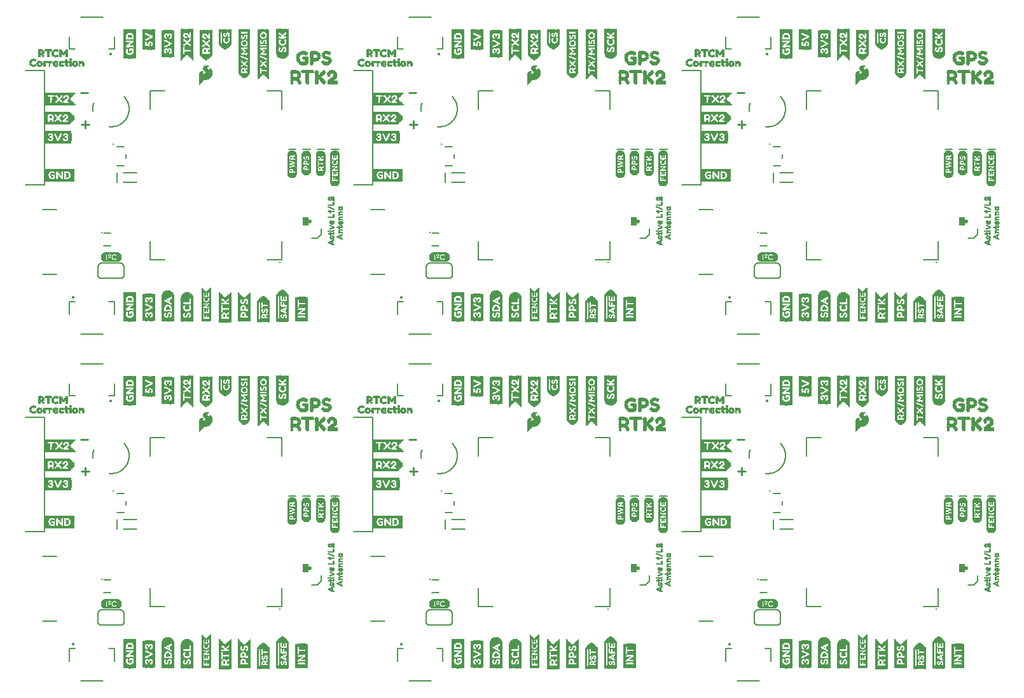
<source format=gto>
G75*
%MOIN*%
%OFA0B0*%
%FSLAX25Y25*%
%IPPOS*%
%LPD*%
%AMOC8*
5,1,8,0,0,1.08239X$1,22.5*
%
%ADD10C,0.00800*%
%ADD11C,0.01100*%
%ADD12R,0.00157X0.13858*%
%ADD13R,0.00157X0.14331*%
%ADD14R,0.00157X0.14646*%
%ADD15R,0.00157X0.14961*%
%ADD16R,0.00157X0.15118*%
%ADD17R,0.00157X0.15276*%
%ADD18R,0.00157X0.15433*%
%ADD19R,0.00157X0.02835*%
%ADD20R,0.00157X0.11969*%
%ADD21R,0.00157X0.02520*%
%ADD22R,0.00157X0.01102*%
%ADD23R,0.00157X0.03150*%
%ADD24R,0.00157X0.04567*%
%ADD25R,0.00157X0.02205*%
%ADD26R,0.00157X0.00787*%
%ADD27R,0.00157X0.02677*%
%ADD28R,0.00157X0.04409*%
%ADD29R,0.00157X0.02047*%
%ADD30R,0.00157X0.00630*%
%ADD31R,0.00157X0.01890*%
%ADD32R,0.00157X0.01732*%
%ADD33R,0.00157X0.01575*%
%ADD34R,0.00157X0.00945*%
%ADD35R,0.00157X0.02362*%
%ADD36R,0.00157X0.01260*%
%ADD37R,0.00157X0.01417*%
%ADD38R,0.00157X0.04252*%
%ADD39R,0.00157X0.00315*%
%ADD40R,0.00157X0.04094*%
%ADD41R,0.00157X0.00472*%
%ADD42R,0.00157X0.03937*%
%ADD43R,0.00157X0.03307*%
%ADD44R,0.00157X0.03780*%
%ADD45R,0.00157X0.03465*%
%ADD46R,0.00157X0.02992*%
%ADD47R,0.00157X0.12913*%
%ADD48R,0.00157X0.13386*%
%ADD49R,0.00157X0.13701*%
%ADD50R,0.00157X0.14016*%
%ADD51R,0.00157X0.14173*%
%ADD52R,0.00157X0.14488*%
%ADD53R,0.00157X0.07087*%
%ADD54R,0.00157X0.04882*%
%ADD55R,0.00157X0.05039*%
%ADD56R,0.00157X0.05197*%
%ADD57R,0.00157X0.03622*%
%ADD58R,0.00157X0.00157*%
%ADD59R,0.00157X0.11024*%
%ADD60R,0.07205X0.00118*%
%ADD61R,0.07913X0.00118*%
%ADD62R,0.08386X0.00079*%
%ADD63R,0.08858X0.00157*%
%ADD64R,0.09094X0.00118*%
%ADD65R,0.09331X0.00118*%
%ADD66R,0.09567X0.00079*%
%ADD67R,0.03661X0.00118*%
%ADD68R,0.02126X0.00118*%
%ADD69R,0.02953X0.00118*%
%ADD70R,0.02244X0.00157*%
%ADD71R,0.00591X0.00157*%
%ADD72R,0.01535X0.00157*%
%ADD73R,0.02598X0.00157*%
%ADD74R,0.02244X0.00118*%
%ADD75R,0.00472X0.00118*%
%ADD76R,0.01181X0.00118*%
%ADD77R,0.02362X0.00118*%
%ADD78R,0.00945X0.00118*%
%ADD79R,0.00354X0.00118*%
%ADD80R,0.00827X0.00118*%
%ADD81R,0.02480X0.00157*%
%ADD82R,0.00354X0.00157*%
%ADD83R,0.00236X0.00157*%
%ADD84R,0.02480X0.00118*%
%ADD85R,0.02598X0.00118*%
%ADD86R,0.01063X0.00118*%
%ADD87R,0.02835X0.00118*%
%ADD88R,0.00472X0.00157*%
%ADD89R,0.04252X0.00157*%
%ADD90R,0.04370X0.00118*%
%ADD91R,0.00591X0.00118*%
%ADD92R,0.04488X0.00118*%
%ADD93R,0.00709X0.00157*%
%ADD94R,0.04488X0.00157*%
%ADD95R,0.00236X0.00118*%
%ADD96R,0.00118X0.00118*%
%ADD97R,0.00118X0.00157*%
%ADD98R,0.04370X0.00157*%
%ADD99R,0.04252X0.00118*%
%ADD100R,0.02717X0.00118*%
%ADD101R,0.03071X0.00157*%
%ADD102R,0.03425X0.00118*%
%ADD103R,0.09567X0.00118*%
%ADD104R,0.08858X0.00118*%
%ADD105R,0.08386X0.00118*%
%ADD106R,0.00157X0.12756*%
%ADD107R,0.00157X0.11181*%
%ADD108R,0.00157X0.11496*%
%ADD109R,0.00157X0.11654*%
%ADD110R,0.00157X0.13071*%
%ADD111R,0.00157X0.13228*%
%ADD112R,0.00157X0.11811*%
%ADD113R,0.00157X0.14803*%
%ADD114R,0.00157X0.15906*%
%ADD115R,0.00157X0.16063*%
%ADD116R,0.00157X0.16220*%
%ADD117R,0.00157X0.16378*%
%ADD118R,0.00157X0.09921*%
%ADD119C,0.00100*%
%ADD120C,0.01000*%
%ADD121C,0.00600*%
%ADD122R,0.00118X0.09094*%
%ADD123R,0.00118X0.09803*%
%ADD124R,0.00079X0.10276*%
%ADD125R,0.00157X0.10748*%
%ADD126R,0.00118X0.10984*%
%ADD127R,0.00118X0.11220*%
%ADD128R,0.00079X0.11457*%
%ADD129R,0.00118X0.08150*%
%ADD130R,0.00118X0.02835*%
%ADD131R,0.00157X0.02244*%
%ADD132R,0.00157X0.01063*%
%ADD133R,0.00157X0.02598*%
%ADD134R,0.00118X0.02244*%
%ADD135R,0.00118X0.00827*%
%ADD136R,0.00118X0.01063*%
%ADD137R,0.00118X0.02480*%
%ADD138R,0.00118X0.02362*%
%ADD139R,0.00118X0.00709*%
%ADD140R,0.00118X0.00591*%
%ADD141R,0.00157X0.02480*%
%ADD142R,0.00118X0.00472*%
%ADD143R,0.00118X0.00354*%
%ADD144R,0.00118X0.02717*%
%ADD145R,0.00118X0.02598*%
%ADD146R,0.00118X0.00945*%
%ADD147R,0.00118X0.00236*%
%ADD148R,0.00118X0.04016*%
%ADD149R,0.00157X0.00354*%
%ADD150R,0.00157X0.00236*%
%ADD151R,0.00157X0.03898*%
%ADD152R,0.00118X0.03661*%
%ADD153R,0.00118X0.03189*%
%ADD154R,0.00157X0.00591*%
%ADD155R,0.00157X0.02717*%
%ADD156R,0.00118X0.01181*%
%ADD157R,0.00118X0.01654*%
%ADD158R,0.00157X0.00709*%
%ADD159R,0.00157X0.02126*%
%ADD160R,0.00118X0.01299*%
%ADD161R,0.00118X0.02008*%
%ADD162R,0.00118X0.01890*%
%ADD163R,0.00157X0.02008*%
%ADD164R,0.00118X0.02126*%
%ADD165R,0.00118X0.11457*%
%ADD166R,0.00118X0.10748*%
%ADD167R,0.00118X0.10276*%
%ADD168C,0.01000*%
%ADD169R,0.00118X0.15236*%
%ADD170R,0.00118X0.15945*%
%ADD171R,0.00079X0.16417*%
%ADD172R,0.00157X0.16890*%
%ADD173R,0.00118X0.17126*%
%ADD174R,0.00118X0.17362*%
%ADD175R,0.00079X0.17598*%
%ADD176R,0.00118X0.11929*%
%ADD177R,0.00118X0.05551*%
%ADD178R,0.00157X0.01299*%
%ADD179R,0.00118X0.04134*%
%ADD180R,0.00157X0.04134*%
%ADD181R,0.00118X0.02953*%
%ADD182R,0.00157X0.00118*%
%ADD183R,0.00157X0.02953*%
%ADD184R,0.00118X0.03071*%
%ADD185R,0.00157X0.00827*%
%ADD186R,0.00157X0.01181*%
%ADD187R,0.00118X0.01417*%
%ADD188R,0.00118X0.01535*%
%ADD189R,0.00118X0.17598*%
%ADD190R,0.00118X0.16890*%
%ADD191R,0.00118X0.16417*%
%ADD192R,0.00118X0.09567*%
%ADD193R,0.00079X0.10748*%
%ADD194R,0.00157X0.11220*%
%ADD195R,0.00118X0.11693*%
%ADD196R,0.00079X0.11929*%
%ADD197R,0.00157X0.03071*%
%ADD198R,0.00118X0.03307*%
%ADD199R,0.00118X0.03425*%
%ADD200R,0.00157X0.03543*%
%ADD201R,0.00118X0.03543*%
%ADD202R,0.00157X0.03189*%
%ADD203R,0.00118X0.17480*%
%ADD204R,0.00079X0.17362*%
%ADD205R,0.00157X0.17244*%
%ADD206R,0.00118X0.17008*%
%ADD207R,0.00079X0.16890*%
%ADD208R,0.00118X0.05197*%
%ADD209R,0.00157X0.01535*%
%ADD210R,0.00118X0.01772*%
%ADD211R,0.00118X0.17244*%
%ADD212R,0.00157X0.15748*%
%ADD213R,0.00157X0.15591*%
%ADD214R,0.00157X0.12402*%
%ADD215R,0.00118X0.12638*%
%ADD216R,0.00118X0.12874*%
%ADD217R,0.00079X0.13110*%
%ADD218R,0.00118X0.04961*%
%ADD219R,0.00118X0.05079*%
%ADD220R,0.00118X0.13110*%
%ADD221R,0.00118X0.12402*%
%ADD222R,0.00157X0.10551*%
%ADD223R,0.00157X0.07874*%
%ADD224R,0.00157X0.08031*%
%ADD225R,0.00157X0.08346*%
%ADD226R,0.00157X0.08504*%
%ADD227R,0.00157X0.09606*%
%ADD228R,0.00157X0.09764*%
%ADD229R,0.00157X0.10079*%
%ADD230R,0.00157X0.08661*%
%ADD231C,0.00300*%
%ADD232C,0.01114*%
%ADD233C,0.00700*%
%ADD234R,0.15276X0.00157*%
%ADD235R,0.03307X0.00157*%
%ADD236R,0.11024X0.00157*%
%ADD237R,0.02992X0.00157*%
%ADD238R,0.01260X0.00157*%
%ADD239R,0.01890X0.00157*%
%ADD240R,0.00630X0.00157*%
%ADD241R,0.02677X0.00157*%
%ADD242R,0.00787X0.00157*%
%ADD243R,0.01575X0.00157*%
%ADD244R,0.02520X0.00157*%
%ADD245R,0.01417X0.00157*%
%ADD246R,0.02205X0.00157*%
%ADD247R,0.02362X0.00157*%
%ADD248R,0.02047X0.00157*%
%ADD249R,0.01102X0.00157*%
%ADD250R,0.00945X0.00157*%
%ADD251R,0.02835X0.00157*%
%ADD252R,0.01732X0.00157*%
%ADD253R,0.00315X0.00157*%
%ADD254R,0.03150X0.00157*%
%ADD255R,0.14331X0.00157*%
%ADD256R,0.07087X0.00157*%
%ADD257R,0.03465X0.00157*%
%ADD258R,0.03937X0.00157*%
%ADD259R,0.03622X0.00157*%
%ADD260R,0.04567X0.00157*%
%ADD261R,0.00157X0.23425*%
%ADD262R,0.00118X0.23543*%
%ADD263R,0.00157X0.23819*%
%ADD264R,0.00118X0.23976*%
%ADD265R,0.00157X0.24094*%
%ADD266R,0.00118X0.24252*%
%ADD267R,0.00157X0.13898*%
%ADD268R,0.00118X0.02205*%
%ADD269R,0.00118X0.06063*%
%ADD270R,0.00118X0.02756*%
%ADD271R,0.00118X0.03701*%
%ADD272R,0.00157X0.01772*%
%ADD273R,0.00157X0.01929*%
%ADD274R,0.00157X0.00433*%
%ADD275R,0.00157X0.01811*%
%ADD276R,0.00157X0.00984*%
%ADD277R,0.00157X0.01496*%
%ADD278R,0.00118X0.01929*%
%ADD279R,0.00118X0.00433*%
%ADD280R,0.00118X0.02047*%
%ADD281R,0.00118X0.01102*%
%ADD282R,0.00118X0.01496*%
%ADD283R,0.00157X0.00551*%
%ADD284R,0.00157X0.01378*%
%ADD285R,0.00157X0.01654*%
%ADD286R,0.00118X0.00394*%
%ADD287R,0.00118X0.01260*%
%ADD288R,0.00118X0.00551*%
%ADD289R,0.00118X0.00984*%
%ADD290R,0.00157X0.02323*%
%ADD291R,0.00157X0.00669*%
%ADD292R,0.00118X0.00669*%
%ADD293R,0.00157X0.00394*%
%ADD294R,0.00118X0.01811*%
%ADD295R,0.00118X0.02087*%
%ADD296R,0.00157X0.02756*%
%ADD297R,0.00118X0.02874*%
%ADD298R,0.00157X0.02874*%
%ADD299R,0.00118X0.00276*%
%ADD300R,0.00157X0.00276*%
%ADD301R,0.00118X0.01378*%
%ADD302R,0.00118X0.01220*%
%ADD303R,0.00157X0.01220*%
%ADD304R,0.00157X0.08268*%
%ADD305R,0.00118X0.08425*%
%ADD306R,0.00118X0.15433*%
%ADD307R,0.00157X0.26299*%
%ADD308R,0.00118X0.26181*%
%ADD309R,0.00157X0.26024*%
%ADD310R,0.00118X0.25906*%
%ADD311R,0.00157X0.25748*%
%ADD312R,0.00118X0.25630*%
%ADD313R,0.00157X0.14055*%
%ADD314R,0.00118X0.05787*%
%ADD315R,0.00118X0.06772*%
%ADD316R,0.00118X0.03031*%
%ADD317R,0.00118X0.02323*%
%ADD318R,0.00118X0.02638*%
%ADD319R,0.00118X0.02913*%
%ADD320R,0.00157X0.03031*%
%ADD321R,0.00157X0.09370*%
%ADD322R,0.00118X0.15551*%
%ADD323R,0.00079X0.00472*%
%ADD324R,0.00157X0.05669*%
%ADD325R,0.13228X0.00157*%
%ADD326R,0.13386X0.00157*%
%ADD327R,0.13701X0.00157*%
%ADD328R,0.13858X0.00157*%
%ADD329R,0.14016X0.00157*%
%ADD330R,0.14173X0.00157*%
%ADD331R,0.05512X0.00157*%
%ADD332R,0.03780X0.00157*%
%ADD333R,0.04094X0.00157*%
%ADD334R,0.00157X0.16535*%
%ADD335R,0.00157X0.06614*%
%ADD336R,0.16535X0.00157*%
%ADD337R,0.16378X0.00157*%
%ADD338R,0.16220X0.00157*%
%ADD339R,0.16063X0.00157*%
%ADD340R,0.15906X0.00157*%
%ADD341R,0.15748X0.00157*%
%ADD342R,0.15591X0.00157*%
%ADD343R,0.06142X0.00157*%
%ADD344R,0.01929X0.00276*%
%ADD345R,0.02756X0.00276*%
%ADD346R,0.03307X0.00315*%
%ADD347R,0.04134X0.00315*%
%ADD348R,0.04409X0.00276*%
%ADD349R,0.04685X0.00276*%
%ADD350R,0.03858X0.00276*%
%ADD351R,0.04961X0.00236*%
%ADD352R,0.04409X0.00236*%
%ADD353R,0.05236X0.00315*%
%ADD354R,0.04685X0.00315*%
%ADD355R,0.05512X0.00276*%
%ADD356R,0.05236X0.00276*%
%ADD357R,0.05787X0.00276*%
%ADD358R,0.01654X0.00276*%
%ADD359R,0.02480X0.00236*%
%ADD360R,0.01378X0.00236*%
%ADD361R,0.01929X0.00236*%
%ADD362R,0.02205X0.00236*%
%ADD363R,0.01654X0.00236*%
%ADD364R,0.00827X0.00236*%
%ADD365R,0.02205X0.00315*%
%ADD366R,0.00276X0.00315*%
%ADD367R,0.01929X0.00315*%
%ADD368R,0.02205X0.00276*%
%ADD369R,0.02480X0.00276*%
%ADD370R,0.03583X0.00276*%
%ADD371R,0.03307X0.00276*%
%ADD372R,0.04134X0.00276*%
%ADD373R,0.03031X0.00315*%
%ADD374R,0.03583X0.00315*%
%ADD375R,0.04961X0.00276*%
%ADD376R,0.00827X0.00276*%
%ADD377R,0.01378X0.00276*%
%ADD378R,0.05236X0.00236*%
%ADD379R,0.04685X0.00236*%
%ADD380R,0.03031X0.00236*%
%ADD381R,0.00551X0.00276*%
%ADD382R,0.06063X0.00276*%
%ADD383R,0.00276X0.00276*%
%ADD384R,0.06890X0.00315*%
%ADD385R,0.01378X0.00315*%
%ADD386R,0.06890X0.00276*%
%ADD387R,0.07165X0.00236*%
%ADD388R,0.04134X0.00236*%
%ADD389R,0.02480X0.00315*%
%ADD390R,0.06614X0.00276*%
%ADD391R,0.01654X0.00315*%
%ADD392R,0.03858X0.00315*%
%ADD393R,0.03031X0.00276*%
%ADD394R,0.05512X0.00236*%
%ADD395R,0.01102X0.00236*%
%ADD396C,0.01181*%
D10*
X0076531Y0050876D02*
X0076531Y0057372D01*
X0079484Y0057372D01*
X0078099Y0059931D02*
X0078101Y0059971D01*
X0078107Y0060010D01*
X0078117Y0060049D01*
X0078130Y0060086D01*
X0078148Y0060122D01*
X0078169Y0060156D01*
X0078193Y0060188D01*
X0078220Y0060217D01*
X0078250Y0060244D01*
X0078282Y0060267D01*
X0078317Y0060287D01*
X0078353Y0060303D01*
X0078391Y0060316D01*
X0078430Y0060325D01*
X0078469Y0060330D01*
X0078509Y0060331D01*
X0078549Y0060328D01*
X0078588Y0060321D01*
X0078626Y0060310D01*
X0078664Y0060296D01*
X0078699Y0060277D01*
X0078732Y0060256D01*
X0078764Y0060231D01*
X0078792Y0060203D01*
X0078818Y0060173D01*
X0078840Y0060140D01*
X0078859Y0060105D01*
X0078875Y0060068D01*
X0078887Y0060030D01*
X0078895Y0059991D01*
X0078899Y0059951D01*
X0078899Y0059911D01*
X0078895Y0059871D01*
X0078887Y0059832D01*
X0078875Y0059794D01*
X0078859Y0059757D01*
X0078840Y0059722D01*
X0078818Y0059689D01*
X0078792Y0059659D01*
X0078764Y0059631D01*
X0078732Y0059606D01*
X0078699Y0059585D01*
X0078664Y0059566D01*
X0078626Y0059552D01*
X0078588Y0059541D01*
X0078549Y0059534D01*
X0078509Y0059531D01*
X0078469Y0059532D01*
X0078430Y0059537D01*
X0078391Y0059546D01*
X0078353Y0059559D01*
X0078317Y0059575D01*
X0078282Y0059595D01*
X0078250Y0059618D01*
X0078220Y0059645D01*
X0078193Y0059674D01*
X0078169Y0059706D01*
X0078148Y0059740D01*
X0078130Y0059776D01*
X0078117Y0059813D01*
X0078107Y0059852D01*
X0078101Y0059891D01*
X0078099Y0059931D01*
X0093342Y0069750D02*
X0103342Y0069750D01*
X0103425Y0069752D01*
X0103508Y0069758D01*
X0103591Y0069767D01*
X0103673Y0069781D01*
X0103754Y0069798D01*
X0103835Y0069819D01*
X0103914Y0069843D01*
X0103992Y0069872D01*
X0104069Y0069903D01*
X0104144Y0069939D01*
X0104218Y0069977D01*
X0104290Y0070020D01*
X0104359Y0070065D01*
X0104427Y0070114D01*
X0104492Y0070165D01*
X0104555Y0070220D01*
X0104615Y0070277D01*
X0104672Y0070337D01*
X0104727Y0070400D01*
X0104778Y0070465D01*
X0104827Y0070533D01*
X0104872Y0070602D01*
X0104915Y0070674D01*
X0104953Y0070748D01*
X0104989Y0070823D01*
X0105020Y0070900D01*
X0105049Y0070978D01*
X0105073Y0071057D01*
X0105094Y0071138D01*
X0105111Y0071219D01*
X0105125Y0071301D01*
X0105134Y0071384D01*
X0105140Y0071467D01*
X0105142Y0071550D01*
X0105142Y0075950D01*
X0105140Y0076033D01*
X0105134Y0076116D01*
X0105125Y0076199D01*
X0105111Y0076281D01*
X0105094Y0076362D01*
X0105073Y0076443D01*
X0105049Y0076522D01*
X0105020Y0076600D01*
X0104989Y0076677D01*
X0104953Y0076752D01*
X0104915Y0076826D01*
X0104872Y0076898D01*
X0104827Y0076967D01*
X0104778Y0077035D01*
X0104727Y0077100D01*
X0104672Y0077163D01*
X0104615Y0077223D01*
X0104555Y0077280D01*
X0104492Y0077335D01*
X0104427Y0077386D01*
X0104359Y0077435D01*
X0104290Y0077480D01*
X0104218Y0077523D01*
X0104144Y0077561D01*
X0104069Y0077597D01*
X0103992Y0077628D01*
X0103914Y0077657D01*
X0103835Y0077681D01*
X0103754Y0077702D01*
X0103673Y0077719D01*
X0103591Y0077733D01*
X0103508Y0077742D01*
X0103425Y0077748D01*
X0103342Y0077750D01*
X0093342Y0077750D01*
X0093259Y0077748D01*
X0093176Y0077742D01*
X0093093Y0077733D01*
X0093011Y0077719D01*
X0092930Y0077702D01*
X0092849Y0077681D01*
X0092770Y0077657D01*
X0092692Y0077628D01*
X0092615Y0077597D01*
X0092540Y0077561D01*
X0092466Y0077523D01*
X0092394Y0077480D01*
X0092325Y0077435D01*
X0092257Y0077386D01*
X0092192Y0077335D01*
X0092129Y0077280D01*
X0092069Y0077223D01*
X0092012Y0077163D01*
X0091957Y0077100D01*
X0091906Y0077035D01*
X0091857Y0076967D01*
X0091812Y0076898D01*
X0091769Y0076826D01*
X0091731Y0076752D01*
X0091695Y0076677D01*
X0091664Y0076600D01*
X0091635Y0076522D01*
X0091611Y0076443D01*
X0091590Y0076362D01*
X0091573Y0076281D01*
X0091559Y0076199D01*
X0091550Y0076116D01*
X0091544Y0076033D01*
X0091542Y0075950D01*
X0091542Y0071550D01*
X0091544Y0071467D01*
X0091550Y0071384D01*
X0091559Y0071301D01*
X0091573Y0071219D01*
X0091590Y0071138D01*
X0091611Y0071057D01*
X0091635Y0070978D01*
X0091664Y0070900D01*
X0091695Y0070823D01*
X0091731Y0070748D01*
X0091769Y0070674D01*
X0091812Y0070602D01*
X0091857Y0070533D01*
X0091906Y0070465D01*
X0091957Y0070400D01*
X0092012Y0070337D01*
X0092069Y0070277D01*
X0092129Y0070220D01*
X0092192Y0070165D01*
X0092257Y0070114D01*
X0092325Y0070065D01*
X0092394Y0070020D01*
X0092466Y0069977D01*
X0092540Y0069939D01*
X0092615Y0069903D01*
X0092692Y0069872D01*
X0092770Y0069843D01*
X0092849Y0069819D01*
X0092930Y0069798D01*
X0093011Y0069781D01*
X0093093Y0069767D01*
X0093176Y0069758D01*
X0093259Y0069752D01*
X0093342Y0069750D01*
X0097200Y0057372D02*
X0100153Y0057372D01*
X0100153Y0050876D01*
X0094247Y0040640D02*
X0082436Y0040640D01*
X0069680Y0071742D02*
X0062594Y0071742D01*
X0062594Y0105758D02*
X0069680Y0105758D01*
X0063342Y0118750D02*
X0053342Y0118750D01*
X0063342Y0118750D02*
X0063342Y0178750D01*
X0053342Y0178750D01*
X0076531Y0190128D02*
X0076531Y0196624D01*
X0076531Y0190128D02*
X0079484Y0190128D01*
X0097200Y0190128D02*
X0100153Y0190128D01*
X0100153Y0196624D01*
X0097784Y0187569D02*
X0097786Y0187609D01*
X0097792Y0187648D01*
X0097802Y0187687D01*
X0097815Y0187724D01*
X0097833Y0187760D01*
X0097854Y0187794D01*
X0097878Y0187826D01*
X0097905Y0187855D01*
X0097935Y0187882D01*
X0097967Y0187905D01*
X0098002Y0187925D01*
X0098038Y0187941D01*
X0098076Y0187954D01*
X0098115Y0187963D01*
X0098154Y0187968D01*
X0098194Y0187969D01*
X0098234Y0187966D01*
X0098273Y0187959D01*
X0098311Y0187948D01*
X0098349Y0187934D01*
X0098384Y0187915D01*
X0098417Y0187894D01*
X0098449Y0187869D01*
X0098477Y0187841D01*
X0098503Y0187811D01*
X0098525Y0187778D01*
X0098544Y0187743D01*
X0098560Y0187706D01*
X0098572Y0187668D01*
X0098580Y0187629D01*
X0098584Y0187589D01*
X0098584Y0187549D01*
X0098580Y0187509D01*
X0098572Y0187470D01*
X0098560Y0187432D01*
X0098544Y0187395D01*
X0098525Y0187360D01*
X0098503Y0187327D01*
X0098477Y0187297D01*
X0098449Y0187269D01*
X0098417Y0187244D01*
X0098384Y0187223D01*
X0098349Y0187204D01*
X0098311Y0187190D01*
X0098273Y0187179D01*
X0098234Y0187172D01*
X0098194Y0187169D01*
X0098154Y0187170D01*
X0098115Y0187175D01*
X0098076Y0187184D01*
X0098038Y0187197D01*
X0098002Y0187213D01*
X0097967Y0187233D01*
X0097935Y0187256D01*
X0097905Y0187283D01*
X0097878Y0187312D01*
X0097854Y0187344D01*
X0097833Y0187378D01*
X0097815Y0187414D01*
X0097802Y0187451D01*
X0097792Y0187490D01*
X0097786Y0187529D01*
X0097784Y0187569D01*
X0094247Y0206860D02*
X0082436Y0206860D01*
X0082436Y0222640D02*
X0094247Y0222640D01*
X0100153Y0232876D02*
X0100153Y0239372D01*
X0097200Y0239372D01*
X0093342Y0251750D02*
X0103342Y0251750D01*
X0103425Y0251752D01*
X0103508Y0251758D01*
X0103591Y0251767D01*
X0103673Y0251781D01*
X0103754Y0251798D01*
X0103835Y0251819D01*
X0103914Y0251843D01*
X0103992Y0251872D01*
X0104069Y0251903D01*
X0104144Y0251939D01*
X0104218Y0251977D01*
X0104290Y0252020D01*
X0104359Y0252065D01*
X0104427Y0252114D01*
X0104492Y0252165D01*
X0104555Y0252220D01*
X0104615Y0252277D01*
X0104672Y0252337D01*
X0104727Y0252400D01*
X0104778Y0252465D01*
X0104827Y0252533D01*
X0104872Y0252602D01*
X0104915Y0252674D01*
X0104953Y0252748D01*
X0104989Y0252823D01*
X0105020Y0252900D01*
X0105049Y0252978D01*
X0105073Y0253057D01*
X0105094Y0253138D01*
X0105111Y0253219D01*
X0105125Y0253301D01*
X0105134Y0253384D01*
X0105140Y0253467D01*
X0105142Y0253550D01*
X0105142Y0257950D01*
X0105140Y0258033D01*
X0105134Y0258116D01*
X0105125Y0258199D01*
X0105111Y0258281D01*
X0105094Y0258362D01*
X0105073Y0258443D01*
X0105049Y0258522D01*
X0105020Y0258600D01*
X0104989Y0258677D01*
X0104953Y0258752D01*
X0104915Y0258826D01*
X0104872Y0258898D01*
X0104827Y0258967D01*
X0104778Y0259035D01*
X0104727Y0259100D01*
X0104672Y0259163D01*
X0104615Y0259223D01*
X0104555Y0259280D01*
X0104492Y0259335D01*
X0104427Y0259386D01*
X0104359Y0259435D01*
X0104290Y0259480D01*
X0104218Y0259523D01*
X0104144Y0259561D01*
X0104069Y0259597D01*
X0103992Y0259628D01*
X0103914Y0259657D01*
X0103835Y0259681D01*
X0103754Y0259702D01*
X0103673Y0259719D01*
X0103591Y0259733D01*
X0103508Y0259742D01*
X0103425Y0259748D01*
X0103342Y0259750D01*
X0093342Y0259750D01*
X0093259Y0259748D01*
X0093176Y0259742D01*
X0093093Y0259733D01*
X0093011Y0259719D01*
X0092930Y0259702D01*
X0092849Y0259681D01*
X0092770Y0259657D01*
X0092692Y0259628D01*
X0092615Y0259597D01*
X0092540Y0259561D01*
X0092466Y0259523D01*
X0092394Y0259480D01*
X0092325Y0259435D01*
X0092257Y0259386D01*
X0092192Y0259335D01*
X0092129Y0259280D01*
X0092069Y0259223D01*
X0092012Y0259163D01*
X0091957Y0259100D01*
X0091906Y0259035D01*
X0091857Y0258967D01*
X0091812Y0258898D01*
X0091769Y0258826D01*
X0091731Y0258752D01*
X0091695Y0258677D01*
X0091664Y0258600D01*
X0091635Y0258522D01*
X0091611Y0258443D01*
X0091590Y0258362D01*
X0091573Y0258281D01*
X0091559Y0258199D01*
X0091550Y0258116D01*
X0091544Y0258033D01*
X0091542Y0257950D01*
X0091542Y0253550D01*
X0091544Y0253467D01*
X0091550Y0253384D01*
X0091559Y0253301D01*
X0091573Y0253219D01*
X0091590Y0253138D01*
X0091611Y0253057D01*
X0091635Y0252978D01*
X0091664Y0252900D01*
X0091695Y0252823D01*
X0091731Y0252748D01*
X0091769Y0252674D01*
X0091812Y0252602D01*
X0091857Y0252533D01*
X0091906Y0252465D01*
X0091957Y0252400D01*
X0092012Y0252337D01*
X0092069Y0252277D01*
X0092129Y0252220D01*
X0092192Y0252165D01*
X0092257Y0252114D01*
X0092325Y0252065D01*
X0092394Y0252020D01*
X0092466Y0251977D01*
X0092540Y0251939D01*
X0092615Y0251903D01*
X0092692Y0251872D01*
X0092770Y0251843D01*
X0092849Y0251819D01*
X0092930Y0251798D01*
X0093011Y0251781D01*
X0093093Y0251767D01*
X0093176Y0251758D01*
X0093259Y0251752D01*
X0093342Y0251750D01*
X0078099Y0241931D02*
X0078101Y0241971D01*
X0078107Y0242010D01*
X0078117Y0242049D01*
X0078130Y0242086D01*
X0078148Y0242122D01*
X0078169Y0242156D01*
X0078193Y0242188D01*
X0078220Y0242217D01*
X0078250Y0242244D01*
X0078282Y0242267D01*
X0078317Y0242287D01*
X0078353Y0242303D01*
X0078391Y0242316D01*
X0078430Y0242325D01*
X0078469Y0242330D01*
X0078509Y0242331D01*
X0078549Y0242328D01*
X0078588Y0242321D01*
X0078626Y0242310D01*
X0078664Y0242296D01*
X0078699Y0242277D01*
X0078732Y0242256D01*
X0078764Y0242231D01*
X0078792Y0242203D01*
X0078818Y0242173D01*
X0078840Y0242140D01*
X0078859Y0242105D01*
X0078875Y0242068D01*
X0078887Y0242030D01*
X0078895Y0241991D01*
X0078899Y0241951D01*
X0078899Y0241911D01*
X0078895Y0241871D01*
X0078887Y0241832D01*
X0078875Y0241794D01*
X0078859Y0241757D01*
X0078840Y0241722D01*
X0078818Y0241689D01*
X0078792Y0241659D01*
X0078764Y0241631D01*
X0078732Y0241606D01*
X0078699Y0241585D01*
X0078664Y0241566D01*
X0078626Y0241552D01*
X0078588Y0241541D01*
X0078549Y0241534D01*
X0078509Y0241531D01*
X0078469Y0241532D01*
X0078430Y0241537D01*
X0078391Y0241546D01*
X0078353Y0241559D01*
X0078317Y0241575D01*
X0078282Y0241595D01*
X0078250Y0241618D01*
X0078220Y0241645D01*
X0078193Y0241674D01*
X0078169Y0241706D01*
X0078148Y0241740D01*
X0078130Y0241776D01*
X0078117Y0241813D01*
X0078107Y0241852D01*
X0078101Y0241891D01*
X0078099Y0241931D01*
X0079484Y0239372D02*
X0076531Y0239372D01*
X0076531Y0232876D01*
X0069680Y0253742D02*
X0062594Y0253742D01*
X0062594Y0287758D02*
X0069680Y0287758D01*
X0063342Y0300750D02*
X0053342Y0300750D01*
X0063342Y0300750D02*
X0063342Y0360750D01*
X0053342Y0360750D01*
X0076531Y0372128D02*
X0076531Y0378624D01*
X0076531Y0372128D02*
X0079484Y0372128D01*
X0082436Y0388860D02*
X0094247Y0388860D01*
X0100153Y0378624D02*
X0100153Y0372128D01*
X0097200Y0372128D01*
X0097784Y0369569D02*
X0097786Y0369609D01*
X0097792Y0369648D01*
X0097802Y0369687D01*
X0097815Y0369724D01*
X0097833Y0369760D01*
X0097854Y0369794D01*
X0097878Y0369826D01*
X0097905Y0369855D01*
X0097935Y0369882D01*
X0097967Y0369905D01*
X0098002Y0369925D01*
X0098038Y0369941D01*
X0098076Y0369954D01*
X0098115Y0369963D01*
X0098154Y0369968D01*
X0098194Y0369969D01*
X0098234Y0369966D01*
X0098273Y0369959D01*
X0098311Y0369948D01*
X0098349Y0369934D01*
X0098384Y0369915D01*
X0098417Y0369894D01*
X0098449Y0369869D01*
X0098477Y0369841D01*
X0098503Y0369811D01*
X0098525Y0369778D01*
X0098544Y0369743D01*
X0098560Y0369706D01*
X0098572Y0369668D01*
X0098580Y0369629D01*
X0098584Y0369589D01*
X0098584Y0369549D01*
X0098580Y0369509D01*
X0098572Y0369470D01*
X0098560Y0369432D01*
X0098544Y0369395D01*
X0098525Y0369360D01*
X0098503Y0369327D01*
X0098477Y0369297D01*
X0098449Y0369269D01*
X0098417Y0369244D01*
X0098384Y0369223D01*
X0098349Y0369204D01*
X0098311Y0369190D01*
X0098273Y0369179D01*
X0098234Y0369172D01*
X0098194Y0369169D01*
X0098154Y0369170D01*
X0098115Y0369175D01*
X0098076Y0369184D01*
X0098038Y0369197D01*
X0098002Y0369213D01*
X0097967Y0369233D01*
X0097935Y0369256D01*
X0097905Y0369283D01*
X0097878Y0369312D01*
X0097854Y0369344D01*
X0097833Y0369378D01*
X0097815Y0369414D01*
X0097802Y0369451D01*
X0097792Y0369490D01*
X0097786Y0369529D01*
X0097784Y0369569D01*
X0101651Y0320750D02*
X0105032Y0320750D01*
X0106132Y0316807D02*
X0106132Y0314693D01*
X0105032Y0310750D02*
X0101651Y0310750D01*
X0101373Y0307211D02*
X0101373Y0302289D01*
X0104798Y0302289D02*
X0111885Y0302289D01*
X0111885Y0307211D02*
X0104798Y0307211D01*
X0191467Y0319500D02*
X0195217Y0319500D01*
X0198967Y0319500D02*
X0202717Y0319500D01*
X0206467Y0319500D02*
X0210217Y0319500D01*
X0213967Y0319500D02*
X0217717Y0319500D01*
X0225342Y0300750D02*
X0235342Y0300750D01*
X0235342Y0360750D01*
X0225342Y0360750D01*
X0248531Y0372128D02*
X0248531Y0378624D01*
X0248531Y0372128D02*
X0251484Y0372128D01*
X0254436Y0388860D02*
X0266247Y0388860D01*
X0272153Y0378624D02*
X0272153Y0372128D01*
X0269200Y0372128D01*
X0269784Y0369569D02*
X0269786Y0369609D01*
X0269792Y0369648D01*
X0269802Y0369687D01*
X0269815Y0369724D01*
X0269833Y0369760D01*
X0269854Y0369794D01*
X0269878Y0369826D01*
X0269905Y0369855D01*
X0269935Y0369882D01*
X0269967Y0369905D01*
X0270002Y0369925D01*
X0270038Y0369941D01*
X0270076Y0369954D01*
X0270115Y0369963D01*
X0270154Y0369968D01*
X0270194Y0369969D01*
X0270234Y0369966D01*
X0270273Y0369959D01*
X0270311Y0369948D01*
X0270349Y0369934D01*
X0270384Y0369915D01*
X0270417Y0369894D01*
X0270449Y0369869D01*
X0270477Y0369841D01*
X0270503Y0369811D01*
X0270525Y0369778D01*
X0270544Y0369743D01*
X0270560Y0369706D01*
X0270572Y0369668D01*
X0270580Y0369629D01*
X0270584Y0369589D01*
X0270584Y0369549D01*
X0270580Y0369509D01*
X0270572Y0369470D01*
X0270560Y0369432D01*
X0270544Y0369395D01*
X0270525Y0369360D01*
X0270503Y0369327D01*
X0270477Y0369297D01*
X0270449Y0369269D01*
X0270417Y0369244D01*
X0270384Y0369223D01*
X0270349Y0369204D01*
X0270311Y0369190D01*
X0270273Y0369179D01*
X0270234Y0369172D01*
X0270194Y0369169D01*
X0270154Y0369170D01*
X0270115Y0369175D01*
X0270076Y0369184D01*
X0270038Y0369197D01*
X0270002Y0369213D01*
X0269967Y0369233D01*
X0269935Y0369256D01*
X0269905Y0369283D01*
X0269878Y0369312D01*
X0269854Y0369344D01*
X0269833Y0369378D01*
X0269815Y0369414D01*
X0269802Y0369451D01*
X0269792Y0369490D01*
X0269786Y0369529D01*
X0269784Y0369569D01*
X0273651Y0320750D02*
X0277032Y0320750D01*
X0278132Y0316807D02*
X0278132Y0314693D01*
X0277032Y0310750D02*
X0273651Y0310750D01*
X0273373Y0307211D02*
X0273373Y0302289D01*
X0276798Y0302289D02*
X0283885Y0302289D01*
X0283885Y0307211D02*
X0276798Y0307211D01*
X0241680Y0287758D02*
X0234594Y0287758D01*
X0265342Y0259750D02*
X0275342Y0259750D01*
X0275425Y0259748D01*
X0275508Y0259742D01*
X0275591Y0259733D01*
X0275673Y0259719D01*
X0275754Y0259702D01*
X0275835Y0259681D01*
X0275914Y0259657D01*
X0275992Y0259628D01*
X0276069Y0259597D01*
X0276144Y0259561D01*
X0276218Y0259523D01*
X0276290Y0259480D01*
X0276359Y0259435D01*
X0276427Y0259386D01*
X0276492Y0259335D01*
X0276555Y0259280D01*
X0276615Y0259223D01*
X0276672Y0259163D01*
X0276727Y0259100D01*
X0276778Y0259035D01*
X0276827Y0258967D01*
X0276872Y0258898D01*
X0276915Y0258826D01*
X0276953Y0258752D01*
X0276989Y0258677D01*
X0277020Y0258600D01*
X0277049Y0258522D01*
X0277073Y0258443D01*
X0277094Y0258362D01*
X0277111Y0258281D01*
X0277125Y0258199D01*
X0277134Y0258116D01*
X0277140Y0258033D01*
X0277142Y0257950D01*
X0277142Y0253550D01*
X0277140Y0253467D01*
X0277134Y0253384D01*
X0277125Y0253301D01*
X0277111Y0253219D01*
X0277094Y0253138D01*
X0277073Y0253057D01*
X0277049Y0252978D01*
X0277020Y0252900D01*
X0276989Y0252823D01*
X0276953Y0252748D01*
X0276915Y0252674D01*
X0276872Y0252602D01*
X0276827Y0252533D01*
X0276778Y0252465D01*
X0276727Y0252400D01*
X0276672Y0252337D01*
X0276615Y0252277D01*
X0276555Y0252220D01*
X0276492Y0252165D01*
X0276427Y0252114D01*
X0276359Y0252065D01*
X0276290Y0252020D01*
X0276218Y0251977D01*
X0276144Y0251939D01*
X0276069Y0251903D01*
X0275992Y0251872D01*
X0275914Y0251843D01*
X0275835Y0251819D01*
X0275754Y0251798D01*
X0275673Y0251781D01*
X0275591Y0251767D01*
X0275508Y0251758D01*
X0275425Y0251752D01*
X0275342Y0251750D01*
X0265342Y0251750D01*
X0265259Y0251752D01*
X0265176Y0251758D01*
X0265093Y0251767D01*
X0265011Y0251781D01*
X0264930Y0251798D01*
X0264849Y0251819D01*
X0264770Y0251843D01*
X0264692Y0251872D01*
X0264615Y0251903D01*
X0264540Y0251939D01*
X0264466Y0251977D01*
X0264394Y0252020D01*
X0264325Y0252065D01*
X0264257Y0252114D01*
X0264192Y0252165D01*
X0264129Y0252220D01*
X0264069Y0252277D01*
X0264012Y0252337D01*
X0263957Y0252400D01*
X0263906Y0252465D01*
X0263857Y0252533D01*
X0263812Y0252602D01*
X0263769Y0252674D01*
X0263731Y0252748D01*
X0263695Y0252823D01*
X0263664Y0252900D01*
X0263635Y0252978D01*
X0263611Y0253057D01*
X0263590Y0253138D01*
X0263573Y0253219D01*
X0263559Y0253301D01*
X0263550Y0253384D01*
X0263544Y0253467D01*
X0263542Y0253550D01*
X0263542Y0257950D01*
X0263544Y0258033D01*
X0263550Y0258116D01*
X0263559Y0258199D01*
X0263573Y0258281D01*
X0263590Y0258362D01*
X0263611Y0258443D01*
X0263635Y0258522D01*
X0263664Y0258600D01*
X0263695Y0258677D01*
X0263731Y0258752D01*
X0263769Y0258826D01*
X0263812Y0258898D01*
X0263857Y0258967D01*
X0263906Y0259035D01*
X0263957Y0259100D01*
X0264012Y0259163D01*
X0264069Y0259223D01*
X0264129Y0259280D01*
X0264192Y0259335D01*
X0264257Y0259386D01*
X0264325Y0259435D01*
X0264394Y0259480D01*
X0264466Y0259523D01*
X0264540Y0259561D01*
X0264615Y0259597D01*
X0264692Y0259628D01*
X0264770Y0259657D01*
X0264849Y0259681D01*
X0264930Y0259702D01*
X0265011Y0259719D01*
X0265093Y0259733D01*
X0265176Y0259742D01*
X0265259Y0259748D01*
X0265342Y0259750D01*
X0269200Y0239372D02*
X0272153Y0239372D01*
X0272153Y0232876D01*
X0266247Y0222640D02*
X0254436Y0222640D01*
X0248531Y0232876D02*
X0248531Y0239372D01*
X0251484Y0239372D01*
X0250099Y0241931D02*
X0250101Y0241971D01*
X0250107Y0242010D01*
X0250117Y0242049D01*
X0250130Y0242086D01*
X0250148Y0242122D01*
X0250169Y0242156D01*
X0250193Y0242188D01*
X0250220Y0242217D01*
X0250250Y0242244D01*
X0250282Y0242267D01*
X0250317Y0242287D01*
X0250353Y0242303D01*
X0250391Y0242316D01*
X0250430Y0242325D01*
X0250469Y0242330D01*
X0250509Y0242331D01*
X0250549Y0242328D01*
X0250588Y0242321D01*
X0250626Y0242310D01*
X0250664Y0242296D01*
X0250699Y0242277D01*
X0250732Y0242256D01*
X0250764Y0242231D01*
X0250792Y0242203D01*
X0250818Y0242173D01*
X0250840Y0242140D01*
X0250859Y0242105D01*
X0250875Y0242068D01*
X0250887Y0242030D01*
X0250895Y0241991D01*
X0250899Y0241951D01*
X0250899Y0241911D01*
X0250895Y0241871D01*
X0250887Y0241832D01*
X0250875Y0241794D01*
X0250859Y0241757D01*
X0250840Y0241722D01*
X0250818Y0241689D01*
X0250792Y0241659D01*
X0250764Y0241631D01*
X0250732Y0241606D01*
X0250699Y0241585D01*
X0250664Y0241566D01*
X0250626Y0241552D01*
X0250588Y0241541D01*
X0250549Y0241534D01*
X0250509Y0241531D01*
X0250469Y0241532D01*
X0250430Y0241537D01*
X0250391Y0241546D01*
X0250353Y0241559D01*
X0250317Y0241575D01*
X0250282Y0241595D01*
X0250250Y0241618D01*
X0250220Y0241645D01*
X0250193Y0241674D01*
X0250169Y0241706D01*
X0250148Y0241740D01*
X0250130Y0241776D01*
X0250117Y0241813D01*
X0250107Y0241852D01*
X0250101Y0241891D01*
X0250099Y0241931D01*
X0241680Y0253742D02*
X0234594Y0253742D01*
X0254436Y0206860D02*
X0266247Y0206860D01*
X0272153Y0196624D02*
X0272153Y0190128D01*
X0269200Y0190128D01*
X0269784Y0187569D02*
X0269786Y0187609D01*
X0269792Y0187648D01*
X0269802Y0187687D01*
X0269815Y0187724D01*
X0269833Y0187760D01*
X0269854Y0187794D01*
X0269878Y0187826D01*
X0269905Y0187855D01*
X0269935Y0187882D01*
X0269967Y0187905D01*
X0270002Y0187925D01*
X0270038Y0187941D01*
X0270076Y0187954D01*
X0270115Y0187963D01*
X0270154Y0187968D01*
X0270194Y0187969D01*
X0270234Y0187966D01*
X0270273Y0187959D01*
X0270311Y0187948D01*
X0270349Y0187934D01*
X0270384Y0187915D01*
X0270417Y0187894D01*
X0270449Y0187869D01*
X0270477Y0187841D01*
X0270503Y0187811D01*
X0270525Y0187778D01*
X0270544Y0187743D01*
X0270560Y0187706D01*
X0270572Y0187668D01*
X0270580Y0187629D01*
X0270584Y0187589D01*
X0270584Y0187549D01*
X0270580Y0187509D01*
X0270572Y0187470D01*
X0270560Y0187432D01*
X0270544Y0187395D01*
X0270525Y0187360D01*
X0270503Y0187327D01*
X0270477Y0187297D01*
X0270449Y0187269D01*
X0270417Y0187244D01*
X0270384Y0187223D01*
X0270349Y0187204D01*
X0270311Y0187190D01*
X0270273Y0187179D01*
X0270234Y0187172D01*
X0270194Y0187169D01*
X0270154Y0187170D01*
X0270115Y0187175D01*
X0270076Y0187184D01*
X0270038Y0187197D01*
X0270002Y0187213D01*
X0269967Y0187233D01*
X0269935Y0187256D01*
X0269905Y0187283D01*
X0269878Y0187312D01*
X0269854Y0187344D01*
X0269833Y0187378D01*
X0269815Y0187414D01*
X0269802Y0187451D01*
X0269792Y0187490D01*
X0269786Y0187529D01*
X0269784Y0187569D01*
X0251484Y0190128D02*
X0248531Y0190128D01*
X0248531Y0196624D01*
X0235342Y0178750D02*
X0235342Y0118750D01*
X0225342Y0118750D01*
X0234594Y0105758D02*
X0241680Y0105758D01*
X0273373Y0120289D02*
X0273373Y0125211D01*
X0276798Y0125211D02*
X0283885Y0125211D01*
X0283885Y0120289D02*
X0276798Y0120289D01*
X0277032Y0128750D02*
X0273651Y0128750D01*
X0278132Y0132693D02*
X0278132Y0134807D01*
X0277032Y0138750D02*
X0273651Y0138750D01*
X0235342Y0178750D02*
X0225342Y0178750D01*
X0217717Y0137500D02*
X0213967Y0137500D01*
X0210217Y0137500D02*
X0206467Y0137500D01*
X0202717Y0137500D02*
X0198967Y0137500D01*
X0195217Y0137500D02*
X0191467Y0137500D01*
X0111885Y0125211D02*
X0104798Y0125211D01*
X0101373Y0125211D02*
X0101373Y0120289D01*
X0104798Y0120289D02*
X0111885Y0120289D01*
X0105032Y0128750D02*
X0101651Y0128750D01*
X0106132Y0132693D02*
X0106132Y0134807D01*
X0105032Y0138750D02*
X0101651Y0138750D01*
X0234594Y0071742D02*
X0241680Y0071742D01*
X0250099Y0059931D02*
X0250101Y0059971D01*
X0250107Y0060010D01*
X0250117Y0060049D01*
X0250130Y0060086D01*
X0250148Y0060122D01*
X0250169Y0060156D01*
X0250193Y0060188D01*
X0250220Y0060217D01*
X0250250Y0060244D01*
X0250282Y0060267D01*
X0250317Y0060287D01*
X0250353Y0060303D01*
X0250391Y0060316D01*
X0250430Y0060325D01*
X0250469Y0060330D01*
X0250509Y0060331D01*
X0250549Y0060328D01*
X0250588Y0060321D01*
X0250626Y0060310D01*
X0250664Y0060296D01*
X0250699Y0060277D01*
X0250732Y0060256D01*
X0250764Y0060231D01*
X0250792Y0060203D01*
X0250818Y0060173D01*
X0250840Y0060140D01*
X0250859Y0060105D01*
X0250875Y0060068D01*
X0250887Y0060030D01*
X0250895Y0059991D01*
X0250899Y0059951D01*
X0250899Y0059911D01*
X0250895Y0059871D01*
X0250887Y0059832D01*
X0250875Y0059794D01*
X0250859Y0059757D01*
X0250840Y0059722D01*
X0250818Y0059689D01*
X0250792Y0059659D01*
X0250764Y0059631D01*
X0250732Y0059606D01*
X0250699Y0059585D01*
X0250664Y0059566D01*
X0250626Y0059552D01*
X0250588Y0059541D01*
X0250549Y0059534D01*
X0250509Y0059531D01*
X0250469Y0059532D01*
X0250430Y0059537D01*
X0250391Y0059546D01*
X0250353Y0059559D01*
X0250317Y0059575D01*
X0250282Y0059595D01*
X0250250Y0059618D01*
X0250220Y0059645D01*
X0250193Y0059674D01*
X0250169Y0059706D01*
X0250148Y0059740D01*
X0250130Y0059776D01*
X0250117Y0059813D01*
X0250107Y0059852D01*
X0250101Y0059891D01*
X0250099Y0059931D01*
X0251484Y0057372D02*
X0248531Y0057372D01*
X0248531Y0050876D01*
X0254436Y0040640D02*
X0266247Y0040640D01*
X0272153Y0050876D02*
X0272153Y0057372D01*
X0269200Y0057372D01*
X0265342Y0069750D02*
X0275342Y0069750D01*
X0275425Y0069752D01*
X0275508Y0069758D01*
X0275591Y0069767D01*
X0275673Y0069781D01*
X0275754Y0069798D01*
X0275835Y0069819D01*
X0275914Y0069843D01*
X0275992Y0069872D01*
X0276069Y0069903D01*
X0276144Y0069939D01*
X0276218Y0069977D01*
X0276290Y0070020D01*
X0276359Y0070065D01*
X0276427Y0070114D01*
X0276492Y0070165D01*
X0276555Y0070220D01*
X0276615Y0070277D01*
X0276672Y0070337D01*
X0276727Y0070400D01*
X0276778Y0070465D01*
X0276827Y0070533D01*
X0276872Y0070602D01*
X0276915Y0070674D01*
X0276953Y0070748D01*
X0276989Y0070823D01*
X0277020Y0070900D01*
X0277049Y0070978D01*
X0277073Y0071057D01*
X0277094Y0071138D01*
X0277111Y0071219D01*
X0277125Y0071301D01*
X0277134Y0071384D01*
X0277140Y0071467D01*
X0277142Y0071550D01*
X0277142Y0075950D01*
X0277140Y0076033D01*
X0277134Y0076116D01*
X0277125Y0076199D01*
X0277111Y0076281D01*
X0277094Y0076362D01*
X0277073Y0076443D01*
X0277049Y0076522D01*
X0277020Y0076600D01*
X0276989Y0076677D01*
X0276953Y0076752D01*
X0276915Y0076826D01*
X0276872Y0076898D01*
X0276827Y0076967D01*
X0276778Y0077035D01*
X0276727Y0077100D01*
X0276672Y0077163D01*
X0276615Y0077223D01*
X0276555Y0077280D01*
X0276492Y0077335D01*
X0276427Y0077386D01*
X0276359Y0077435D01*
X0276290Y0077480D01*
X0276218Y0077523D01*
X0276144Y0077561D01*
X0276069Y0077597D01*
X0275992Y0077628D01*
X0275914Y0077657D01*
X0275835Y0077681D01*
X0275754Y0077702D01*
X0275673Y0077719D01*
X0275591Y0077733D01*
X0275508Y0077742D01*
X0275425Y0077748D01*
X0275342Y0077750D01*
X0265342Y0077750D01*
X0265259Y0077748D01*
X0265176Y0077742D01*
X0265093Y0077733D01*
X0265011Y0077719D01*
X0264930Y0077702D01*
X0264849Y0077681D01*
X0264770Y0077657D01*
X0264692Y0077628D01*
X0264615Y0077597D01*
X0264540Y0077561D01*
X0264466Y0077523D01*
X0264394Y0077480D01*
X0264325Y0077435D01*
X0264257Y0077386D01*
X0264192Y0077335D01*
X0264129Y0077280D01*
X0264069Y0077223D01*
X0264012Y0077163D01*
X0263957Y0077100D01*
X0263906Y0077035D01*
X0263857Y0076967D01*
X0263812Y0076898D01*
X0263769Y0076826D01*
X0263731Y0076752D01*
X0263695Y0076677D01*
X0263664Y0076600D01*
X0263635Y0076522D01*
X0263611Y0076443D01*
X0263590Y0076362D01*
X0263573Y0076281D01*
X0263559Y0076199D01*
X0263550Y0076116D01*
X0263544Y0076033D01*
X0263542Y0075950D01*
X0263542Y0071550D01*
X0263544Y0071467D01*
X0263550Y0071384D01*
X0263559Y0071301D01*
X0263573Y0071219D01*
X0263590Y0071138D01*
X0263611Y0071057D01*
X0263635Y0070978D01*
X0263664Y0070900D01*
X0263695Y0070823D01*
X0263731Y0070748D01*
X0263769Y0070674D01*
X0263812Y0070602D01*
X0263857Y0070533D01*
X0263906Y0070465D01*
X0263957Y0070400D01*
X0264012Y0070337D01*
X0264069Y0070277D01*
X0264129Y0070220D01*
X0264192Y0070165D01*
X0264257Y0070114D01*
X0264325Y0070065D01*
X0264394Y0070020D01*
X0264466Y0069977D01*
X0264540Y0069939D01*
X0264615Y0069903D01*
X0264692Y0069872D01*
X0264770Y0069843D01*
X0264849Y0069819D01*
X0264930Y0069798D01*
X0265011Y0069781D01*
X0265093Y0069767D01*
X0265176Y0069758D01*
X0265259Y0069752D01*
X0265342Y0069750D01*
X0363467Y0137500D02*
X0367217Y0137500D01*
X0370967Y0137500D02*
X0374717Y0137500D01*
X0378467Y0137500D02*
X0382217Y0137500D01*
X0385967Y0137500D02*
X0389717Y0137500D01*
X0397342Y0118750D02*
X0407342Y0118750D01*
X0407342Y0178750D01*
X0397342Y0178750D01*
X0420531Y0190128D02*
X0420531Y0196624D01*
X0420531Y0190128D02*
X0423484Y0190128D01*
X0441200Y0190128D02*
X0444153Y0190128D01*
X0444153Y0196624D01*
X0441784Y0187569D02*
X0441786Y0187609D01*
X0441792Y0187648D01*
X0441802Y0187687D01*
X0441815Y0187724D01*
X0441833Y0187760D01*
X0441854Y0187794D01*
X0441878Y0187826D01*
X0441905Y0187855D01*
X0441935Y0187882D01*
X0441967Y0187905D01*
X0442002Y0187925D01*
X0442038Y0187941D01*
X0442076Y0187954D01*
X0442115Y0187963D01*
X0442154Y0187968D01*
X0442194Y0187969D01*
X0442234Y0187966D01*
X0442273Y0187959D01*
X0442311Y0187948D01*
X0442349Y0187934D01*
X0442384Y0187915D01*
X0442417Y0187894D01*
X0442449Y0187869D01*
X0442477Y0187841D01*
X0442503Y0187811D01*
X0442525Y0187778D01*
X0442544Y0187743D01*
X0442560Y0187706D01*
X0442572Y0187668D01*
X0442580Y0187629D01*
X0442584Y0187589D01*
X0442584Y0187549D01*
X0442580Y0187509D01*
X0442572Y0187470D01*
X0442560Y0187432D01*
X0442544Y0187395D01*
X0442525Y0187360D01*
X0442503Y0187327D01*
X0442477Y0187297D01*
X0442449Y0187269D01*
X0442417Y0187244D01*
X0442384Y0187223D01*
X0442349Y0187204D01*
X0442311Y0187190D01*
X0442273Y0187179D01*
X0442234Y0187172D01*
X0442194Y0187169D01*
X0442154Y0187170D01*
X0442115Y0187175D01*
X0442076Y0187184D01*
X0442038Y0187197D01*
X0442002Y0187213D01*
X0441967Y0187233D01*
X0441935Y0187256D01*
X0441905Y0187283D01*
X0441878Y0187312D01*
X0441854Y0187344D01*
X0441833Y0187378D01*
X0441815Y0187414D01*
X0441802Y0187451D01*
X0441792Y0187490D01*
X0441786Y0187529D01*
X0441784Y0187569D01*
X0438247Y0206860D02*
X0426436Y0206860D01*
X0426436Y0222640D02*
X0438247Y0222640D01*
X0444153Y0232876D02*
X0444153Y0239372D01*
X0441200Y0239372D01*
X0437342Y0251750D02*
X0447342Y0251750D01*
X0447425Y0251752D01*
X0447508Y0251758D01*
X0447591Y0251767D01*
X0447673Y0251781D01*
X0447754Y0251798D01*
X0447835Y0251819D01*
X0447914Y0251843D01*
X0447992Y0251872D01*
X0448069Y0251903D01*
X0448144Y0251939D01*
X0448218Y0251977D01*
X0448290Y0252020D01*
X0448359Y0252065D01*
X0448427Y0252114D01*
X0448492Y0252165D01*
X0448555Y0252220D01*
X0448615Y0252277D01*
X0448672Y0252337D01*
X0448727Y0252400D01*
X0448778Y0252465D01*
X0448827Y0252533D01*
X0448872Y0252602D01*
X0448915Y0252674D01*
X0448953Y0252748D01*
X0448989Y0252823D01*
X0449020Y0252900D01*
X0449049Y0252978D01*
X0449073Y0253057D01*
X0449094Y0253138D01*
X0449111Y0253219D01*
X0449125Y0253301D01*
X0449134Y0253384D01*
X0449140Y0253467D01*
X0449142Y0253550D01*
X0449142Y0257950D01*
X0449140Y0258033D01*
X0449134Y0258116D01*
X0449125Y0258199D01*
X0449111Y0258281D01*
X0449094Y0258362D01*
X0449073Y0258443D01*
X0449049Y0258522D01*
X0449020Y0258600D01*
X0448989Y0258677D01*
X0448953Y0258752D01*
X0448915Y0258826D01*
X0448872Y0258898D01*
X0448827Y0258967D01*
X0448778Y0259035D01*
X0448727Y0259100D01*
X0448672Y0259163D01*
X0448615Y0259223D01*
X0448555Y0259280D01*
X0448492Y0259335D01*
X0448427Y0259386D01*
X0448359Y0259435D01*
X0448290Y0259480D01*
X0448218Y0259523D01*
X0448144Y0259561D01*
X0448069Y0259597D01*
X0447992Y0259628D01*
X0447914Y0259657D01*
X0447835Y0259681D01*
X0447754Y0259702D01*
X0447673Y0259719D01*
X0447591Y0259733D01*
X0447508Y0259742D01*
X0447425Y0259748D01*
X0447342Y0259750D01*
X0437342Y0259750D01*
X0437259Y0259748D01*
X0437176Y0259742D01*
X0437093Y0259733D01*
X0437011Y0259719D01*
X0436930Y0259702D01*
X0436849Y0259681D01*
X0436770Y0259657D01*
X0436692Y0259628D01*
X0436615Y0259597D01*
X0436540Y0259561D01*
X0436466Y0259523D01*
X0436394Y0259480D01*
X0436325Y0259435D01*
X0436257Y0259386D01*
X0436192Y0259335D01*
X0436129Y0259280D01*
X0436069Y0259223D01*
X0436012Y0259163D01*
X0435957Y0259100D01*
X0435906Y0259035D01*
X0435857Y0258967D01*
X0435812Y0258898D01*
X0435769Y0258826D01*
X0435731Y0258752D01*
X0435695Y0258677D01*
X0435664Y0258600D01*
X0435635Y0258522D01*
X0435611Y0258443D01*
X0435590Y0258362D01*
X0435573Y0258281D01*
X0435559Y0258199D01*
X0435550Y0258116D01*
X0435544Y0258033D01*
X0435542Y0257950D01*
X0435542Y0253550D01*
X0435544Y0253467D01*
X0435550Y0253384D01*
X0435559Y0253301D01*
X0435573Y0253219D01*
X0435590Y0253138D01*
X0435611Y0253057D01*
X0435635Y0252978D01*
X0435664Y0252900D01*
X0435695Y0252823D01*
X0435731Y0252748D01*
X0435769Y0252674D01*
X0435812Y0252602D01*
X0435857Y0252533D01*
X0435906Y0252465D01*
X0435957Y0252400D01*
X0436012Y0252337D01*
X0436069Y0252277D01*
X0436129Y0252220D01*
X0436192Y0252165D01*
X0436257Y0252114D01*
X0436325Y0252065D01*
X0436394Y0252020D01*
X0436466Y0251977D01*
X0436540Y0251939D01*
X0436615Y0251903D01*
X0436692Y0251872D01*
X0436770Y0251843D01*
X0436849Y0251819D01*
X0436930Y0251798D01*
X0437011Y0251781D01*
X0437093Y0251767D01*
X0437176Y0251758D01*
X0437259Y0251752D01*
X0437342Y0251750D01*
X0422099Y0241931D02*
X0422101Y0241971D01*
X0422107Y0242010D01*
X0422117Y0242049D01*
X0422130Y0242086D01*
X0422148Y0242122D01*
X0422169Y0242156D01*
X0422193Y0242188D01*
X0422220Y0242217D01*
X0422250Y0242244D01*
X0422282Y0242267D01*
X0422317Y0242287D01*
X0422353Y0242303D01*
X0422391Y0242316D01*
X0422430Y0242325D01*
X0422469Y0242330D01*
X0422509Y0242331D01*
X0422549Y0242328D01*
X0422588Y0242321D01*
X0422626Y0242310D01*
X0422664Y0242296D01*
X0422699Y0242277D01*
X0422732Y0242256D01*
X0422764Y0242231D01*
X0422792Y0242203D01*
X0422818Y0242173D01*
X0422840Y0242140D01*
X0422859Y0242105D01*
X0422875Y0242068D01*
X0422887Y0242030D01*
X0422895Y0241991D01*
X0422899Y0241951D01*
X0422899Y0241911D01*
X0422895Y0241871D01*
X0422887Y0241832D01*
X0422875Y0241794D01*
X0422859Y0241757D01*
X0422840Y0241722D01*
X0422818Y0241689D01*
X0422792Y0241659D01*
X0422764Y0241631D01*
X0422732Y0241606D01*
X0422699Y0241585D01*
X0422664Y0241566D01*
X0422626Y0241552D01*
X0422588Y0241541D01*
X0422549Y0241534D01*
X0422509Y0241531D01*
X0422469Y0241532D01*
X0422430Y0241537D01*
X0422391Y0241546D01*
X0422353Y0241559D01*
X0422317Y0241575D01*
X0422282Y0241595D01*
X0422250Y0241618D01*
X0422220Y0241645D01*
X0422193Y0241674D01*
X0422169Y0241706D01*
X0422148Y0241740D01*
X0422130Y0241776D01*
X0422117Y0241813D01*
X0422107Y0241852D01*
X0422101Y0241891D01*
X0422099Y0241931D01*
X0423484Y0239372D02*
X0420531Y0239372D01*
X0420531Y0232876D01*
X0413680Y0253742D02*
X0406594Y0253742D01*
X0406594Y0287758D02*
X0413680Y0287758D01*
X0407342Y0300750D02*
X0397342Y0300750D01*
X0407342Y0300750D02*
X0407342Y0360750D01*
X0397342Y0360750D01*
X0420531Y0372128D02*
X0420531Y0378624D01*
X0420531Y0372128D02*
X0423484Y0372128D01*
X0426436Y0388860D02*
X0438247Y0388860D01*
X0444153Y0378624D02*
X0444153Y0372128D01*
X0441200Y0372128D01*
X0441784Y0369569D02*
X0441786Y0369609D01*
X0441792Y0369648D01*
X0441802Y0369687D01*
X0441815Y0369724D01*
X0441833Y0369760D01*
X0441854Y0369794D01*
X0441878Y0369826D01*
X0441905Y0369855D01*
X0441935Y0369882D01*
X0441967Y0369905D01*
X0442002Y0369925D01*
X0442038Y0369941D01*
X0442076Y0369954D01*
X0442115Y0369963D01*
X0442154Y0369968D01*
X0442194Y0369969D01*
X0442234Y0369966D01*
X0442273Y0369959D01*
X0442311Y0369948D01*
X0442349Y0369934D01*
X0442384Y0369915D01*
X0442417Y0369894D01*
X0442449Y0369869D01*
X0442477Y0369841D01*
X0442503Y0369811D01*
X0442525Y0369778D01*
X0442544Y0369743D01*
X0442560Y0369706D01*
X0442572Y0369668D01*
X0442580Y0369629D01*
X0442584Y0369589D01*
X0442584Y0369549D01*
X0442580Y0369509D01*
X0442572Y0369470D01*
X0442560Y0369432D01*
X0442544Y0369395D01*
X0442525Y0369360D01*
X0442503Y0369327D01*
X0442477Y0369297D01*
X0442449Y0369269D01*
X0442417Y0369244D01*
X0442384Y0369223D01*
X0442349Y0369204D01*
X0442311Y0369190D01*
X0442273Y0369179D01*
X0442234Y0369172D01*
X0442194Y0369169D01*
X0442154Y0369170D01*
X0442115Y0369175D01*
X0442076Y0369184D01*
X0442038Y0369197D01*
X0442002Y0369213D01*
X0441967Y0369233D01*
X0441935Y0369256D01*
X0441905Y0369283D01*
X0441878Y0369312D01*
X0441854Y0369344D01*
X0441833Y0369378D01*
X0441815Y0369414D01*
X0441802Y0369451D01*
X0441792Y0369490D01*
X0441786Y0369529D01*
X0441784Y0369569D01*
X0445651Y0320750D02*
X0449032Y0320750D01*
X0450132Y0316807D02*
X0450132Y0314693D01*
X0449032Y0310750D02*
X0445651Y0310750D01*
X0445373Y0307211D02*
X0445373Y0302289D01*
X0448798Y0302289D02*
X0455885Y0302289D01*
X0455885Y0307211D02*
X0448798Y0307211D01*
X0389717Y0319500D02*
X0385967Y0319500D01*
X0382217Y0319500D02*
X0378467Y0319500D01*
X0374717Y0319500D02*
X0370967Y0319500D01*
X0367217Y0319500D02*
X0363467Y0319500D01*
X0535467Y0319500D02*
X0539217Y0319500D01*
X0542967Y0319500D02*
X0546717Y0319500D01*
X0550467Y0319500D02*
X0554217Y0319500D01*
X0557967Y0319500D02*
X0561717Y0319500D01*
X0561717Y0137500D02*
X0557967Y0137500D01*
X0554217Y0137500D02*
X0550467Y0137500D01*
X0546717Y0137500D02*
X0542967Y0137500D01*
X0539217Y0137500D02*
X0535467Y0137500D01*
X0455885Y0125211D02*
X0448798Y0125211D01*
X0445373Y0125211D02*
X0445373Y0120289D01*
X0448798Y0120289D02*
X0455885Y0120289D01*
X0449032Y0128750D02*
X0445651Y0128750D01*
X0450132Y0132693D02*
X0450132Y0134807D01*
X0449032Y0138750D02*
X0445651Y0138750D01*
X0413680Y0105758D02*
X0406594Y0105758D01*
X0435542Y0075950D02*
X0435542Y0071550D01*
X0435544Y0071467D01*
X0435550Y0071384D01*
X0435559Y0071301D01*
X0435573Y0071219D01*
X0435590Y0071138D01*
X0435611Y0071057D01*
X0435635Y0070978D01*
X0435664Y0070900D01*
X0435695Y0070823D01*
X0435731Y0070748D01*
X0435769Y0070674D01*
X0435812Y0070602D01*
X0435857Y0070533D01*
X0435906Y0070465D01*
X0435957Y0070400D01*
X0436012Y0070337D01*
X0436069Y0070277D01*
X0436129Y0070220D01*
X0436192Y0070165D01*
X0436257Y0070114D01*
X0436325Y0070065D01*
X0436394Y0070020D01*
X0436466Y0069977D01*
X0436540Y0069939D01*
X0436615Y0069903D01*
X0436692Y0069872D01*
X0436770Y0069843D01*
X0436849Y0069819D01*
X0436930Y0069798D01*
X0437011Y0069781D01*
X0437093Y0069767D01*
X0437176Y0069758D01*
X0437259Y0069752D01*
X0437342Y0069750D01*
X0447342Y0069750D01*
X0447425Y0069752D01*
X0447508Y0069758D01*
X0447591Y0069767D01*
X0447673Y0069781D01*
X0447754Y0069798D01*
X0447835Y0069819D01*
X0447914Y0069843D01*
X0447992Y0069872D01*
X0448069Y0069903D01*
X0448144Y0069939D01*
X0448218Y0069977D01*
X0448290Y0070020D01*
X0448359Y0070065D01*
X0448427Y0070114D01*
X0448492Y0070165D01*
X0448555Y0070220D01*
X0448615Y0070277D01*
X0448672Y0070337D01*
X0448727Y0070400D01*
X0448778Y0070465D01*
X0448827Y0070533D01*
X0448872Y0070602D01*
X0448915Y0070674D01*
X0448953Y0070748D01*
X0448989Y0070823D01*
X0449020Y0070900D01*
X0449049Y0070978D01*
X0449073Y0071057D01*
X0449094Y0071138D01*
X0449111Y0071219D01*
X0449125Y0071301D01*
X0449134Y0071384D01*
X0449140Y0071467D01*
X0449142Y0071550D01*
X0449142Y0075950D01*
X0449140Y0076033D01*
X0449134Y0076116D01*
X0449125Y0076199D01*
X0449111Y0076281D01*
X0449094Y0076362D01*
X0449073Y0076443D01*
X0449049Y0076522D01*
X0449020Y0076600D01*
X0448989Y0076677D01*
X0448953Y0076752D01*
X0448915Y0076826D01*
X0448872Y0076898D01*
X0448827Y0076967D01*
X0448778Y0077035D01*
X0448727Y0077100D01*
X0448672Y0077163D01*
X0448615Y0077223D01*
X0448555Y0077280D01*
X0448492Y0077335D01*
X0448427Y0077386D01*
X0448359Y0077435D01*
X0448290Y0077480D01*
X0448218Y0077523D01*
X0448144Y0077561D01*
X0448069Y0077597D01*
X0447992Y0077628D01*
X0447914Y0077657D01*
X0447835Y0077681D01*
X0447754Y0077702D01*
X0447673Y0077719D01*
X0447591Y0077733D01*
X0447508Y0077742D01*
X0447425Y0077748D01*
X0447342Y0077750D01*
X0437342Y0077750D01*
X0437259Y0077748D01*
X0437176Y0077742D01*
X0437093Y0077733D01*
X0437011Y0077719D01*
X0436930Y0077702D01*
X0436849Y0077681D01*
X0436770Y0077657D01*
X0436692Y0077628D01*
X0436615Y0077597D01*
X0436540Y0077561D01*
X0436466Y0077523D01*
X0436394Y0077480D01*
X0436325Y0077435D01*
X0436257Y0077386D01*
X0436192Y0077335D01*
X0436129Y0077280D01*
X0436069Y0077223D01*
X0436012Y0077163D01*
X0435957Y0077100D01*
X0435906Y0077035D01*
X0435857Y0076967D01*
X0435812Y0076898D01*
X0435769Y0076826D01*
X0435731Y0076752D01*
X0435695Y0076677D01*
X0435664Y0076600D01*
X0435635Y0076522D01*
X0435611Y0076443D01*
X0435590Y0076362D01*
X0435573Y0076281D01*
X0435559Y0076199D01*
X0435550Y0076116D01*
X0435544Y0076033D01*
X0435542Y0075950D01*
X0441200Y0057372D02*
X0444153Y0057372D01*
X0444153Y0050876D01*
X0438247Y0040640D02*
X0426436Y0040640D01*
X0420531Y0050876D02*
X0420531Y0057372D01*
X0423484Y0057372D01*
X0422099Y0059931D02*
X0422101Y0059971D01*
X0422107Y0060010D01*
X0422117Y0060049D01*
X0422130Y0060086D01*
X0422148Y0060122D01*
X0422169Y0060156D01*
X0422193Y0060188D01*
X0422220Y0060217D01*
X0422250Y0060244D01*
X0422282Y0060267D01*
X0422317Y0060287D01*
X0422353Y0060303D01*
X0422391Y0060316D01*
X0422430Y0060325D01*
X0422469Y0060330D01*
X0422509Y0060331D01*
X0422549Y0060328D01*
X0422588Y0060321D01*
X0422626Y0060310D01*
X0422664Y0060296D01*
X0422699Y0060277D01*
X0422732Y0060256D01*
X0422764Y0060231D01*
X0422792Y0060203D01*
X0422818Y0060173D01*
X0422840Y0060140D01*
X0422859Y0060105D01*
X0422875Y0060068D01*
X0422887Y0060030D01*
X0422895Y0059991D01*
X0422899Y0059951D01*
X0422899Y0059911D01*
X0422895Y0059871D01*
X0422887Y0059832D01*
X0422875Y0059794D01*
X0422859Y0059757D01*
X0422840Y0059722D01*
X0422818Y0059689D01*
X0422792Y0059659D01*
X0422764Y0059631D01*
X0422732Y0059606D01*
X0422699Y0059585D01*
X0422664Y0059566D01*
X0422626Y0059552D01*
X0422588Y0059541D01*
X0422549Y0059534D01*
X0422509Y0059531D01*
X0422469Y0059532D01*
X0422430Y0059537D01*
X0422391Y0059546D01*
X0422353Y0059559D01*
X0422317Y0059575D01*
X0422282Y0059595D01*
X0422250Y0059618D01*
X0422220Y0059645D01*
X0422193Y0059674D01*
X0422169Y0059706D01*
X0422148Y0059740D01*
X0422130Y0059776D01*
X0422117Y0059813D01*
X0422107Y0059852D01*
X0422101Y0059891D01*
X0422099Y0059931D01*
X0413680Y0071742D02*
X0406594Y0071742D01*
D11*
X0428858Y0148628D02*
X0428858Y0152561D01*
X0426892Y0150594D02*
X0430825Y0150594D01*
X0430325Y0167094D02*
X0426392Y0167094D01*
X0258325Y0167094D02*
X0254392Y0167094D01*
X0256858Y0152561D02*
X0256858Y0148628D01*
X0254892Y0150594D02*
X0258825Y0150594D01*
X0086825Y0150594D02*
X0082892Y0150594D01*
X0084858Y0148628D02*
X0084858Y0152561D01*
X0086325Y0167094D02*
X0082392Y0167094D01*
X0084858Y0330628D02*
X0084858Y0334561D01*
X0082892Y0332594D02*
X0086825Y0332594D01*
X0086325Y0349094D02*
X0082392Y0349094D01*
X0254392Y0349094D02*
X0258325Y0349094D01*
X0256858Y0334561D02*
X0256858Y0330628D01*
X0254892Y0332594D02*
X0258825Y0332594D01*
X0426892Y0332594D02*
X0430825Y0332594D01*
X0428858Y0330628D02*
X0428858Y0334561D01*
X0430325Y0349094D02*
X0426392Y0349094D01*
D12*
X0489665Y0375199D03*
X0495019Y0375199D03*
X0475491Y0236069D03*
X0469192Y0236069D03*
X0489665Y0193199D03*
X0495019Y0193199D03*
X0323019Y0193199D03*
X0317665Y0193199D03*
X0303491Y0236069D03*
X0297192Y0236069D03*
X0151019Y0193199D03*
X0145665Y0193199D03*
X0131491Y0236069D03*
X0125192Y0236069D03*
X0145665Y0375199D03*
X0151019Y0375199D03*
X0317665Y0375199D03*
X0323019Y0375199D03*
X0303491Y0054069D03*
X0297192Y0054069D03*
X0131491Y0054069D03*
X0125192Y0054069D03*
X0469192Y0054069D03*
X0475491Y0054069D03*
D13*
X0475334Y0054305D03*
X0479980Y0054305D03*
X0484704Y0054305D03*
X0469350Y0054305D03*
X0465491Y0054463D03*
X0465334Y0054463D03*
X0465176Y0054463D03*
X0465019Y0054463D03*
X0464861Y0054463D03*
X0464704Y0054463D03*
X0464547Y0054463D03*
X0460137Y0054463D03*
X0459980Y0054463D03*
X0459822Y0054463D03*
X0459665Y0054463D03*
X0459507Y0054463D03*
X0459350Y0054463D03*
X0459192Y0054463D03*
X0510137Y0054305D03*
X0514547Y0054305D03*
X0529350Y0054093D03*
X0535334Y0054093D03*
X0363334Y0054093D03*
X0357350Y0054093D03*
X0342547Y0054305D03*
X0338137Y0054305D03*
X0312704Y0054305D03*
X0307980Y0054305D03*
X0303334Y0054305D03*
X0297350Y0054305D03*
X0293491Y0054463D03*
X0293334Y0054463D03*
X0293176Y0054463D03*
X0293019Y0054463D03*
X0292861Y0054463D03*
X0292704Y0054463D03*
X0292547Y0054463D03*
X0288137Y0054463D03*
X0287980Y0054463D03*
X0287822Y0054463D03*
X0287665Y0054463D03*
X0287507Y0054463D03*
X0287350Y0054463D03*
X0287192Y0054463D03*
X0191334Y0054093D03*
X0185350Y0054093D03*
X0170547Y0054305D03*
X0166137Y0054305D03*
X0140704Y0054305D03*
X0135980Y0054305D03*
X0131334Y0054305D03*
X0125350Y0054305D03*
X0121491Y0054463D03*
X0121334Y0054463D03*
X0121176Y0054463D03*
X0121019Y0054463D03*
X0120861Y0054463D03*
X0120704Y0054463D03*
X0120547Y0054463D03*
X0116137Y0054463D03*
X0115980Y0054463D03*
X0115822Y0054463D03*
X0115665Y0054463D03*
X0115507Y0054463D03*
X0115350Y0054463D03*
X0115192Y0054463D03*
X0125192Y0192963D03*
X0125350Y0192963D03*
X0125507Y0192963D03*
X0125665Y0192963D03*
X0125822Y0192963D03*
X0125980Y0192963D03*
X0126137Y0192963D03*
X0130547Y0192963D03*
X0130704Y0192963D03*
X0130861Y0192963D03*
X0131019Y0192963D03*
X0131176Y0192963D03*
X0131334Y0192963D03*
X0131491Y0192963D03*
X0146137Y0192963D03*
X0150547Y0192963D03*
X0185665Y0193490D03*
X0191019Y0193490D03*
X0191334Y0236093D03*
X0185350Y0236093D03*
X0170547Y0236305D03*
X0166137Y0236305D03*
X0140704Y0236305D03*
X0135980Y0236305D03*
X0131334Y0236305D03*
X0125350Y0236305D03*
X0121491Y0236463D03*
X0121334Y0236463D03*
X0121176Y0236463D03*
X0121019Y0236463D03*
X0120861Y0236463D03*
X0120704Y0236463D03*
X0120547Y0236463D03*
X0116137Y0236463D03*
X0115980Y0236463D03*
X0115822Y0236463D03*
X0115665Y0236463D03*
X0115507Y0236463D03*
X0115350Y0236463D03*
X0115192Y0236463D03*
X0287192Y0236463D03*
X0287350Y0236463D03*
X0287507Y0236463D03*
X0287665Y0236463D03*
X0287822Y0236463D03*
X0287980Y0236463D03*
X0288137Y0236463D03*
X0292547Y0236463D03*
X0292704Y0236463D03*
X0292861Y0236463D03*
X0293019Y0236463D03*
X0293176Y0236463D03*
X0293334Y0236463D03*
X0293491Y0236463D03*
X0297350Y0236305D03*
X0303334Y0236305D03*
X0307980Y0236305D03*
X0312704Y0236305D03*
X0338137Y0236305D03*
X0342547Y0236305D03*
X0357350Y0236093D03*
X0363334Y0236093D03*
X0363019Y0193490D03*
X0357665Y0193490D03*
X0322547Y0192963D03*
X0318137Y0192963D03*
X0303491Y0192963D03*
X0303334Y0192963D03*
X0303176Y0192963D03*
X0303019Y0192963D03*
X0302861Y0192963D03*
X0302704Y0192963D03*
X0302547Y0192963D03*
X0298137Y0192963D03*
X0297980Y0192963D03*
X0297822Y0192963D03*
X0297665Y0192963D03*
X0297507Y0192963D03*
X0297350Y0192963D03*
X0297192Y0192963D03*
X0459192Y0236463D03*
X0459350Y0236463D03*
X0459507Y0236463D03*
X0459665Y0236463D03*
X0459822Y0236463D03*
X0459980Y0236463D03*
X0460137Y0236463D03*
X0464547Y0236463D03*
X0464704Y0236463D03*
X0464861Y0236463D03*
X0465019Y0236463D03*
X0465176Y0236463D03*
X0465334Y0236463D03*
X0465491Y0236463D03*
X0469350Y0236305D03*
X0475334Y0236305D03*
X0479980Y0236305D03*
X0484704Y0236305D03*
X0510137Y0236305D03*
X0514547Y0236305D03*
X0529350Y0236093D03*
X0535334Y0236093D03*
X0535019Y0193490D03*
X0529665Y0193490D03*
X0494547Y0192963D03*
X0490137Y0192963D03*
X0475491Y0192963D03*
X0475334Y0192963D03*
X0475176Y0192963D03*
X0475019Y0192963D03*
X0474861Y0192963D03*
X0474704Y0192963D03*
X0474547Y0192963D03*
X0470137Y0192963D03*
X0469980Y0192963D03*
X0469822Y0192963D03*
X0469665Y0192963D03*
X0469507Y0192963D03*
X0469350Y0192963D03*
X0469192Y0192963D03*
X0469192Y0374963D03*
X0469350Y0374963D03*
X0469507Y0374963D03*
X0469665Y0374963D03*
X0469822Y0374963D03*
X0469980Y0374963D03*
X0470137Y0374963D03*
X0474547Y0374963D03*
X0474704Y0374963D03*
X0474861Y0374963D03*
X0475019Y0374963D03*
X0475176Y0374963D03*
X0475334Y0374963D03*
X0475491Y0374963D03*
X0490137Y0374963D03*
X0494547Y0374963D03*
X0529665Y0375490D03*
X0535019Y0375490D03*
X0363019Y0375490D03*
X0357665Y0375490D03*
X0322547Y0374963D03*
X0318137Y0374963D03*
X0303491Y0374963D03*
X0303334Y0374963D03*
X0303176Y0374963D03*
X0303019Y0374963D03*
X0302861Y0374963D03*
X0302704Y0374963D03*
X0302547Y0374963D03*
X0298137Y0374963D03*
X0297980Y0374963D03*
X0297822Y0374963D03*
X0297665Y0374963D03*
X0297507Y0374963D03*
X0297350Y0374963D03*
X0297192Y0374963D03*
X0191019Y0375490D03*
X0185665Y0375490D03*
X0150547Y0374963D03*
X0146137Y0374963D03*
X0131491Y0374963D03*
X0131334Y0374963D03*
X0131176Y0374963D03*
X0131019Y0374963D03*
X0130861Y0374963D03*
X0130704Y0374963D03*
X0130547Y0374963D03*
X0126137Y0374963D03*
X0125980Y0374963D03*
X0125822Y0374963D03*
X0125665Y0374963D03*
X0125507Y0374963D03*
X0125350Y0374963D03*
X0125192Y0374963D03*
D14*
X0185980Y0375333D03*
X0190704Y0375333D03*
X0357980Y0375333D03*
X0362704Y0375333D03*
X0529980Y0375333D03*
X0534704Y0375333D03*
X0535176Y0236250D03*
X0529507Y0236250D03*
X0514861Y0236463D03*
X0509822Y0236463D03*
X0475176Y0236463D03*
X0469507Y0236463D03*
X0529980Y0193333D03*
X0534704Y0193333D03*
X0362704Y0193333D03*
X0357980Y0193333D03*
X0357507Y0236250D03*
X0363176Y0236250D03*
X0342861Y0236463D03*
X0337822Y0236463D03*
X0303176Y0236463D03*
X0297507Y0236463D03*
X0191176Y0236250D03*
X0185507Y0236250D03*
X0170861Y0236463D03*
X0165822Y0236463D03*
X0131176Y0236463D03*
X0125507Y0236463D03*
X0185980Y0193333D03*
X0190704Y0193333D03*
X0191176Y0054250D03*
X0185507Y0054250D03*
X0170861Y0054463D03*
X0165822Y0054463D03*
X0131176Y0054463D03*
X0125507Y0054463D03*
X0297507Y0054463D03*
X0303176Y0054463D03*
X0337822Y0054463D03*
X0342861Y0054463D03*
X0357507Y0054250D03*
X0363176Y0054250D03*
X0469507Y0054463D03*
X0475176Y0054463D03*
X0509822Y0054463D03*
X0514861Y0054463D03*
X0529507Y0054250D03*
X0535176Y0054250D03*
D15*
X0534861Y0054407D03*
X0515176Y0054620D03*
X0509507Y0054620D03*
X0504547Y0054120D03*
X0500137Y0054120D03*
X0475019Y0054620D03*
X0469665Y0054620D03*
X0362861Y0054407D03*
X0343176Y0054620D03*
X0337507Y0054620D03*
X0332547Y0054120D03*
X0328137Y0054120D03*
X0303019Y0054620D03*
X0297665Y0054620D03*
X0190861Y0054407D03*
X0171176Y0054620D03*
X0165507Y0054620D03*
X0160547Y0054120D03*
X0156137Y0054120D03*
X0131019Y0054620D03*
X0125665Y0054620D03*
X0125665Y0236620D03*
X0131019Y0236620D03*
X0156137Y0236120D03*
X0160547Y0236120D03*
X0165507Y0236620D03*
X0171176Y0236620D03*
X0190861Y0236407D03*
X0297665Y0236620D03*
X0303019Y0236620D03*
X0328137Y0236120D03*
X0332547Y0236120D03*
X0337507Y0236620D03*
X0343176Y0236620D03*
X0362861Y0236407D03*
X0469665Y0236620D03*
X0475019Y0236620D03*
X0500137Y0236120D03*
X0504547Y0236120D03*
X0509507Y0236620D03*
X0515176Y0236620D03*
X0534861Y0236407D03*
D16*
X0515334Y0236699D03*
X0509350Y0236699D03*
X0504704Y0236199D03*
X0499980Y0236199D03*
X0474861Y0236699D03*
X0469822Y0236699D03*
X0343334Y0236699D03*
X0337350Y0236699D03*
X0332704Y0236199D03*
X0327980Y0236199D03*
X0302861Y0236699D03*
X0297822Y0236699D03*
X0171334Y0236699D03*
X0165350Y0236699D03*
X0160704Y0236199D03*
X0155980Y0236199D03*
X0130861Y0236699D03*
X0125822Y0236699D03*
X0125822Y0054699D03*
X0130861Y0054699D03*
X0155980Y0054199D03*
X0160704Y0054199D03*
X0165350Y0054699D03*
X0171334Y0054699D03*
X0297822Y0054699D03*
X0302861Y0054699D03*
X0327980Y0054199D03*
X0332704Y0054199D03*
X0337350Y0054699D03*
X0343334Y0054699D03*
X0469822Y0054699D03*
X0474861Y0054699D03*
X0499980Y0054199D03*
X0504704Y0054199D03*
X0509350Y0054699D03*
X0515334Y0054699D03*
D17*
X0515491Y0054778D03*
X0509192Y0054778D03*
X0504861Y0054278D03*
X0499822Y0054278D03*
X0474704Y0054778D03*
X0469980Y0054778D03*
X0455491Y0054778D03*
X0455334Y0054778D03*
X0455176Y0054778D03*
X0455019Y0054778D03*
X0454861Y0054778D03*
X0454704Y0054778D03*
X0454547Y0054778D03*
X0450137Y0054778D03*
X0449980Y0054778D03*
X0449822Y0054778D03*
X0449665Y0054778D03*
X0449507Y0054778D03*
X0449350Y0054778D03*
X0449192Y0054778D03*
X0343491Y0054778D03*
X0337192Y0054778D03*
X0332861Y0054278D03*
X0327822Y0054278D03*
X0302704Y0054778D03*
X0297980Y0054778D03*
X0283491Y0054778D03*
X0283334Y0054778D03*
X0283176Y0054778D03*
X0283019Y0054778D03*
X0282861Y0054778D03*
X0282704Y0054778D03*
X0282547Y0054778D03*
X0278137Y0054778D03*
X0277980Y0054778D03*
X0277822Y0054778D03*
X0277665Y0054778D03*
X0277507Y0054778D03*
X0277350Y0054778D03*
X0277192Y0054778D03*
X0171491Y0054778D03*
X0165192Y0054778D03*
X0160861Y0054278D03*
X0155822Y0054278D03*
X0130704Y0054778D03*
X0125980Y0054778D03*
X0111491Y0054778D03*
X0111334Y0054778D03*
X0111176Y0054778D03*
X0111019Y0054778D03*
X0110861Y0054778D03*
X0110704Y0054778D03*
X0110547Y0054778D03*
X0106137Y0054778D03*
X0105980Y0054778D03*
X0105822Y0054778D03*
X0105665Y0054778D03*
X0105507Y0054778D03*
X0105350Y0054778D03*
X0105192Y0054778D03*
X0105192Y0192778D03*
X0105350Y0192778D03*
X0105507Y0192778D03*
X0105665Y0192778D03*
X0105822Y0192778D03*
X0105980Y0192778D03*
X0106137Y0192778D03*
X0110547Y0192778D03*
X0110704Y0192778D03*
X0110861Y0192778D03*
X0111019Y0192778D03*
X0111176Y0192778D03*
X0111334Y0192778D03*
X0111491Y0192778D03*
X0111491Y0236778D03*
X0111334Y0236778D03*
X0111176Y0236778D03*
X0111019Y0236778D03*
X0110861Y0236778D03*
X0110704Y0236778D03*
X0110547Y0236778D03*
X0106137Y0236778D03*
X0105980Y0236778D03*
X0105822Y0236778D03*
X0105665Y0236778D03*
X0105507Y0236778D03*
X0105350Y0236778D03*
X0105192Y0236778D03*
X0125980Y0236778D03*
X0130704Y0236778D03*
X0155822Y0236278D03*
X0160861Y0236278D03*
X0165192Y0236778D03*
X0171491Y0236778D03*
X0277192Y0236778D03*
X0277350Y0236778D03*
X0277507Y0236778D03*
X0277665Y0236778D03*
X0277822Y0236778D03*
X0277980Y0236778D03*
X0278137Y0236778D03*
X0282547Y0236778D03*
X0282704Y0236778D03*
X0282861Y0236778D03*
X0283019Y0236778D03*
X0283176Y0236778D03*
X0283334Y0236778D03*
X0283491Y0236778D03*
X0297980Y0236778D03*
X0302704Y0236778D03*
X0327822Y0236278D03*
X0332861Y0236278D03*
X0337192Y0236778D03*
X0343491Y0236778D03*
X0283491Y0192778D03*
X0283334Y0192778D03*
X0283176Y0192778D03*
X0283019Y0192778D03*
X0282861Y0192778D03*
X0282704Y0192778D03*
X0282547Y0192778D03*
X0278137Y0192778D03*
X0277980Y0192778D03*
X0277822Y0192778D03*
X0277665Y0192778D03*
X0277507Y0192778D03*
X0277350Y0192778D03*
X0277192Y0192778D03*
X0449192Y0192778D03*
X0449350Y0192778D03*
X0449507Y0192778D03*
X0449665Y0192778D03*
X0449822Y0192778D03*
X0449980Y0192778D03*
X0450137Y0192778D03*
X0454547Y0192778D03*
X0454704Y0192778D03*
X0454861Y0192778D03*
X0455019Y0192778D03*
X0455176Y0192778D03*
X0455334Y0192778D03*
X0455491Y0192778D03*
X0455491Y0236778D03*
X0455334Y0236778D03*
X0455176Y0236778D03*
X0455019Y0236778D03*
X0454861Y0236778D03*
X0454704Y0236778D03*
X0454547Y0236778D03*
X0450137Y0236778D03*
X0449980Y0236778D03*
X0449822Y0236778D03*
X0449665Y0236778D03*
X0449507Y0236778D03*
X0449350Y0236778D03*
X0449192Y0236778D03*
X0469980Y0236778D03*
X0474704Y0236778D03*
X0499822Y0236278D03*
X0504861Y0236278D03*
X0509192Y0236778D03*
X0515491Y0236778D03*
X0455491Y0374778D03*
X0455334Y0374778D03*
X0455176Y0374778D03*
X0455019Y0374778D03*
X0454861Y0374778D03*
X0454704Y0374778D03*
X0454547Y0374778D03*
X0450137Y0374778D03*
X0449980Y0374778D03*
X0449822Y0374778D03*
X0449665Y0374778D03*
X0449507Y0374778D03*
X0449350Y0374778D03*
X0449192Y0374778D03*
X0283491Y0374778D03*
X0283334Y0374778D03*
X0283176Y0374778D03*
X0283019Y0374778D03*
X0282861Y0374778D03*
X0282704Y0374778D03*
X0282547Y0374778D03*
X0278137Y0374778D03*
X0277980Y0374778D03*
X0277822Y0374778D03*
X0277665Y0374778D03*
X0277507Y0374778D03*
X0277350Y0374778D03*
X0277192Y0374778D03*
X0111491Y0374778D03*
X0111334Y0374778D03*
X0111176Y0374778D03*
X0111019Y0374778D03*
X0110861Y0374778D03*
X0110704Y0374778D03*
X0110547Y0374778D03*
X0106137Y0374778D03*
X0105980Y0374778D03*
X0105822Y0374778D03*
X0105665Y0374778D03*
X0105507Y0374778D03*
X0105350Y0374778D03*
X0105192Y0374778D03*
D18*
X0170271Y0374715D03*
X0180271Y0374766D03*
X0342271Y0374715D03*
X0352271Y0374766D03*
X0514271Y0374715D03*
X0524271Y0374766D03*
X0505019Y0236356D03*
X0499665Y0236356D03*
X0474547Y0236856D03*
X0470137Y0236856D03*
X0514271Y0192715D03*
X0524271Y0192766D03*
X0352271Y0192766D03*
X0342271Y0192715D03*
X0333019Y0236356D03*
X0327665Y0236356D03*
X0302547Y0236856D03*
X0298137Y0236856D03*
X0180271Y0192766D03*
X0170271Y0192715D03*
X0161019Y0236356D03*
X0155665Y0236356D03*
X0130547Y0236856D03*
X0126137Y0236856D03*
X0126137Y0054856D03*
X0130547Y0054856D03*
X0155665Y0054356D03*
X0161019Y0054356D03*
X0298137Y0054856D03*
X0302547Y0054856D03*
X0327665Y0054356D03*
X0333019Y0054356D03*
X0470137Y0054856D03*
X0474547Y0054856D03*
X0499665Y0054356D03*
X0505019Y0054356D03*
D19*
X0512972Y0056589D03*
X0514074Y0055014D03*
X0522342Y0053699D03*
X0524704Y0057321D03*
X0484389Y0060368D03*
X0484232Y0060526D03*
X0484074Y0060526D03*
X0482972Y0054699D03*
X0482814Y0054699D03*
X0482657Y0054699D03*
X0482499Y0054699D03*
X0482342Y0054699D03*
X0482184Y0054699D03*
X0482027Y0054699D03*
X0481869Y0054699D03*
X0480295Y0048557D03*
X0472657Y0048557D03*
X0470295Y0048557D03*
X0462657Y0048715D03*
X0462499Y0048715D03*
X0462342Y0048715D03*
X0462184Y0048715D03*
X0462027Y0048715D03*
X0461869Y0048715D03*
X0460295Y0048715D03*
X0454232Y0048557D03*
X0451554Y0051549D03*
X0454232Y0060998D03*
X0460295Y0060211D03*
X0474074Y0061470D03*
X0474232Y0061470D03*
X0535924Y0135006D03*
X0537814Y0135360D03*
X0493444Y0186112D03*
X0491239Y0186112D03*
X0483602Y0187372D03*
X0482657Y0191152D03*
X0482184Y0191152D03*
X0482027Y0191152D03*
X0482499Y0195719D03*
X0483287Y0199183D03*
X0493287Y0198711D03*
X0502972Y0195207D03*
X0503444Y0191742D03*
X0503287Y0191585D03*
X0503129Y0191585D03*
X0531869Y0194199D03*
X0532027Y0194199D03*
X0532184Y0194199D03*
X0532342Y0194199D03*
X0532499Y0194199D03*
X0532657Y0194199D03*
X0532814Y0194199D03*
X0532972Y0194199D03*
X0532814Y0199238D03*
X0532027Y0199238D03*
X0522342Y0235699D03*
X0524704Y0239321D03*
X0514074Y0237014D03*
X0512972Y0238589D03*
X0484389Y0242368D03*
X0484232Y0242526D03*
X0484074Y0242526D03*
X0482972Y0236699D03*
X0482814Y0236699D03*
X0482657Y0236699D03*
X0482499Y0236699D03*
X0482342Y0236699D03*
X0482184Y0236699D03*
X0482027Y0236699D03*
X0481869Y0236699D03*
X0480295Y0230557D03*
X0472657Y0230557D03*
X0470295Y0230557D03*
X0462657Y0230715D03*
X0462499Y0230715D03*
X0462342Y0230715D03*
X0462184Y0230715D03*
X0462027Y0230715D03*
X0461869Y0230715D03*
X0460295Y0230715D03*
X0454232Y0230557D03*
X0451554Y0233549D03*
X0454232Y0242998D03*
X0460295Y0242211D03*
X0474074Y0243470D03*
X0474232Y0243470D03*
X0470295Y0198711D03*
X0463287Y0198931D03*
X0463129Y0198931D03*
X0460295Y0196569D03*
X0464389Y0194837D03*
X0470295Y0187215D03*
X0471869Y0187215D03*
X0472027Y0187215D03*
X0472184Y0187215D03*
X0472342Y0187215D03*
X0472499Y0187215D03*
X0472657Y0187215D03*
X0454232Y0186557D03*
X0451554Y0189549D03*
X0454232Y0198998D03*
X0360972Y0194199D03*
X0360814Y0194199D03*
X0360657Y0194199D03*
X0360499Y0194199D03*
X0360342Y0194199D03*
X0360184Y0194199D03*
X0360027Y0194199D03*
X0359869Y0194199D03*
X0360027Y0199238D03*
X0360814Y0199238D03*
X0330972Y0195207D03*
X0331444Y0191742D03*
X0331287Y0191585D03*
X0331129Y0191585D03*
X0321444Y0186112D03*
X0319239Y0186112D03*
X0311602Y0187372D03*
X0310657Y0191152D03*
X0310184Y0191152D03*
X0310027Y0191152D03*
X0310499Y0195719D03*
X0311287Y0199183D03*
X0321287Y0198711D03*
X0300657Y0187215D03*
X0300499Y0187215D03*
X0300342Y0187215D03*
X0300184Y0187215D03*
X0300027Y0187215D03*
X0299869Y0187215D03*
X0298295Y0187215D03*
X0292389Y0194837D03*
X0291287Y0198931D03*
X0291129Y0198931D03*
X0288295Y0196569D03*
X0282232Y0198998D03*
X0279554Y0189549D03*
X0282232Y0186557D03*
X0298295Y0198711D03*
X0298295Y0230557D03*
X0300657Y0230557D03*
X0308295Y0230557D03*
X0309869Y0236699D03*
X0310027Y0236699D03*
X0310184Y0236699D03*
X0310342Y0236699D03*
X0310499Y0236699D03*
X0310657Y0236699D03*
X0310814Y0236699D03*
X0310972Y0236699D03*
X0312389Y0242368D03*
X0312232Y0242526D03*
X0312074Y0242526D03*
X0302232Y0243470D03*
X0302074Y0243470D03*
X0288295Y0242211D03*
X0282232Y0242998D03*
X0279554Y0233549D03*
X0282232Y0230557D03*
X0288295Y0230715D03*
X0289869Y0230715D03*
X0290027Y0230715D03*
X0290184Y0230715D03*
X0290342Y0230715D03*
X0290499Y0230715D03*
X0290657Y0230715D03*
X0340972Y0238589D03*
X0342074Y0237014D03*
X0350342Y0235699D03*
X0352704Y0239321D03*
X0363924Y0317006D03*
X0365814Y0317360D03*
X0321444Y0368112D03*
X0319239Y0368112D03*
X0311602Y0369372D03*
X0310657Y0373152D03*
X0310184Y0373152D03*
X0310027Y0373152D03*
X0310499Y0377719D03*
X0311287Y0381183D03*
X0321287Y0380711D03*
X0330972Y0377207D03*
X0331444Y0373742D03*
X0331287Y0373585D03*
X0331129Y0373585D03*
X0359869Y0376199D03*
X0360027Y0376199D03*
X0360184Y0376199D03*
X0360342Y0376199D03*
X0360499Y0376199D03*
X0360657Y0376199D03*
X0360814Y0376199D03*
X0360972Y0376199D03*
X0360814Y0381238D03*
X0360027Y0381238D03*
X0300657Y0369215D03*
X0300499Y0369215D03*
X0300342Y0369215D03*
X0300184Y0369215D03*
X0300027Y0369215D03*
X0299869Y0369215D03*
X0298295Y0369215D03*
X0292389Y0376837D03*
X0291287Y0380931D03*
X0291129Y0380931D03*
X0288295Y0378569D03*
X0282232Y0380998D03*
X0279554Y0371549D03*
X0282232Y0368557D03*
X0298295Y0380711D03*
X0193814Y0317360D03*
X0191924Y0317006D03*
X0149444Y0368112D03*
X0147239Y0368112D03*
X0139602Y0369372D03*
X0138657Y0373152D03*
X0138184Y0373152D03*
X0138027Y0373152D03*
X0138499Y0377719D03*
X0139287Y0381183D03*
X0149287Y0380711D03*
X0158972Y0377207D03*
X0159444Y0373742D03*
X0159287Y0373585D03*
X0159129Y0373585D03*
X0187869Y0376199D03*
X0188027Y0376199D03*
X0188184Y0376199D03*
X0188342Y0376199D03*
X0188499Y0376199D03*
X0188657Y0376199D03*
X0188814Y0376199D03*
X0188972Y0376199D03*
X0188814Y0381238D03*
X0188027Y0381238D03*
X0128657Y0369215D03*
X0128499Y0369215D03*
X0128342Y0369215D03*
X0128184Y0369215D03*
X0128027Y0369215D03*
X0127869Y0369215D03*
X0126295Y0369215D03*
X0120389Y0376837D03*
X0119287Y0380931D03*
X0119129Y0380931D03*
X0116295Y0378569D03*
X0110232Y0380998D03*
X0107554Y0371549D03*
X0110232Y0368557D03*
X0126295Y0380711D03*
X0130074Y0243470D03*
X0130232Y0243470D03*
X0137869Y0236699D03*
X0138027Y0236699D03*
X0138184Y0236699D03*
X0138342Y0236699D03*
X0138499Y0236699D03*
X0138657Y0236699D03*
X0138814Y0236699D03*
X0138972Y0236699D03*
X0140389Y0242368D03*
X0140232Y0242526D03*
X0140074Y0242526D03*
X0136295Y0230557D03*
X0128657Y0230557D03*
X0126295Y0230557D03*
X0118657Y0230715D03*
X0118499Y0230715D03*
X0118342Y0230715D03*
X0118184Y0230715D03*
X0118027Y0230715D03*
X0117869Y0230715D03*
X0116295Y0230715D03*
X0110232Y0230557D03*
X0107554Y0233549D03*
X0110232Y0242998D03*
X0116295Y0242211D03*
X0119129Y0198931D03*
X0119287Y0198931D03*
X0116295Y0196569D03*
X0120389Y0194837D03*
X0126295Y0198711D03*
X0138499Y0195719D03*
X0139287Y0199183D03*
X0149287Y0198711D03*
X0158972Y0195207D03*
X0159444Y0191742D03*
X0159287Y0191585D03*
X0159129Y0191585D03*
X0149444Y0186112D03*
X0147239Y0186112D03*
X0139602Y0187372D03*
X0138657Y0191152D03*
X0138184Y0191152D03*
X0138027Y0191152D03*
X0128657Y0187215D03*
X0128499Y0187215D03*
X0128342Y0187215D03*
X0128184Y0187215D03*
X0128027Y0187215D03*
X0127869Y0187215D03*
X0126295Y0187215D03*
X0110232Y0186557D03*
X0107554Y0189549D03*
X0110232Y0198998D03*
X0168972Y0238589D03*
X0170074Y0237014D03*
X0178342Y0235699D03*
X0180704Y0239321D03*
X0188027Y0199238D03*
X0188814Y0199238D03*
X0188814Y0194199D03*
X0188657Y0194199D03*
X0188499Y0194199D03*
X0188342Y0194199D03*
X0188184Y0194199D03*
X0188027Y0194199D03*
X0187869Y0194199D03*
X0188972Y0194199D03*
X0193814Y0135360D03*
X0191924Y0135006D03*
X0130232Y0061470D03*
X0130074Y0061470D03*
X0140074Y0060526D03*
X0140232Y0060526D03*
X0140389Y0060368D03*
X0138972Y0054699D03*
X0138814Y0054699D03*
X0138657Y0054699D03*
X0138499Y0054699D03*
X0138342Y0054699D03*
X0138184Y0054699D03*
X0138027Y0054699D03*
X0137869Y0054699D03*
X0136295Y0048557D03*
X0128657Y0048557D03*
X0126295Y0048557D03*
X0118657Y0048715D03*
X0118499Y0048715D03*
X0118342Y0048715D03*
X0118184Y0048715D03*
X0118027Y0048715D03*
X0117869Y0048715D03*
X0116295Y0048715D03*
X0110232Y0048557D03*
X0107554Y0051549D03*
X0110232Y0060998D03*
X0116295Y0060211D03*
X0168972Y0056589D03*
X0170074Y0055014D03*
X0178342Y0053699D03*
X0180704Y0057321D03*
X0279554Y0051549D03*
X0282232Y0048557D03*
X0288295Y0048715D03*
X0289869Y0048715D03*
X0290027Y0048715D03*
X0290184Y0048715D03*
X0290342Y0048715D03*
X0290499Y0048715D03*
X0290657Y0048715D03*
X0298295Y0048557D03*
X0300657Y0048557D03*
X0308295Y0048557D03*
X0309869Y0054699D03*
X0310027Y0054699D03*
X0310184Y0054699D03*
X0310342Y0054699D03*
X0310499Y0054699D03*
X0310657Y0054699D03*
X0310814Y0054699D03*
X0310972Y0054699D03*
X0312389Y0060368D03*
X0312232Y0060526D03*
X0312074Y0060526D03*
X0302232Y0061470D03*
X0302074Y0061470D03*
X0288295Y0060211D03*
X0282232Y0060998D03*
X0340972Y0056589D03*
X0342074Y0055014D03*
X0350342Y0053699D03*
X0352704Y0057321D03*
X0363924Y0135006D03*
X0365814Y0135360D03*
X0535924Y0317006D03*
X0537814Y0317360D03*
X0493444Y0368112D03*
X0491239Y0368112D03*
X0483602Y0369372D03*
X0482657Y0373152D03*
X0482184Y0373152D03*
X0482027Y0373152D03*
X0482499Y0377719D03*
X0483287Y0381183D03*
X0493287Y0380711D03*
X0502972Y0377207D03*
X0503444Y0373742D03*
X0503287Y0373585D03*
X0503129Y0373585D03*
X0531869Y0376199D03*
X0532027Y0376199D03*
X0532184Y0376199D03*
X0532342Y0376199D03*
X0532499Y0376199D03*
X0532657Y0376199D03*
X0532814Y0376199D03*
X0532972Y0376199D03*
X0532814Y0381238D03*
X0532027Y0381238D03*
X0472657Y0369215D03*
X0472499Y0369215D03*
X0472342Y0369215D03*
X0472184Y0369215D03*
X0472027Y0369215D03*
X0471869Y0369215D03*
X0470295Y0369215D03*
X0464389Y0376837D03*
X0463287Y0380931D03*
X0463129Y0380931D03*
X0460295Y0378569D03*
X0454232Y0380998D03*
X0451554Y0371549D03*
X0454232Y0368557D03*
X0470295Y0380711D03*
D20*
X0470295Y0238746D03*
X0298295Y0238746D03*
X0126295Y0238746D03*
X0126295Y0056746D03*
X0298295Y0056746D03*
X0470295Y0056746D03*
D21*
X0464232Y0056116D03*
X0464232Y0052809D03*
X0464389Y0048557D03*
X0470452Y0048400D03*
X0464389Y0060368D03*
X0454074Y0061156D03*
X0450767Y0061156D03*
X0450767Y0048400D03*
X0454074Y0048400D03*
X0484389Y0048400D03*
X0484389Y0052337D03*
X0504389Y0060183D03*
X0513444Y0054856D03*
X0513602Y0054856D03*
X0513759Y0054856D03*
X0533287Y0048187D03*
X0361287Y0048187D03*
X0341759Y0054856D03*
X0341602Y0054856D03*
X0341444Y0054856D03*
X0332389Y0060183D03*
X0312389Y0052337D03*
X0312389Y0048400D03*
X0298452Y0048400D03*
X0292389Y0048557D03*
X0292232Y0052809D03*
X0292232Y0056116D03*
X0292389Y0060368D03*
X0282074Y0061156D03*
X0278767Y0061156D03*
X0278767Y0048400D03*
X0282074Y0048400D03*
X0189287Y0048187D03*
X0169759Y0054856D03*
X0169602Y0054856D03*
X0169444Y0054856D03*
X0160389Y0060183D03*
X0140389Y0052337D03*
X0140389Y0048400D03*
X0126452Y0048400D03*
X0120389Y0048557D03*
X0120232Y0052809D03*
X0120232Y0056116D03*
X0120389Y0060368D03*
X0110074Y0061156D03*
X0106767Y0061156D03*
X0106767Y0048400D03*
X0110074Y0048400D03*
X0110074Y0186400D03*
X0106767Y0186400D03*
X0116452Y0196569D03*
X0118499Y0199089D03*
X0118657Y0199089D03*
X0110074Y0199156D03*
X0106767Y0199156D03*
X0130389Y0198868D03*
X0130232Y0194616D03*
X0130232Y0191309D03*
X0130389Y0187057D03*
X0137397Y0187530D03*
X0139287Y0187530D03*
X0138972Y0190994D03*
X0137712Y0190994D03*
X0136295Y0193514D03*
X0138657Y0195719D03*
X0146295Y0193041D03*
X0148657Y0195246D03*
X0149129Y0198868D03*
X0146452Y0198868D03*
X0158657Y0195207D03*
X0158814Y0195207D03*
X0160547Y0192687D03*
X0159917Y0192057D03*
X0159759Y0191900D03*
X0149759Y0186270D03*
X0146924Y0186270D03*
X0187712Y0199396D03*
X0189129Y0199396D03*
X0190389Y0191837D03*
X0189287Y0230187D03*
X0169759Y0236856D03*
X0169602Y0236856D03*
X0169444Y0236856D03*
X0160389Y0242183D03*
X0140389Y0234337D03*
X0140389Y0230400D03*
X0126452Y0230400D03*
X0120389Y0230557D03*
X0120232Y0234809D03*
X0120232Y0238116D03*
X0120389Y0242368D03*
X0110074Y0243156D03*
X0106767Y0243156D03*
X0106767Y0230400D03*
X0110074Y0230400D03*
X0278767Y0230400D03*
X0282074Y0230400D03*
X0292389Y0230557D03*
X0292232Y0234809D03*
X0292232Y0238116D03*
X0292389Y0242368D03*
X0282074Y0243156D03*
X0278767Y0243156D03*
X0298452Y0230400D03*
X0312389Y0230400D03*
X0312389Y0234337D03*
X0332389Y0242183D03*
X0341444Y0236856D03*
X0341602Y0236856D03*
X0341759Y0236856D03*
X0361287Y0230187D03*
X0361129Y0199396D03*
X0359712Y0199396D03*
X0362389Y0191837D03*
X0332547Y0192687D03*
X0331917Y0192057D03*
X0331759Y0191900D03*
X0330814Y0195207D03*
X0330657Y0195207D03*
X0320657Y0195246D03*
X0318295Y0193041D03*
X0318452Y0198868D03*
X0321129Y0198868D03*
X0310657Y0195719D03*
X0308295Y0193514D03*
X0309712Y0190994D03*
X0310972Y0190994D03*
X0311287Y0187530D03*
X0309397Y0187530D03*
X0302389Y0187057D03*
X0302232Y0191309D03*
X0302232Y0194616D03*
X0302389Y0198868D03*
X0290657Y0199089D03*
X0290499Y0199089D03*
X0288452Y0196569D03*
X0282074Y0199156D03*
X0278767Y0199156D03*
X0278767Y0186400D03*
X0282074Y0186400D03*
X0318924Y0186270D03*
X0321759Y0186270D03*
X0450767Y0186400D03*
X0454074Y0186400D03*
X0460452Y0196569D03*
X0462499Y0199089D03*
X0462657Y0199089D03*
X0454074Y0199156D03*
X0450767Y0199156D03*
X0474389Y0198868D03*
X0474232Y0194616D03*
X0474232Y0191309D03*
X0474389Y0187057D03*
X0481397Y0187530D03*
X0483287Y0187530D03*
X0482972Y0190994D03*
X0481712Y0190994D03*
X0480295Y0193514D03*
X0482657Y0195719D03*
X0490295Y0193041D03*
X0492657Y0195246D03*
X0493129Y0198868D03*
X0490452Y0198868D03*
X0502657Y0195207D03*
X0502814Y0195207D03*
X0504547Y0192687D03*
X0503917Y0192057D03*
X0503759Y0191900D03*
X0493759Y0186270D03*
X0490924Y0186270D03*
X0531712Y0199396D03*
X0533129Y0199396D03*
X0534389Y0191837D03*
X0533287Y0230187D03*
X0513759Y0236856D03*
X0513602Y0236856D03*
X0513444Y0236856D03*
X0504389Y0242183D03*
X0484389Y0234337D03*
X0484389Y0230400D03*
X0470452Y0230400D03*
X0464389Y0230557D03*
X0464232Y0234809D03*
X0464232Y0238116D03*
X0464389Y0242368D03*
X0454074Y0243156D03*
X0450767Y0243156D03*
X0450767Y0230400D03*
X0454074Y0230400D03*
X0454074Y0368400D03*
X0450767Y0368400D03*
X0460452Y0378569D03*
X0462499Y0381089D03*
X0462657Y0381089D03*
X0454074Y0381156D03*
X0450767Y0381156D03*
X0474389Y0380868D03*
X0474232Y0376616D03*
X0474232Y0373309D03*
X0474389Y0369057D03*
X0481397Y0369530D03*
X0483287Y0369530D03*
X0482972Y0372994D03*
X0481712Y0372994D03*
X0480295Y0375514D03*
X0482657Y0377719D03*
X0490295Y0375041D03*
X0492657Y0377246D03*
X0493129Y0380868D03*
X0490452Y0380868D03*
X0502657Y0377207D03*
X0502814Y0377207D03*
X0504547Y0374687D03*
X0503917Y0374057D03*
X0503759Y0373900D03*
X0493759Y0368270D03*
X0490924Y0368270D03*
X0531712Y0381396D03*
X0533129Y0381396D03*
X0534389Y0373837D03*
X0362389Y0373837D03*
X0361129Y0381396D03*
X0359712Y0381396D03*
X0332547Y0374687D03*
X0331917Y0374057D03*
X0331759Y0373900D03*
X0330814Y0377207D03*
X0330657Y0377207D03*
X0320657Y0377246D03*
X0318295Y0375041D03*
X0318924Y0368270D03*
X0321759Y0368270D03*
X0311287Y0369530D03*
X0309397Y0369530D03*
X0309712Y0372994D03*
X0310972Y0372994D03*
X0308295Y0375514D03*
X0310657Y0377719D03*
X0302232Y0376616D03*
X0302232Y0373309D03*
X0302389Y0369057D03*
X0288452Y0378569D03*
X0290499Y0381089D03*
X0290657Y0381089D03*
X0282074Y0381156D03*
X0278767Y0381156D03*
X0278767Y0368400D03*
X0282074Y0368400D03*
X0302389Y0380868D03*
X0318452Y0380868D03*
X0321129Y0380868D03*
X0190389Y0373837D03*
X0189129Y0381396D03*
X0187712Y0381396D03*
X0160547Y0374687D03*
X0159917Y0374057D03*
X0159759Y0373900D03*
X0158814Y0377207D03*
X0158657Y0377207D03*
X0148657Y0377246D03*
X0146295Y0375041D03*
X0146924Y0368270D03*
X0149759Y0368270D03*
X0139287Y0369530D03*
X0137397Y0369530D03*
X0137712Y0372994D03*
X0138972Y0372994D03*
X0136295Y0375514D03*
X0138657Y0377719D03*
X0146452Y0380868D03*
X0149129Y0380868D03*
X0130389Y0380868D03*
X0130232Y0376616D03*
X0130232Y0373309D03*
X0130389Y0369057D03*
X0116452Y0378569D03*
X0118499Y0381089D03*
X0118657Y0381089D03*
X0110074Y0381156D03*
X0106767Y0381156D03*
X0106767Y0368400D03*
X0110074Y0368400D03*
D22*
X0108027Y0370368D03*
X0107397Y0370998D03*
X0107239Y0375093D03*
X0109602Y0374620D03*
X0109287Y0378715D03*
X0107554Y0378715D03*
X0119287Y0374711D03*
X0126452Y0372443D03*
X0128027Y0372915D03*
X0127554Y0371026D03*
X0127712Y0370868D03*
X0129129Y0371026D03*
X0129287Y0371026D03*
X0128027Y0374963D03*
X0127869Y0374963D03*
X0126452Y0377482D03*
X0127712Y0378742D03*
X0127554Y0378900D03*
X0129129Y0378900D03*
X0129287Y0378900D03*
X0137712Y0379215D03*
X0137869Y0379215D03*
X0137869Y0377167D03*
X0139287Y0377482D03*
X0137082Y0375435D03*
X0147869Y0376695D03*
X0149287Y0377010D03*
X0148027Y0378742D03*
X0147869Y0373388D03*
X0149129Y0373073D03*
X0149759Y0371183D03*
X0149917Y0371183D03*
X0150074Y0371183D03*
X0148184Y0371183D03*
X0148027Y0371183D03*
X0147869Y0371183D03*
X0147712Y0371183D03*
X0147554Y0371183D03*
X0166964Y0376801D03*
X0168617Y0377352D03*
X0168066Y0379557D03*
X0176964Y0377522D03*
X0178066Y0376970D03*
X0178617Y0374766D03*
X0178617Y0368427D03*
X0169169Y0366171D03*
X0168342Y0368533D03*
X0166688Y0362195D03*
X0167791Y0360935D03*
X0168066Y0360935D03*
X0169720Y0360935D03*
X0186924Y0373758D03*
X0187082Y0373600D03*
X0187397Y0373443D03*
X0188027Y0373128D03*
X0189287Y0371868D03*
X0189917Y0373758D03*
X0187397Y0375805D03*
X0186452Y0377222D03*
X0279239Y0375093D03*
X0281602Y0374620D03*
X0281287Y0378715D03*
X0279554Y0378715D03*
X0279397Y0370998D03*
X0280027Y0370368D03*
X0291287Y0374711D03*
X0298452Y0372443D03*
X0300027Y0372915D03*
X0299554Y0371026D03*
X0299712Y0370868D03*
X0301129Y0371026D03*
X0301287Y0371026D03*
X0300027Y0374963D03*
X0299869Y0374963D03*
X0298452Y0377482D03*
X0299712Y0378742D03*
X0299554Y0378900D03*
X0301129Y0378900D03*
X0301287Y0378900D03*
X0309712Y0379215D03*
X0309869Y0379215D03*
X0309869Y0377167D03*
X0311287Y0377482D03*
X0309082Y0375435D03*
X0319869Y0376695D03*
X0321287Y0377010D03*
X0320027Y0378742D03*
X0319869Y0373388D03*
X0321129Y0373073D03*
X0321759Y0371183D03*
X0321917Y0371183D03*
X0322074Y0371183D03*
X0320184Y0371183D03*
X0320027Y0371183D03*
X0319869Y0371183D03*
X0319712Y0371183D03*
X0319554Y0371183D03*
X0338964Y0376801D03*
X0340617Y0377352D03*
X0340066Y0379557D03*
X0348964Y0377522D03*
X0350066Y0376970D03*
X0350617Y0374766D03*
X0350617Y0368427D03*
X0358924Y0373758D03*
X0359082Y0373600D03*
X0359397Y0373443D03*
X0360027Y0373128D03*
X0361287Y0371868D03*
X0361917Y0373758D03*
X0359397Y0375805D03*
X0358452Y0377222D03*
X0340342Y0368533D03*
X0341169Y0366171D03*
X0338688Y0362195D03*
X0339791Y0360935D03*
X0340066Y0360935D03*
X0341720Y0360935D03*
X0451397Y0370998D03*
X0452027Y0370368D03*
X0453602Y0374620D03*
X0451239Y0375093D03*
X0451554Y0378715D03*
X0453287Y0378715D03*
X0463287Y0374711D03*
X0470452Y0372443D03*
X0472027Y0372915D03*
X0471554Y0371026D03*
X0471712Y0370868D03*
X0473129Y0371026D03*
X0473287Y0371026D03*
X0472027Y0374963D03*
X0471869Y0374963D03*
X0470452Y0377482D03*
X0471712Y0378742D03*
X0471554Y0378900D03*
X0473129Y0378900D03*
X0473287Y0378900D03*
X0481712Y0379215D03*
X0481869Y0379215D03*
X0481869Y0377167D03*
X0483287Y0377482D03*
X0481082Y0375435D03*
X0491869Y0376695D03*
X0493287Y0377010D03*
X0492027Y0378742D03*
X0491869Y0373388D03*
X0493129Y0373073D03*
X0493759Y0371183D03*
X0493917Y0371183D03*
X0494074Y0371183D03*
X0492184Y0371183D03*
X0492027Y0371183D03*
X0491869Y0371183D03*
X0491712Y0371183D03*
X0491554Y0371183D03*
X0510964Y0376801D03*
X0512617Y0377352D03*
X0512066Y0379557D03*
X0520964Y0377522D03*
X0522066Y0376970D03*
X0522617Y0374766D03*
X0522617Y0368427D03*
X0530924Y0373758D03*
X0531082Y0373600D03*
X0531397Y0373443D03*
X0532027Y0373128D03*
X0533287Y0371868D03*
X0533917Y0373758D03*
X0531397Y0375805D03*
X0530452Y0377222D03*
X0512342Y0368533D03*
X0513169Y0366171D03*
X0510688Y0362195D03*
X0511791Y0360935D03*
X0512066Y0360935D03*
X0513720Y0360935D03*
X0513287Y0241659D03*
X0512184Y0241187D03*
X0513287Y0239612D03*
X0512499Y0238195D03*
X0510767Y0237880D03*
X0511554Y0236148D03*
X0512027Y0236148D03*
X0512184Y0236148D03*
X0510610Y0234100D03*
X0512184Y0232526D03*
X0521554Y0233258D03*
X0524704Y0233573D03*
X0524547Y0231998D03*
X0532499Y0236250D03*
X0532657Y0236250D03*
X0541239Y0234573D03*
X0543602Y0234100D03*
X0503759Y0232026D03*
X0503602Y0232026D03*
X0502184Y0232026D03*
X0483917Y0234258D03*
X0483287Y0232368D03*
X0482027Y0233628D03*
X0481397Y0233943D03*
X0481082Y0234100D03*
X0480924Y0234258D03*
X0481397Y0236305D03*
X0480452Y0237722D03*
X0474232Y0237407D03*
X0473287Y0232368D03*
X0470452Y0233785D03*
X0463287Y0232526D03*
X0463129Y0232526D03*
X0461712Y0232368D03*
X0461554Y0232526D03*
X0460452Y0233943D03*
X0462027Y0234415D03*
X0462027Y0236463D03*
X0461869Y0236463D03*
X0460452Y0238982D03*
X0461712Y0240242D03*
X0461554Y0240400D03*
X0463129Y0240400D03*
X0463287Y0240400D03*
X0453287Y0240715D03*
X0451554Y0240715D03*
X0451239Y0237093D03*
X0453602Y0236620D03*
X0451397Y0232998D03*
X0452027Y0232368D03*
X0481712Y0197215D03*
X0481869Y0197215D03*
X0481869Y0195167D03*
X0483287Y0195482D03*
X0481082Y0193435D03*
X0491869Y0194695D03*
X0493287Y0195010D03*
X0492027Y0196742D03*
X0491869Y0191388D03*
X0493129Y0191073D03*
X0493759Y0189183D03*
X0493917Y0189183D03*
X0494074Y0189183D03*
X0492184Y0189183D03*
X0492027Y0189183D03*
X0491869Y0189183D03*
X0491712Y0189183D03*
X0491554Y0189183D03*
X0473287Y0189026D03*
X0473129Y0189026D03*
X0471712Y0188868D03*
X0471554Y0189026D03*
X0470452Y0190443D03*
X0472027Y0190915D03*
X0472027Y0192963D03*
X0471869Y0192963D03*
X0470452Y0195482D03*
X0471712Y0196742D03*
X0471554Y0196900D03*
X0473129Y0196900D03*
X0473287Y0196900D03*
X0463287Y0192711D03*
X0453602Y0192620D03*
X0451239Y0193093D03*
X0451554Y0196715D03*
X0453287Y0196715D03*
X0451397Y0188998D03*
X0452027Y0188368D03*
X0510688Y0180195D03*
X0511791Y0178935D03*
X0512066Y0178935D03*
X0513720Y0178935D03*
X0513169Y0184171D03*
X0512342Y0186533D03*
X0510964Y0194801D03*
X0512617Y0195352D03*
X0512066Y0197557D03*
X0520964Y0195522D03*
X0522066Y0194970D03*
X0522617Y0192766D03*
X0530452Y0195222D03*
X0531397Y0193805D03*
X0530924Y0191758D03*
X0531082Y0191600D03*
X0531397Y0191443D03*
X0532027Y0191128D03*
X0533287Y0189868D03*
X0533917Y0191758D03*
X0522617Y0186427D03*
X0371602Y0234100D03*
X0369239Y0234573D03*
X0360657Y0236250D03*
X0360499Y0236250D03*
X0352704Y0233573D03*
X0352547Y0231998D03*
X0349554Y0233258D03*
X0340184Y0232526D03*
X0338610Y0234100D03*
X0339554Y0236148D03*
X0340027Y0236148D03*
X0340184Y0236148D03*
X0340499Y0238195D03*
X0341287Y0239612D03*
X0340184Y0241187D03*
X0341287Y0241659D03*
X0338767Y0237880D03*
X0331759Y0232026D03*
X0331602Y0232026D03*
X0330184Y0232026D03*
X0311917Y0234258D03*
X0311287Y0232368D03*
X0310027Y0233628D03*
X0309397Y0233943D03*
X0309082Y0234100D03*
X0308924Y0234258D03*
X0309397Y0236305D03*
X0308452Y0237722D03*
X0302232Y0237407D03*
X0301287Y0232368D03*
X0298452Y0233785D03*
X0291287Y0232526D03*
X0291129Y0232526D03*
X0289712Y0232368D03*
X0289554Y0232526D03*
X0288452Y0233943D03*
X0290027Y0234415D03*
X0290027Y0236463D03*
X0289869Y0236463D03*
X0288452Y0238982D03*
X0289712Y0240242D03*
X0289554Y0240400D03*
X0291129Y0240400D03*
X0291287Y0240400D03*
X0281287Y0240715D03*
X0279554Y0240715D03*
X0279239Y0237093D03*
X0281602Y0236620D03*
X0279397Y0232998D03*
X0280027Y0232368D03*
X0309712Y0197215D03*
X0309869Y0197215D03*
X0309869Y0195167D03*
X0311287Y0195482D03*
X0309082Y0193435D03*
X0301287Y0196900D03*
X0301129Y0196900D03*
X0299712Y0196742D03*
X0299554Y0196900D03*
X0298452Y0195482D03*
X0299869Y0192963D03*
X0300027Y0192963D03*
X0300027Y0190915D03*
X0298452Y0190443D03*
X0299554Y0189026D03*
X0299712Y0188868D03*
X0301129Y0189026D03*
X0301287Y0189026D03*
X0291287Y0192711D03*
X0281602Y0192620D03*
X0279239Y0193093D03*
X0279554Y0196715D03*
X0281287Y0196715D03*
X0279397Y0188998D03*
X0280027Y0188368D03*
X0319554Y0189183D03*
X0319712Y0189183D03*
X0319869Y0189183D03*
X0320027Y0189183D03*
X0320184Y0189183D03*
X0321759Y0189183D03*
X0321917Y0189183D03*
X0322074Y0189183D03*
X0321129Y0191073D03*
X0319869Y0191388D03*
X0319869Y0194695D03*
X0321287Y0195010D03*
X0320027Y0196742D03*
X0338964Y0194801D03*
X0340617Y0195352D03*
X0340066Y0197557D03*
X0348964Y0195522D03*
X0350066Y0194970D03*
X0350617Y0192766D03*
X0358452Y0195222D03*
X0359397Y0193805D03*
X0358924Y0191758D03*
X0359082Y0191600D03*
X0359397Y0191443D03*
X0360027Y0191128D03*
X0361287Y0189868D03*
X0361917Y0191758D03*
X0350617Y0186427D03*
X0341169Y0184171D03*
X0340342Y0186533D03*
X0338688Y0180195D03*
X0339791Y0178935D03*
X0340066Y0178935D03*
X0341720Y0178935D03*
X0199602Y0234100D03*
X0197239Y0234573D03*
X0188657Y0236250D03*
X0188499Y0236250D03*
X0180704Y0233573D03*
X0180547Y0231998D03*
X0177554Y0233258D03*
X0168184Y0232526D03*
X0166610Y0234100D03*
X0167554Y0236148D03*
X0168027Y0236148D03*
X0168184Y0236148D03*
X0168499Y0238195D03*
X0169287Y0239612D03*
X0168184Y0241187D03*
X0169287Y0241659D03*
X0166767Y0237880D03*
X0159759Y0232026D03*
X0159602Y0232026D03*
X0158184Y0232026D03*
X0139917Y0234258D03*
X0139287Y0232368D03*
X0138027Y0233628D03*
X0137397Y0233943D03*
X0137082Y0234100D03*
X0136924Y0234258D03*
X0137397Y0236305D03*
X0136452Y0237722D03*
X0130232Y0237407D03*
X0129287Y0232368D03*
X0126452Y0233785D03*
X0119287Y0232526D03*
X0119129Y0232526D03*
X0117712Y0232368D03*
X0117554Y0232526D03*
X0116452Y0233943D03*
X0118027Y0234415D03*
X0118027Y0236463D03*
X0117869Y0236463D03*
X0116452Y0238982D03*
X0117712Y0240242D03*
X0117554Y0240400D03*
X0119129Y0240400D03*
X0119287Y0240400D03*
X0109287Y0240715D03*
X0107554Y0240715D03*
X0107239Y0237093D03*
X0109602Y0236620D03*
X0107397Y0232998D03*
X0108027Y0232368D03*
X0137712Y0197215D03*
X0137869Y0197215D03*
X0137869Y0195167D03*
X0139287Y0195482D03*
X0137082Y0193435D03*
X0129287Y0196900D03*
X0129129Y0196900D03*
X0127712Y0196742D03*
X0127554Y0196900D03*
X0126452Y0195482D03*
X0127869Y0192963D03*
X0128027Y0192963D03*
X0128027Y0190915D03*
X0126452Y0190443D03*
X0127554Y0189026D03*
X0127712Y0188868D03*
X0129129Y0189026D03*
X0129287Y0189026D03*
X0119287Y0192711D03*
X0109602Y0192620D03*
X0107239Y0193093D03*
X0107554Y0196715D03*
X0109287Y0196715D03*
X0107397Y0188998D03*
X0108027Y0188368D03*
X0147554Y0189183D03*
X0147712Y0189183D03*
X0147869Y0189183D03*
X0148027Y0189183D03*
X0148184Y0189183D03*
X0149759Y0189183D03*
X0149917Y0189183D03*
X0150074Y0189183D03*
X0149129Y0191073D03*
X0147869Y0191388D03*
X0147869Y0194695D03*
X0149287Y0195010D03*
X0148027Y0196742D03*
X0166964Y0194801D03*
X0168617Y0195352D03*
X0168066Y0197557D03*
X0176964Y0195522D03*
X0178066Y0194970D03*
X0178617Y0192766D03*
X0178617Y0186427D03*
X0169169Y0184171D03*
X0168342Y0186533D03*
X0166688Y0180195D03*
X0167791Y0178935D03*
X0168066Y0178935D03*
X0169720Y0178935D03*
X0186924Y0191758D03*
X0187082Y0191600D03*
X0187397Y0191443D03*
X0188027Y0191128D03*
X0189287Y0189868D03*
X0189917Y0191758D03*
X0187397Y0193805D03*
X0186452Y0195222D03*
X0169287Y0059659D03*
X0168184Y0059187D03*
X0169287Y0057612D03*
X0168499Y0056195D03*
X0166767Y0055880D03*
X0167554Y0054148D03*
X0168027Y0054148D03*
X0168184Y0054148D03*
X0166610Y0052100D03*
X0168184Y0050526D03*
X0177554Y0051258D03*
X0180704Y0051573D03*
X0180547Y0049998D03*
X0188499Y0054250D03*
X0188657Y0054250D03*
X0197239Y0052573D03*
X0199602Y0052100D03*
X0159759Y0050026D03*
X0159602Y0050026D03*
X0158184Y0050026D03*
X0139917Y0052258D03*
X0139287Y0050368D03*
X0138027Y0051628D03*
X0137397Y0051943D03*
X0137082Y0052100D03*
X0136924Y0052258D03*
X0137397Y0054305D03*
X0136452Y0055722D03*
X0130232Y0055407D03*
X0129287Y0050368D03*
X0126452Y0051785D03*
X0119287Y0050526D03*
X0119129Y0050526D03*
X0117712Y0050368D03*
X0117554Y0050526D03*
X0116452Y0051943D03*
X0118027Y0052415D03*
X0118027Y0054463D03*
X0117869Y0054463D03*
X0116452Y0056982D03*
X0117712Y0058242D03*
X0117554Y0058400D03*
X0119129Y0058400D03*
X0119287Y0058400D03*
X0109287Y0058715D03*
X0107554Y0058715D03*
X0107239Y0055093D03*
X0109602Y0054620D03*
X0107397Y0050998D03*
X0108027Y0050368D03*
X0279239Y0055093D03*
X0281602Y0054620D03*
X0281287Y0058715D03*
X0279554Y0058715D03*
X0279397Y0050998D03*
X0280027Y0050368D03*
X0288452Y0051943D03*
X0290027Y0052415D03*
X0289554Y0050526D03*
X0289712Y0050368D03*
X0291129Y0050526D03*
X0291287Y0050526D03*
X0290027Y0054463D03*
X0289869Y0054463D03*
X0288452Y0056982D03*
X0289712Y0058242D03*
X0289554Y0058400D03*
X0291129Y0058400D03*
X0291287Y0058400D03*
X0298452Y0051785D03*
X0301287Y0050368D03*
X0302232Y0055407D03*
X0308452Y0055722D03*
X0309397Y0054305D03*
X0308924Y0052258D03*
X0309082Y0052100D03*
X0309397Y0051943D03*
X0310027Y0051628D03*
X0311287Y0050368D03*
X0311917Y0052258D03*
X0330184Y0050026D03*
X0331602Y0050026D03*
X0331759Y0050026D03*
X0338610Y0052100D03*
X0340184Y0050526D03*
X0340184Y0054148D03*
X0340027Y0054148D03*
X0339554Y0054148D03*
X0338767Y0055880D03*
X0340499Y0056195D03*
X0341287Y0057612D03*
X0340184Y0059187D03*
X0341287Y0059659D03*
X0349554Y0051258D03*
X0352704Y0051573D03*
X0352547Y0049998D03*
X0360499Y0054250D03*
X0360657Y0054250D03*
X0369239Y0052573D03*
X0371602Y0052100D03*
X0451239Y0055093D03*
X0453602Y0054620D03*
X0453287Y0058715D03*
X0451554Y0058715D03*
X0460452Y0056982D03*
X0461712Y0058242D03*
X0461554Y0058400D03*
X0463129Y0058400D03*
X0463287Y0058400D03*
X0462027Y0054463D03*
X0461869Y0054463D03*
X0462027Y0052415D03*
X0460452Y0051943D03*
X0461554Y0050526D03*
X0461712Y0050368D03*
X0463129Y0050526D03*
X0463287Y0050526D03*
X0470452Y0051785D03*
X0473287Y0050368D03*
X0474232Y0055407D03*
X0480452Y0055722D03*
X0481397Y0054305D03*
X0480924Y0052258D03*
X0481082Y0052100D03*
X0481397Y0051943D03*
X0482027Y0051628D03*
X0483287Y0050368D03*
X0483917Y0052258D03*
X0502184Y0050026D03*
X0503602Y0050026D03*
X0503759Y0050026D03*
X0510610Y0052100D03*
X0512184Y0050526D03*
X0512184Y0054148D03*
X0512027Y0054148D03*
X0511554Y0054148D03*
X0510767Y0055880D03*
X0512499Y0056195D03*
X0513287Y0057612D03*
X0512184Y0059187D03*
X0513287Y0059659D03*
X0521554Y0051258D03*
X0524704Y0051573D03*
X0524547Y0049998D03*
X0532499Y0054250D03*
X0532657Y0054250D03*
X0541239Y0052573D03*
X0543602Y0052100D03*
X0452027Y0050368D03*
X0451397Y0050998D03*
D23*
X0454389Y0048715D03*
X0470452Y0056116D03*
X0473759Y0061470D03*
X0514389Y0059738D03*
X0521712Y0058738D03*
X0524389Y0057478D03*
X0531712Y0062045D03*
X0541239Y0058478D03*
X0541397Y0058478D03*
X0541554Y0058478D03*
X0541712Y0058478D03*
X0541869Y0058478D03*
X0542027Y0058478D03*
X0542184Y0058478D03*
X0542342Y0058478D03*
X0542499Y0058478D03*
X0542657Y0058478D03*
X0542814Y0058478D03*
X0542972Y0058478D03*
X0543129Y0058478D03*
X0543287Y0058478D03*
X0543444Y0058478D03*
X0543602Y0058478D03*
X0543759Y0058478D03*
X0543917Y0058478D03*
X0544074Y0058478D03*
X0544232Y0058478D03*
X0533444Y0048502D03*
X0372232Y0058478D03*
X0372074Y0058478D03*
X0371917Y0058478D03*
X0371759Y0058478D03*
X0371602Y0058478D03*
X0371444Y0058478D03*
X0371287Y0058478D03*
X0371129Y0058478D03*
X0370972Y0058478D03*
X0370814Y0058478D03*
X0370657Y0058478D03*
X0370499Y0058478D03*
X0370342Y0058478D03*
X0370184Y0058478D03*
X0370027Y0058478D03*
X0369869Y0058478D03*
X0369712Y0058478D03*
X0369554Y0058478D03*
X0369397Y0058478D03*
X0369239Y0058478D03*
X0359712Y0062045D03*
X0352389Y0057478D03*
X0349712Y0058738D03*
X0342389Y0059738D03*
X0361444Y0048502D03*
X0301759Y0061470D03*
X0298452Y0056116D03*
X0282389Y0048715D03*
X0200232Y0058478D03*
X0200074Y0058478D03*
X0199917Y0058478D03*
X0199759Y0058478D03*
X0199602Y0058478D03*
X0199444Y0058478D03*
X0199287Y0058478D03*
X0199129Y0058478D03*
X0198972Y0058478D03*
X0198814Y0058478D03*
X0198657Y0058478D03*
X0198499Y0058478D03*
X0198342Y0058478D03*
X0198184Y0058478D03*
X0198027Y0058478D03*
X0197869Y0058478D03*
X0197712Y0058478D03*
X0197554Y0058478D03*
X0197397Y0058478D03*
X0197239Y0058478D03*
X0187712Y0062045D03*
X0180389Y0057478D03*
X0177712Y0058738D03*
X0170389Y0059738D03*
X0189444Y0048502D03*
X0129759Y0061470D03*
X0126452Y0056116D03*
X0110389Y0048715D03*
X0110389Y0186715D03*
X0119759Y0198774D03*
X0119917Y0198774D03*
X0139444Y0199026D03*
X0139917Y0187215D03*
X0147712Y0185955D03*
X0148972Y0185955D03*
X0158814Y0191427D03*
X0159287Y0195522D03*
X0158499Y0198829D03*
X0188342Y0199081D03*
X0188499Y0199081D03*
X0190074Y0187112D03*
X0189917Y0186955D03*
X0189759Y0186955D03*
X0189602Y0186797D03*
X0189444Y0230502D03*
X0197239Y0240478D03*
X0197397Y0240478D03*
X0197554Y0240478D03*
X0197712Y0240478D03*
X0197869Y0240478D03*
X0198027Y0240478D03*
X0198184Y0240478D03*
X0198342Y0240478D03*
X0198499Y0240478D03*
X0198657Y0240478D03*
X0198814Y0240478D03*
X0198972Y0240478D03*
X0199129Y0240478D03*
X0199287Y0240478D03*
X0199444Y0240478D03*
X0199602Y0240478D03*
X0199759Y0240478D03*
X0199917Y0240478D03*
X0200074Y0240478D03*
X0200232Y0240478D03*
X0187712Y0244045D03*
X0180389Y0239478D03*
X0177712Y0240738D03*
X0170389Y0241738D03*
X0129759Y0243470D03*
X0126452Y0238116D03*
X0110389Y0230715D03*
X0110389Y0368715D03*
X0119759Y0380774D03*
X0119917Y0380774D03*
X0139444Y0381026D03*
X0139917Y0369215D03*
X0147712Y0367955D03*
X0148972Y0367955D03*
X0158814Y0373427D03*
X0159287Y0377522D03*
X0158499Y0380829D03*
X0188342Y0381081D03*
X0188499Y0381081D03*
X0190074Y0369112D03*
X0189917Y0368955D03*
X0189759Y0368955D03*
X0189602Y0368797D03*
X0282389Y0368715D03*
X0291759Y0380774D03*
X0291917Y0380774D03*
X0311444Y0381026D03*
X0311917Y0369215D03*
X0319712Y0367955D03*
X0320972Y0367955D03*
X0330814Y0373427D03*
X0331287Y0377522D03*
X0330499Y0380829D03*
X0360342Y0381081D03*
X0360499Y0381081D03*
X0362074Y0369112D03*
X0361917Y0368955D03*
X0361759Y0368955D03*
X0361602Y0368797D03*
X0454389Y0368715D03*
X0463759Y0380774D03*
X0463917Y0380774D03*
X0483444Y0381026D03*
X0483917Y0369215D03*
X0491712Y0367955D03*
X0492972Y0367955D03*
X0502814Y0373427D03*
X0503287Y0377522D03*
X0502499Y0380829D03*
X0532342Y0381081D03*
X0532499Y0381081D03*
X0534074Y0369112D03*
X0533917Y0368955D03*
X0533759Y0368955D03*
X0533602Y0368797D03*
X0531712Y0244045D03*
X0524389Y0239478D03*
X0521712Y0240738D03*
X0514389Y0241738D03*
X0533444Y0230502D03*
X0541239Y0240478D03*
X0541397Y0240478D03*
X0541554Y0240478D03*
X0541712Y0240478D03*
X0541869Y0240478D03*
X0542027Y0240478D03*
X0542184Y0240478D03*
X0542342Y0240478D03*
X0542499Y0240478D03*
X0542657Y0240478D03*
X0542814Y0240478D03*
X0542972Y0240478D03*
X0543129Y0240478D03*
X0543287Y0240478D03*
X0543444Y0240478D03*
X0543602Y0240478D03*
X0543759Y0240478D03*
X0543917Y0240478D03*
X0544074Y0240478D03*
X0544232Y0240478D03*
X0532499Y0199081D03*
X0532342Y0199081D03*
X0534074Y0187112D03*
X0533917Y0186955D03*
X0533759Y0186955D03*
X0533602Y0186797D03*
X0502814Y0191427D03*
X0503287Y0195522D03*
X0502499Y0198829D03*
X0492972Y0185955D03*
X0491712Y0185955D03*
X0483917Y0187215D03*
X0483444Y0199026D03*
X0463917Y0198774D03*
X0463759Y0198774D03*
X0454389Y0186715D03*
X0454389Y0230715D03*
X0470452Y0238116D03*
X0473759Y0243470D03*
X0372232Y0240478D03*
X0372074Y0240478D03*
X0371917Y0240478D03*
X0371759Y0240478D03*
X0371602Y0240478D03*
X0371444Y0240478D03*
X0371287Y0240478D03*
X0371129Y0240478D03*
X0370972Y0240478D03*
X0370814Y0240478D03*
X0370657Y0240478D03*
X0370499Y0240478D03*
X0370342Y0240478D03*
X0370184Y0240478D03*
X0370027Y0240478D03*
X0369869Y0240478D03*
X0369712Y0240478D03*
X0369554Y0240478D03*
X0369397Y0240478D03*
X0369239Y0240478D03*
X0359712Y0244045D03*
X0352389Y0239478D03*
X0349712Y0240738D03*
X0342389Y0241738D03*
X0361444Y0230502D03*
X0360499Y0199081D03*
X0360342Y0199081D03*
X0362074Y0187112D03*
X0361917Y0186955D03*
X0361759Y0186955D03*
X0361602Y0186797D03*
X0330814Y0191427D03*
X0331287Y0195522D03*
X0330499Y0198829D03*
X0320972Y0185955D03*
X0319712Y0185955D03*
X0311917Y0187215D03*
X0311444Y0199026D03*
X0291917Y0198774D03*
X0291759Y0198774D03*
X0282389Y0186715D03*
X0282389Y0230715D03*
X0298452Y0238116D03*
X0301759Y0243470D03*
D24*
X0299554Y0243077D03*
X0299082Y0242919D03*
X0298767Y0242762D03*
X0298452Y0242604D03*
X0350184Y0240187D03*
X0350342Y0240187D03*
X0350499Y0240187D03*
X0350657Y0240187D03*
X0350814Y0240187D03*
X0361602Y0242864D03*
X0470452Y0242604D03*
X0470767Y0242762D03*
X0471082Y0242919D03*
X0471554Y0243077D03*
X0522184Y0240187D03*
X0522342Y0240187D03*
X0522499Y0240187D03*
X0522657Y0240187D03*
X0522814Y0240187D03*
X0533602Y0242864D03*
X0471554Y0061077D03*
X0471082Y0060919D03*
X0470767Y0060762D03*
X0470452Y0060604D03*
X0522184Y0058187D03*
X0522342Y0058187D03*
X0522499Y0058187D03*
X0522657Y0058187D03*
X0522814Y0058187D03*
X0533602Y0060864D03*
X0361602Y0060864D03*
X0350814Y0058187D03*
X0350657Y0058187D03*
X0350499Y0058187D03*
X0350342Y0058187D03*
X0350184Y0058187D03*
X0299554Y0061077D03*
X0299082Y0060919D03*
X0298767Y0060762D03*
X0298452Y0060604D03*
X0189602Y0060864D03*
X0178814Y0058187D03*
X0178657Y0058187D03*
X0178499Y0058187D03*
X0178342Y0058187D03*
X0178184Y0058187D03*
X0127554Y0061077D03*
X0127082Y0060919D03*
X0126767Y0060762D03*
X0126452Y0060604D03*
X0126452Y0242604D03*
X0126767Y0242762D03*
X0127082Y0242919D03*
X0127554Y0243077D03*
X0178184Y0240187D03*
X0178342Y0240187D03*
X0178499Y0240187D03*
X0178657Y0240187D03*
X0178814Y0240187D03*
X0189602Y0242864D03*
D25*
X0190074Y0243573D03*
X0190074Y0238691D03*
X0189917Y0238691D03*
X0189759Y0238691D03*
X0189602Y0238691D03*
X0190232Y0238691D03*
X0190389Y0238691D03*
X0190547Y0238691D03*
X0188499Y0238691D03*
X0188342Y0238691D03*
X0189129Y0230030D03*
X0200389Y0237014D03*
X0170074Y0241896D03*
X0167869Y0240636D03*
X0168814Y0238431D03*
X0160232Y0242183D03*
X0138342Y0230242D03*
X0136610Y0230242D03*
X0137712Y0233234D03*
X0128342Y0230242D03*
X0126610Y0230242D03*
X0127712Y0233234D03*
X0126767Y0238274D03*
X0130232Y0240006D03*
X0120232Y0242526D03*
X0118342Y0242526D03*
X0116610Y0242526D03*
X0118342Y0238904D03*
X0118499Y0238904D03*
X0120074Y0238116D03*
X0120074Y0234809D03*
X0120232Y0230400D03*
X0117712Y0230400D03*
X0116610Y0230400D03*
X0109759Y0230242D03*
X0107082Y0230242D03*
X0106924Y0230242D03*
X0107082Y0243313D03*
X0109759Y0243313D03*
X0109759Y0199313D03*
X0107082Y0199313D03*
X0116295Y0199246D03*
X0117869Y0199246D03*
X0118027Y0199246D03*
X0116767Y0196569D03*
X0116610Y0196569D03*
X0117554Y0193734D03*
X0117712Y0193734D03*
X0120074Y0194994D03*
X0120389Y0190900D03*
X0126610Y0186900D03*
X0127712Y0186900D03*
X0130232Y0186900D03*
X0130074Y0191309D03*
X0130074Y0194616D03*
X0128499Y0195404D03*
X0128342Y0195404D03*
X0128342Y0199026D03*
X0126610Y0199026D03*
X0130232Y0199026D03*
X0136767Y0199498D03*
X0138657Y0199498D03*
X0138814Y0199498D03*
X0136452Y0193514D03*
X0137397Y0190837D03*
X0139287Y0190837D03*
X0140389Y0190679D03*
X0138972Y0187687D03*
X0137712Y0187687D03*
X0146452Y0186585D03*
X0146610Y0186427D03*
X0150074Y0186427D03*
X0150232Y0186585D03*
X0146452Y0193041D03*
X0146767Y0199026D03*
X0148814Y0199026D03*
X0157397Y0199301D03*
X0158814Y0199301D03*
X0158499Y0195207D03*
X0169444Y0189014D03*
X0169720Y0189014D03*
X0169995Y0189014D03*
X0178893Y0180246D03*
X0179169Y0177215D03*
X0177515Y0177215D03*
X0187712Y0190734D03*
X0187397Y0199553D03*
X0186295Y0199553D03*
X0189444Y0199553D03*
X0109759Y0186242D03*
X0107082Y0186242D03*
X0106924Y0186242D03*
X0107082Y0061313D03*
X0109759Y0061313D03*
X0116610Y0060526D03*
X0118342Y0060526D03*
X0120232Y0060526D03*
X0118499Y0056904D03*
X0118342Y0056904D03*
X0120074Y0056116D03*
X0120074Y0052809D03*
X0120232Y0048400D03*
X0117712Y0048400D03*
X0116610Y0048400D03*
X0109759Y0048242D03*
X0107082Y0048242D03*
X0106924Y0048242D03*
X0126610Y0048242D03*
X0128342Y0048242D03*
X0127712Y0051234D03*
X0126767Y0056274D03*
X0130232Y0058006D03*
X0137712Y0051234D03*
X0138342Y0048242D03*
X0136610Y0048242D03*
X0160232Y0060183D03*
X0167869Y0058636D03*
X0168814Y0056431D03*
X0170074Y0059896D03*
X0188342Y0056691D03*
X0188499Y0056691D03*
X0189602Y0056691D03*
X0189759Y0056691D03*
X0189917Y0056691D03*
X0190074Y0056691D03*
X0190232Y0056691D03*
X0190389Y0056691D03*
X0190547Y0056691D03*
X0190074Y0061573D03*
X0200389Y0055014D03*
X0189129Y0048030D03*
X0278924Y0048242D03*
X0279082Y0048242D03*
X0281759Y0048242D03*
X0288610Y0048400D03*
X0289712Y0048400D03*
X0292232Y0048400D03*
X0292074Y0052809D03*
X0292074Y0056116D03*
X0290499Y0056904D03*
X0290342Y0056904D03*
X0290342Y0060526D03*
X0288610Y0060526D03*
X0292232Y0060526D03*
X0298767Y0056274D03*
X0302232Y0058006D03*
X0299712Y0051234D03*
X0300342Y0048242D03*
X0298610Y0048242D03*
X0308610Y0048242D03*
X0310342Y0048242D03*
X0309712Y0051234D03*
X0332232Y0060183D03*
X0339869Y0058636D03*
X0340814Y0056431D03*
X0342074Y0059896D03*
X0360342Y0056691D03*
X0360499Y0056691D03*
X0361602Y0056691D03*
X0361759Y0056691D03*
X0361917Y0056691D03*
X0362074Y0056691D03*
X0362232Y0056691D03*
X0362389Y0056691D03*
X0362547Y0056691D03*
X0362074Y0061573D03*
X0372389Y0055014D03*
X0361129Y0048030D03*
X0281759Y0061313D03*
X0279082Y0061313D03*
X0349515Y0177215D03*
X0351169Y0177215D03*
X0350893Y0180246D03*
X0341995Y0189014D03*
X0341720Y0189014D03*
X0341444Y0189014D03*
X0330499Y0195207D03*
X0330814Y0199301D03*
X0329397Y0199301D03*
X0320814Y0199026D03*
X0318767Y0199026D03*
X0318452Y0193041D03*
X0312389Y0190679D03*
X0311287Y0190837D03*
X0309397Y0190837D03*
X0308452Y0193514D03*
X0308767Y0199498D03*
X0310657Y0199498D03*
X0310814Y0199498D03*
X0302232Y0199026D03*
X0300342Y0199026D03*
X0298610Y0199026D03*
X0300342Y0195404D03*
X0300499Y0195404D03*
X0302074Y0194616D03*
X0302074Y0191309D03*
X0302232Y0186900D03*
X0299712Y0186900D03*
X0298610Y0186900D03*
X0292389Y0190900D03*
X0289712Y0193734D03*
X0289554Y0193734D03*
X0292074Y0194994D03*
X0288767Y0196569D03*
X0288610Y0196569D03*
X0288295Y0199246D03*
X0289869Y0199246D03*
X0290027Y0199246D03*
X0281759Y0199313D03*
X0279082Y0199313D03*
X0279082Y0186242D03*
X0278924Y0186242D03*
X0281759Y0186242D03*
X0309712Y0187687D03*
X0310972Y0187687D03*
X0318452Y0186585D03*
X0318610Y0186427D03*
X0322074Y0186427D03*
X0322232Y0186585D03*
X0359712Y0190734D03*
X0359397Y0199553D03*
X0358295Y0199553D03*
X0361444Y0199553D03*
X0361129Y0230030D03*
X0361602Y0238691D03*
X0361759Y0238691D03*
X0361917Y0238691D03*
X0362074Y0238691D03*
X0362232Y0238691D03*
X0362389Y0238691D03*
X0362547Y0238691D03*
X0360499Y0238691D03*
X0360342Y0238691D03*
X0362074Y0243573D03*
X0372389Y0237014D03*
X0342074Y0241896D03*
X0339869Y0240636D03*
X0340814Y0238431D03*
X0332232Y0242183D03*
X0309712Y0233234D03*
X0310342Y0230242D03*
X0308610Y0230242D03*
X0300342Y0230242D03*
X0298610Y0230242D03*
X0299712Y0233234D03*
X0298767Y0238274D03*
X0302232Y0240006D03*
X0292232Y0242526D03*
X0290342Y0242526D03*
X0288610Y0242526D03*
X0290342Y0238904D03*
X0290499Y0238904D03*
X0292074Y0238116D03*
X0292074Y0234809D03*
X0292232Y0230400D03*
X0289712Y0230400D03*
X0288610Y0230400D03*
X0281759Y0230242D03*
X0279082Y0230242D03*
X0278924Y0230242D03*
X0279082Y0243313D03*
X0281759Y0243313D03*
X0349515Y0359215D03*
X0351169Y0359215D03*
X0350893Y0362246D03*
X0341995Y0371014D03*
X0341720Y0371014D03*
X0341444Y0371014D03*
X0330499Y0377207D03*
X0330814Y0381301D03*
X0329397Y0381301D03*
X0320814Y0381026D03*
X0318767Y0381026D03*
X0318452Y0375041D03*
X0318452Y0368585D03*
X0318610Y0368427D03*
X0322074Y0368427D03*
X0322232Y0368585D03*
X0312389Y0372679D03*
X0311287Y0372837D03*
X0309397Y0372837D03*
X0308452Y0375514D03*
X0308767Y0381498D03*
X0310657Y0381498D03*
X0310814Y0381498D03*
X0302232Y0381026D03*
X0300342Y0381026D03*
X0298610Y0381026D03*
X0300342Y0377404D03*
X0300499Y0377404D03*
X0302074Y0376616D03*
X0302074Y0373309D03*
X0302232Y0368900D03*
X0299712Y0368900D03*
X0298610Y0368900D03*
X0292389Y0372900D03*
X0289712Y0375734D03*
X0289554Y0375734D03*
X0292074Y0376994D03*
X0288767Y0378569D03*
X0288610Y0378569D03*
X0288295Y0381246D03*
X0289869Y0381246D03*
X0290027Y0381246D03*
X0281759Y0381313D03*
X0279082Y0381313D03*
X0279082Y0368242D03*
X0278924Y0368242D03*
X0281759Y0368242D03*
X0309712Y0369687D03*
X0310972Y0369687D03*
X0358295Y0381553D03*
X0359397Y0381553D03*
X0361444Y0381553D03*
X0359712Y0372734D03*
X0450924Y0368242D03*
X0451082Y0368242D03*
X0453759Y0368242D03*
X0461554Y0375734D03*
X0461712Y0375734D03*
X0464074Y0376994D03*
X0460767Y0378569D03*
X0460610Y0378569D03*
X0460295Y0381246D03*
X0461869Y0381246D03*
X0462027Y0381246D03*
X0453759Y0381313D03*
X0451082Y0381313D03*
X0464389Y0372900D03*
X0470610Y0368900D03*
X0471712Y0368900D03*
X0474232Y0368900D03*
X0474074Y0373309D03*
X0474074Y0376616D03*
X0472499Y0377404D03*
X0472342Y0377404D03*
X0472342Y0381026D03*
X0470610Y0381026D03*
X0474232Y0381026D03*
X0480767Y0381498D03*
X0482657Y0381498D03*
X0482814Y0381498D03*
X0480452Y0375514D03*
X0481397Y0372837D03*
X0483287Y0372837D03*
X0484389Y0372679D03*
X0482972Y0369687D03*
X0481712Y0369687D03*
X0490452Y0368585D03*
X0490610Y0368427D03*
X0494074Y0368427D03*
X0494232Y0368585D03*
X0490452Y0375041D03*
X0490767Y0381026D03*
X0492814Y0381026D03*
X0501397Y0381301D03*
X0502814Y0381301D03*
X0502499Y0377207D03*
X0513444Y0371014D03*
X0513720Y0371014D03*
X0513995Y0371014D03*
X0522893Y0362246D03*
X0523169Y0359215D03*
X0521515Y0359215D03*
X0531712Y0372734D03*
X0531397Y0381553D03*
X0530295Y0381553D03*
X0533444Y0381553D03*
X0534074Y0243573D03*
X0534074Y0238691D03*
X0533917Y0238691D03*
X0533759Y0238691D03*
X0533602Y0238691D03*
X0534232Y0238691D03*
X0534389Y0238691D03*
X0534547Y0238691D03*
X0532499Y0238691D03*
X0532342Y0238691D03*
X0533129Y0230030D03*
X0544389Y0237014D03*
X0514074Y0241896D03*
X0511869Y0240636D03*
X0512814Y0238431D03*
X0504232Y0242183D03*
X0481712Y0233234D03*
X0482342Y0230242D03*
X0480610Y0230242D03*
X0472342Y0230242D03*
X0470610Y0230242D03*
X0471712Y0233234D03*
X0470767Y0238274D03*
X0474232Y0240006D03*
X0464232Y0242526D03*
X0462342Y0242526D03*
X0460610Y0242526D03*
X0462342Y0238904D03*
X0462499Y0238904D03*
X0464074Y0238116D03*
X0464074Y0234809D03*
X0464232Y0230400D03*
X0461712Y0230400D03*
X0460610Y0230400D03*
X0453759Y0230242D03*
X0451082Y0230242D03*
X0450924Y0230242D03*
X0451082Y0243313D03*
X0453759Y0243313D03*
X0453759Y0199313D03*
X0451082Y0199313D03*
X0460295Y0199246D03*
X0461869Y0199246D03*
X0462027Y0199246D03*
X0460767Y0196569D03*
X0460610Y0196569D03*
X0461554Y0193734D03*
X0461712Y0193734D03*
X0464074Y0194994D03*
X0464389Y0190900D03*
X0470610Y0186900D03*
X0471712Y0186900D03*
X0474232Y0186900D03*
X0474074Y0191309D03*
X0474074Y0194616D03*
X0472499Y0195404D03*
X0472342Y0195404D03*
X0472342Y0199026D03*
X0470610Y0199026D03*
X0474232Y0199026D03*
X0480767Y0199498D03*
X0482657Y0199498D03*
X0482814Y0199498D03*
X0480452Y0193514D03*
X0481397Y0190837D03*
X0483287Y0190837D03*
X0484389Y0190679D03*
X0482972Y0187687D03*
X0481712Y0187687D03*
X0490452Y0186585D03*
X0490610Y0186427D03*
X0494074Y0186427D03*
X0494232Y0186585D03*
X0490452Y0193041D03*
X0490767Y0199026D03*
X0492814Y0199026D03*
X0501397Y0199301D03*
X0502814Y0199301D03*
X0502499Y0195207D03*
X0513444Y0189014D03*
X0513720Y0189014D03*
X0513995Y0189014D03*
X0522893Y0180246D03*
X0523169Y0177215D03*
X0521515Y0177215D03*
X0531712Y0190734D03*
X0531397Y0199553D03*
X0530295Y0199553D03*
X0533444Y0199553D03*
X0453759Y0186242D03*
X0451082Y0186242D03*
X0450924Y0186242D03*
X0451082Y0061313D03*
X0453759Y0061313D03*
X0460610Y0060526D03*
X0462342Y0060526D03*
X0464232Y0060526D03*
X0462499Y0056904D03*
X0462342Y0056904D03*
X0464074Y0056116D03*
X0464074Y0052809D03*
X0464232Y0048400D03*
X0461712Y0048400D03*
X0460610Y0048400D03*
X0453759Y0048242D03*
X0451082Y0048242D03*
X0450924Y0048242D03*
X0470610Y0048242D03*
X0472342Y0048242D03*
X0471712Y0051234D03*
X0470767Y0056274D03*
X0474232Y0058006D03*
X0481712Y0051234D03*
X0482342Y0048242D03*
X0480610Y0048242D03*
X0504232Y0060183D03*
X0511869Y0058636D03*
X0512814Y0056431D03*
X0514074Y0059896D03*
X0532342Y0056691D03*
X0532499Y0056691D03*
X0533602Y0056691D03*
X0533759Y0056691D03*
X0533917Y0056691D03*
X0534074Y0056691D03*
X0534232Y0056691D03*
X0534389Y0056691D03*
X0534547Y0056691D03*
X0534074Y0061573D03*
X0544389Y0055014D03*
X0533129Y0048030D03*
X0179169Y0359215D03*
X0177515Y0359215D03*
X0178893Y0362246D03*
X0169995Y0371014D03*
X0169720Y0371014D03*
X0169444Y0371014D03*
X0158499Y0377207D03*
X0158814Y0381301D03*
X0157397Y0381301D03*
X0148814Y0381026D03*
X0146767Y0381026D03*
X0138814Y0381498D03*
X0138657Y0381498D03*
X0136767Y0381498D03*
X0136452Y0375514D03*
X0137397Y0372837D03*
X0139287Y0372837D03*
X0140389Y0372679D03*
X0138972Y0369687D03*
X0137712Y0369687D03*
X0130232Y0368900D03*
X0127712Y0368900D03*
X0126610Y0368900D03*
X0130074Y0373309D03*
X0130074Y0376616D03*
X0128499Y0377404D03*
X0128342Y0377404D03*
X0128342Y0381026D03*
X0126610Y0381026D03*
X0130232Y0381026D03*
X0120074Y0376994D03*
X0117712Y0375734D03*
X0117554Y0375734D03*
X0116767Y0378569D03*
X0116610Y0378569D03*
X0116295Y0381246D03*
X0117869Y0381246D03*
X0118027Y0381246D03*
X0109759Y0381313D03*
X0107082Y0381313D03*
X0107082Y0368242D03*
X0106924Y0368242D03*
X0109759Y0368242D03*
X0120389Y0372900D03*
X0146452Y0375041D03*
X0146452Y0368585D03*
X0146610Y0368427D03*
X0150074Y0368427D03*
X0150232Y0368585D03*
X0187712Y0372734D03*
X0187397Y0381553D03*
X0186295Y0381553D03*
X0189444Y0381553D03*
D26*
X0189759Y0379112D03*
X0186924Y0379112D03*
X0187554Y0377222D03*
X0189444Y0375805D03*
X0189602Y0373758D03*
X0189759Y0373758D03*
X0188184Y0373285D03*
X0160547Y0378230D03*
X0159759Y0378073D03*
X0159917Y0376813D03*
X0158184Y0376813D03*
X0159917Y0379490D03*
X0150389Y0377167D03*
X0149444Y0377010D03*
X0147554Y0376852D03*
X0147397Y0377010D03*
X0147239Y0374963D03*
X0147554Y0373230D03*
X0147397Y0373073D03*
X0146610Y0372600D03*
X0149444Y0372915D03*
X0150389Y0372915D03*
X0139444Y0375435D03*
X0139444Y0377482D03*
X0137554Y0377325D03*
X0137239Y0377482D03*
X0136610Y0377797D03*
X0137397Y0379215D03*
X0137239Y0375435D03*
X0129444Y0378900D03*
X0127397Y0378900D03*
X0126610Y0377482D03*
X0127397Y0377167D03*
X0127554Y0377167D03*
X0128184Y0374963D03*
X0128342Y0374963D03*
X0127712Y0372915D03*
X0126610Y0372443D03*
X0127397Y0371026D03*
X0129444Y0371026D03*
X0119444Y0374711D03*
X0117239Y0376285D03*
X0110389Y0376825D03*
X0109287Y0374463D03*
X0109129Y0374463D03*
X0107712Y0375250D03*
X0107397Y0372573D03*
X0106610Y0372573D03*
X0109444Y0370998D03*
X0117397Y0240400D03*
X0116610Y0238982D03*
X0117397Y0238667D03*
X0117554Y0238667D03*
X0118184Y0236463D03*
X0118342Y0236463D03*
X0117712Y0234415D03*
X0116610Y0233943D03*
X0117397Y0232526D03*
X0119444Y0232526D03*
X0109444Y0232998D03*
X0107397Y0234573D03*
X0106610Y0234573D03*
X0107712Y0237250D03*
X0109129Y0236463D03*
X0109287Y0236463D03*
X0110389Y0238825D03*
X0119444Y0240400D03*
X0128184Y0238352D03*
X0128342Y0238352D03*
X0128184Y0233943D03*
X0127239Y0233943D03*
X0126610Y0233943D03*
X0130074Y0233943D03*
X0137554Y0237722D03*
X0139444Y0236305D03*
X0139602Y0234258D03*
X0139759Y0234258D03*
X0138184Y0233785D03*
X0156452Y0233285D03*
X0166924Y0234258D03*
X0168814Y0234258D03*
X0168342Y0238037D03*
X0166924Y0237880D03*
X0167397Y0239612D03*
X0169444Y0239612D03*
X0168657Y0241344D03*
X0168499Y0241344D03*
X0168972Y0241502D03*
X0178184Y0234675D03*
X0179129Y0233573D03*
X0179917Y0234675D03*
X0177712Y0233258D03*
X0178184Y0231841D03*
X0178972Y0231841D03*
X0179917Y0231841D03*
X0180074Y0231841D03*
X0188184Y0231841D03*
X0189917Y0231841D03*
X0189287Y0236407D03*
X0189129Y0236407D03*
X0189129Y0239400D03*
X0188972Y0239400D03*
X0188814Y0239400D03*
X0189287Y0239400D03*
X0197554Y0234730D03*
X0197712Y0234730D03*
X0199129Y0233943D03*
X0159759Y0239427D03*
X0156924Y0239427D03*
X0159917Y0197490D03*
X0160547Y0196230D03*
X0159759Y0196073D03*
X0159917Y0194813D03*
X0158184Y0194813D03*
X0150389Y0195167D03*
X0149444Y0195010D03*
X0147554Y0194852D03*
X0147397Y0195010D03*
X0147239Y0192963D03*
X0147554Y0191230D03*
X0147397Y0191073D03*
X0146610Y0190600D03*
X0149444Y0190915D03*
X0150389Y0190915D03*
X0139444Y0193435D03*
X0139444Y0195482D03*
X0137554Y0195325D03*
X0137239Y0195482D03*
X0136610Y0195797D03*
X0137397Y0197215D03*
X0137239Y0193435D03*
X0129444Y0196900D03*
X0127397Y0196900D03*
X0126610Y0195482D03*
X0127397Y0195167D03*
X0127554Y0195167D03*
X0128184Y0192963D03*
X0128342Y0192963D03*
X0127712Y0190915D03*
X0126610Y0190443D03*
X0127397Y0189026D03*
X0129444Y0189026D03*
X0119444Y0192711D03*
X0117239Y0194285D03*
X0110389Y0194825D03*
X0109287Y0192463D03*
X0109129Y0192463D03*
X0107712Y0193250D03*
X0107397Y0190573D03*
X0106610Y0190573D03*
X0109444Y0188998D03*
X0186924Y0197112D03*
X0187554Y0195222D03*
X0189444Y0193805D03*
X0189602Y0191758D03*
X0189759Y0191758D03*
X0188184Y0191285D03*
X0189759Y0197112D03*
X0278610Y0190573D03*
X0279397Y0190573D03*
X0281129Y0192463D03*
X0281287Y0192463D03*
X0279712Y0193250D03*
X0282389Y0194825D03*
X0281444Y0188998D03*
X0289239Y0194285D03*
X0291444Y0192711D03*
X0298610Y0190443D03*
X0299712Y0190915D03*
X0299397Y0189026D03*
X0301444Y0189026D03*
X0300342Y0192963D03*
X0300184Y0192963D03*
X0299554Y0195167D03*
X0299397Y0195167D03*
X0298610Y0195482D03*
X0299397Y0196900D03*
X0301444Y0196900D03*
X0308610Y0195797D03*
X0309239Y0195482D03*
X0309554Y0195325D03*
X0309397Y0197215D03*
X0311444Y0195482D03*
X0311444Y0193435D03*
X0309239Y0193435D03*
X0318610Y0190600D03*
X0319397Y0191073D03*
X0319554Y0191230D03*
X0319239Y0192963D03*
X0319554Y0194852D03*
X0319397Y0195010D03*
X0321444Y0195010D03*
X0322389Y0195167D03*
X0322389Y0190915D03*
X0321444Y0190915D03*
X0330184Y0194813D03*
X0331917Y0194813D03*
X0331759Y0196073D03*
X0332547Y0196230D03*
X0331917Y0197490D03*
X0358924Y0197112D03*
X0359554Y0195222D03*
X0361444Y0193805D03*
X0361602Y0191758D03*
X0361759Y0191758D03*
X0360184Y0191285D03*
X0361759Y0197112D03*
X0361917Y0231841D03*
X0360184Y0231841D03*
X0361129Y0236407D03*
X0361287Y0236407D03*
X0361287Y0239400D03*
X0361129Y0239400D03*
X0360972Y0239400D03*
X0360814Y0239400D03*
X0369554Y0234730D03*
X0369712Y0234730D03*
X0371129Y0233943D03*
X0352074Y0231841D03*
X0351917Y0231841D03*
X0350972Y0231841D03*
X0350184Y0231841D03*
X0349712Y0233258D03*
X0351129Y0233573D03*
X0351917Y0234675D03*
X0350184Y0234675D03*
X0340814Y0234258D03*
X0338924Y0234258D03*
X0338924Y0237880D03*
X0340342Y0238037D03*
X0339397Y0239612D03*
X0341444Y0239612D03*
X0340657Y0241344D03*
X0340499Y0241344D03*
X0340972Y0241502D03*
X0331759Y0239427D03*
X0328924Y0239427D03*
X0328452Y0233285D03*
X0311759Y0234258D03*
X0311602Y0234258D03*
X0310184Y0233785D03*
X0311444Y0236305D03*
X0309554Y0237722D03*
X0302074Y0233943D03*
X0300184Y0233943D03*
X0299239Y0233943D03*
X0298610Y0233943D03*
X0300184Y0238352D03*
X0300342Y0238352D03*
X0291444Y0240400D03*
X0289397Y0240400D03*
X0288610Y0238982D03*
X0289397Y0238667D03*
X0289554Y0238667D03*
X0290184Y0236463D03*
X0290342Y0236463D03*
X0289712Y0234415D03*
X0288610Y0233943D03*
X0289397Y0232526D03*
X0291444Y0232526D03*
X0282389Y0238825D03*
X0281287Y0236463D03*
X0281129Y0236463D03*
X0279712Y0237250D03*
X0279397Y0234573D03*
X0278610Y0234573D03*
X0281444Y0232998D03*
X0450610Y0234573D03*
X0451397Y0234573D03*
X0453129Y0236463D03*
X0453287Y0236463D03*
X0451712Y0237250D03*
X0454389Y0238825D03*
X0453444Y0232998D03*
X0460610Y0233943D03*
X0461712Y0234415D03*
X0461397Y0232526D03*
X0463444Y0232526D03*
X0462342Y0236463D03*
X0462184Y0236463D03*
X0461554Y0238667D03*
X0461397Y0238667D03*
X0460610Y0238982D03*
X0461397Y0240400D03*
X0463444Y0240400D03*
X0472184Y0238352D03*
X0472342Y0238352D03*
X0472184Y0233943D03*
X0471239Y0233943D03*
X0470610Y0233943D03*
X0474074Y0233943D03*
X0482184Y0233785D03*
X0483602Y0234258D03*
X0483759Y0234258D03*
X0483444Y0236305D03*
X0481554Y0237722D03*
X0500452Y0233285D03*
X0500924Y0239427D03*
X0503759Y0239427D03*
X0510924Y0237880D03*
X0512342Y0238037D03*
X0511397Y0239612D03*
X0513444Y0239612D03*
X0512657Y0241344D03*
X0512499Y0241344D03*
X0512972Y0241502D03*
X0512814Y0234258D03*
X0510924Y0234258D03*
X0521712Y0233258D03*
X0523129Y0233573D03*
X0523917Y0234675D03*
X0522184Y0234675D03*
X0522184Y0231841D03*
X0522972Y0231841D03*
X0523917Y0231841D03*
X0524074Y0231841D03*
X0532184Y0231841D03*
X0533917Y0231841D03*
X0533287Y0236407D03*
X0533129Y0236407D03*
X0533129Y0239400D03*
X0532972Y0239400D03*
X0532814Y0239400D03*
X0533287Y0239400D03*
X0541554Y0234730D03*
X0541712Y0234730D03*
X0543129Y0233943D03*
X0503917Y0197490D03*
X0504547Y0196230D03*
X0503759Y0196073D03*
X0503917Y0194813D03*
X0502184Y0194813D03*
X0494389Y0195167D03*
X0493444Y0195010D03*
X0491554Y0194852D03*
X0491397Y0195010D03*
X0491239Y0192963D03*
X0491554Y0191230D03*
X0491397Y0191073D03*
X0490610Y0190600D03*
X0493444Y0190915D03*
X0494389Y0190915D03*
X0483444Y0193435D03*
X0483444Y0195482D03*
X0481554Y0195325D03*
X0481239Y0195482D03*
X0480610Y0195797D03*
X0481397Y0197215D03*
X0481239Y0193435D03*
X0473444Y0196900D03*
X0471397Y0196900D03*
X0470610Y0195482D03*
X0471397Y0195167D03*
X0471554Y0195167D03*
X0472184Y0192963D03*
X0472342Y0192963D03*
X0471712Y0190915D03*
X0470610Y0190443D03*
X0471397Y0189026D03*
X0473444Y0189026D03*
X0463444Y0192711D03*
X0461239Y0194285D03*
X0454389Y0194825D03*
X0453287Y0192463D03*
X0453129Y0192463D03*
X0451712Y0193250D03*
X0451397Y0190573D03*
X0450610Y0190573D03*
X0453444Y0188998D03*
X0530924Y0197112D03*
X0531554Y0195222D03*
X0533444Y0193805D03*
X0533602Y0191758D03*
X0533759Y0191758D03*
X0532184Y0191285D03*
X0533759Y0197112D03*
X0512972Y0059502D03*
X0512657Y0059344D03*
X0512499Y0059344D03*
X0513444Y0057612D03*
X0512342Y0056037D03*
X0510924Y0055880D03*
X0511397Y0057612D03*
X0510924Y0052258D03*
X0512814Y0052258D03*
X0521712Y0051258D03*
X0523129Y0051573D03*
X0523917Y0052675D03*
X0522184Y0052675D03*
X0522184Y0049841D03*
X0522972Y0049841D03*
X0523917Y0049841D03*
X0524074Y0049841D03*
X0532184Y0049841D03*
X0533917Y0049841D03*
X0533287Y0054407D03*
X0533129Y0054407D03*
X0533129Y0057400D03*
X0532972Y0057400D03*
X0532814Y0057400D03*
X0533287Y0057400D03*
X0541554Y0052730D03*
X0541712Y0052730D03*
X0543129Y0051943D03*
X0503759Y0057427D03*
X0500924Y0057427D03*
X0500452Y0051285D03*
X0483759Y0052258D03*
X0483602Y0052258D03*
X0482184Y0051785D03*
X0483444Y0054305D03*
X0481554Y0055722D03*
X0474074Y0051943D03*
X0472184Y0051943D03*
X0471239Y0051943D03*
X0470610Y0051943D03*
X0472184Y0056352D03*
X0472342Y0056352D03*
X0463444Y0058400D03*
X0461397Y0058400D03*
X0460610Y0056982D03*
X0461397Y0056667D03*
X0461554Y0056667D03*
X0462184Y0054463D03*
X0462342Y0054463D03*
X0461712Y0052415D03*
X0460610Y0051943D03*
X0461397Y0050526D03*
X0463444Y0050526D03*
X0453444Y0050998D03*
X0451397Y0052573D03*
X0450610Y0052573D03*
X0451712Y0055250D03*
X0453129Y0054463D03*
X0453287Y0054463D03*
X0454389Y0056825D03*
X0371129Y0051943D03*
X0369712Y0052730D03*
X0369554Y0052730D03*
X0361917Y0049841D03*
X0360184Y0049841D03*
X0361129Y0054407D03*
X0361287Y0054407D03*
X0361287Y0057400D03*
X0361129Y0057400D03*
X0360972Y0057400D03*
X0360814Y0057400D03*
X0351917Y0052675D03*
X0351129Y0051573D03*
X0350184Y0052675D03*
X0349712Y0051258D03*
X0350184Y0049841D03*
X0350972Y0049841D03*
X0351917Y0049841D03*
X0352074Y0049841D03*
X0340814Y0052258D03*
X0338924Y0052258D03*
X0338924Y0055880D03*
X0340342Y0056037D03*
X0339397Y0057612D03*
X0341444Y0057612D03*
X0340657Y0059344D03*
X0340499Y0059344D03*
X0340972Y0059502D03*
X0331759Y0057427D03*
X0328924Y0057427D03*
X0328452Y0051285D03*
X0311759Y0052258D03*
X0311602Y0052258D03*
X0310184Y0051785D03*
X0311444Y0054305D03*
X0309554Y0055722D03*
X0302074Y0051943D03*
X0300184Y0051943D03*
X0299239Y0051943D03*
X0298610Y0051943D03*
X0300184Y0056352D03*
X0300342Y0056352D03*
X0291444Y0058400D03*
X0289397Y0058400D03*
X0288610Y0056982D03*
X0289397Y0056667D03*
X0289554Y0056667D03*
X0290184Y0054463D03*
X0290342Y0054463D03*
X0289712Y0052415D03*
X0288610Y0051943D03*
X0289397Y0050526D03*
X0291444Y0050526D03*
X0281444Y0050998D03*
X0279397Y0052573D03*
X0278610Y0052573D03*
X0279712Y0055250D03*
X0281129Y0054463D03*
X0281287Y0054463D03*
X0282389Y0056825D03*
X0199129Y0051943D03*
X0197712Y0052730D03*
X0197554Y0052730D03*
X0189917Y0049841D03*
X0188184Y0049841D03*
X0189129Y0054407D03*
X0189287Y0054407D03*
X0189287Y0057400D03*
X0189129Y0057400D03*
X0188972Y0057400D03*
X0188814Y0057400D03*
X0179917Y0052675D03*
X0179129Y0051573D03*
X0178184Y0052675D03*
X0177712Y0051258D03*
X0178184Y0049841D03*
X0178972Y0049841D03*
X0179917Y0049841D03*
X0180074Y0049841D03*
X0168814Y0052258D03*
X0166924Y0052258D03*
X0166924Y0055880D03*
X0168342Y0056037D03*
X0167397Y0057612D03*
X0169444Y0057612D03*
X0168657Y0059344D03*
X0168499Y0059344D03*
X0168972Y0059502D03*
X0159759Y0057427D03*
X0156924Y0057427D03*
X0156452Y0051285D03*
X0139759Y0052258D03*
X0139602Y0052258D03*
X0138184Y0051785D03*
X0139444Y0054305D03*
X0137554Y0055722D03*
X0130074Y0051943D03*
X0128184Y0051943D03*
X0127239Y0051943D03*
X0126610Y0051943D03*
X0128184Y0056352D03*
X0128342Y0056352D03*
X0119444Y0058400D03*
X0117397Y0058400D03*
X0116610Y0056982D03*
X0117397Y0056667D03*
X0117554Y0056667D03*
X0118184Y0054463D03*
X0118342Y0054463D03*
X0117712Y0052415D03*
X0116610Y0051943D03*
X0117397Y0050526D03*
X0119444Y0050526D03*
X0109444Y0050998D03*
X0107397Y0052573D03*
X0106610Y0052573D03*
X0107712Y0055250D03*
X0109129Y0054463D03*
X0109287Y0054463D03*
X0110389Y0056825D03*
X0281444Y0370998D03*
X0279397Y0372573D03*
X0278610Y0372573D03*
X0279712Y0375250D03*
X0281129Y0374463D03*
X0281287Y0374463D03*
X0282389Y0376825D03*
X0289239Y0376285D03*
X0291444Y0374711D03*
X0298610Y0372443D03*
X0299712Y0372915D03*
X0299397Y0371026D03*
X0301444Y0371026D03*
X0300342Y0374963D03*
X0300184Y0374963D03*
X0299554Y0377167D03*
X0299397Y0377167D03*
X0298610Y0377482D03*
X0299397Y0378900D03*
X0301444Y0378900D03*
X0308610Y0377797D03*
X0309239Y0377482D03*
X0309554Y0377325D03*
X0309397Y0379215D03*
X0311444Y0377482D03*
X0311444Y0375435D03*
X0309239Y0375435D03*
X0318610Y0372600D03*
X0319397Y0373073D03*
X0319554Y0373230D03*
X0319239Y0374963D03*
X0319554Y0376852D03*
X0319397Y0377010D03*
X0321444Y0377010D03*
X0322389Y0377167D03*
X0322389Y0372915D03*
X0321444Y0372915D03*
X0330184Y0376813D03*
X0331917Y0376813D03*
X0331759Y0378073D03*
X0332547Y0378230D03*
X0331917Y0379490D03*
X0358924Y0379112D03*
X0359554Y0377222D03*
X0361444Y0375805D03*
X0361602Y0373758D03*
X0361759Y0373758D03*
X0360184Y0373285D03*
X0361759Y0379112D03*
X0450610Y0372573D03*
X0451397Y0372573D03*
X0453129Y0374463D03*
X0453287Y0374463D03*
X0451712Y0375250D03*
X0454389Y0376825D03*
X0453444Y0370998D03*
X0461239Y0376285D03*
X0463444Y0374711D03*
X0470610Y0372443D03*
X0471712Y0372915D03*
X0471397Y0371026D03*
X0473444Y0371026D03*
X0472342Y0374963D03*
X0472184Y0374963D03*
X0471554Y0377167D03*
X0471397Y0377167D03*
X0470610Y0377482D03*
X0471397Y0378900D03*
X0473444Y0378900D03*
X0480610Y0377797D03*
X0481239Y0377482D03*
X0481554Y0377325D03*
X0481397Y0379215D03*
X0483444Y0377482D03*
X0483444Y0375435D03*
X0481239Y0375435D03*
X0490610Y0372600D03*
X0491397Y0373073D03*
X0491554Y0373230D03*
X0491239Y0374963D03*
X0491554Y0376852D03*
X0491397Y0377010D03*
X0493444Y0377010D03*
X0494389Y0377167D03*
X0494389Y0372915D03*
X0493444Y0372915D03*
X0502184Y0376813D03*
X0503917Y0376813D03*
X0503759Y0378073D03*
X0504547Y0378230D03*
X0503917Y0379490D03*
X0530924Y0379112D03*
X0531554Y0377222D03*
X0533444Y0375805D03*
X0533602Y0373758D03*
X0533759Y0373758D03*
X0532184Y0373285D03*
X0533759Y0379112D03*
D27*
X0532972Y0381317D03*
X0531869Y0381317D03*
X0531712Y0376278D03*
X0533129Y0376278D03*
X0504704Y0374923D03*
X0503602Y0373821D03*
X0493602Y0368191D03*
X0491082Y0368191D03*
X0483444Y0369451D03*
X0481239Y0369451D03*
X0481869Y0373073D03*
X0482814Y0373073D03*
X0483129Y0381262D03*
X0480452Y0381262D03*
X0462972Y0381010D03*
X0462814Y0381010D03*
X0450610Y0381077D03*
X0450610Y0368478D03*
X0502657Y0381065D03*
X0361129Y0376278D03*
X0359712Y0376278D03*
X0359869Y0381317D03*
X0360972Y0381317D03*
X0332704Y0374923D03*
X0331602Y0373821D03*
X0330657Y0381065D03*
X0321602Y0368191D03*
X0319082Y0368191D03*
X0311444Y0369451D03*
X0309239Y0369451D03*
X0309869Y0373073D03*
X0310814Y0373073D03*
X0311129Y0381262D03*
X0308452Y0381262D03*
X0290972Y0381010D03*
X0290814Y0381010D03*
X0278610Y0381077D03*
X0278610Y0368478D03*
X0189129Y0376278D03*
X0187712Y0376278D03*
X0187869Y0381317D03*
X0188972Y0381317D03*
X0160704Y0374923D03*
X0159602Y0373821D03*
X0158657Y0381065D03*
X0149602Y0368191D03*
X0147082Y0368191D03*
X0139444Y0369451D03*
X0137239Y0369451D03*
X0137869Y0373073D03*
X0138814Y0373073D03*
X0139129Y0381262D03*
X0136452Y0381262D03*
X0118972Y0381010D03*
X0118814Y0381010D03*
X0106610Y0381077D03*
X0106610Y0368478D03*
X0106610Y0243077D03*
X0106610Y0230478D03*
X0126610Y0238195D03*
X0130389Y0230478D03*
X0137712Y0236778D03*
X0139129Y0236778D03*
X0138657Y0230478D03*
X0156295Y0242104D03*
X0166452Y0241817D03*
X0167712Y0240557D03*
X0170232Y0241817D03*
X0169917Y0236935D03*
X0169917Y0233313D03*
X0170074Y0233313D03*
X0170232Y0233313D03*
X0169759Y0233313D03*
X0169602Y0233313D03*
X0169444Y0233313D03*
X0178499Y0235778D03*
X0188342Y0232785D03*
X0187869Y0199317D03*
X0188972Y0199317D03*
X0189129Y0194278D03*
X0187712Y0194278D03*
X0160704Y0192923D03*
X0159602Y0191821D03*
X0158657Y0199065D03*
X0149602Y0186191D03*
X0147082Y0186191D03*
X0139444Y0187451D03*
X0137239Y0187451D03*
X0137869Y0191073D03*
X0138814Y0191073D03*
X0139129Y0199262D03*
X0136452Y0199262D03*
X0118972Y0199010D03*
X0118814Y0199010D03*
X0106610Y0199077D03*
X0106610Y0186478D03*
X0106610Y0061077D03*
X0106610Y0048478D03*
X0126610Y0056195D03*
X0130389Y0048478D03*
X0137712Y0054778D03*
X0139129Y0054778D03*
X0138657Y0048478D03*
X0156295Y0060104D03*
X0166452Y0059817D03*
X0167712Y0058557D03*
X0170232Y0059817D03*
X0169917Y0054935D03*
X0169917Y0051313D03*
X0170074Y0051313D03*
X0170232Y0051313D03*
X0169759Y0051313D03*
X0169602Y0051313D03*
X0169444Y0051313D03*
X0178499Y0053778D03*
X0188342Y0050785D03*
X0278610Y0048478D03*
X0278610Y0061077D03*
X0298610Y0056195D03*
X0302389Y0048478D03*
X0310657Y0048478D03*
X0311129Y0054778D03*
X0309712Y0054778D03*
X0328295Y0060104D03*
X0338452Y0059817D03*
X0339712Y0058557D03*
X0342232Y0059817D03*
X0341917Y0054935D03*
X0341917Y0051313D03*
X0342074Y0051313D03*
X0342232Y0051313D03*
X0341759Y0051313D03*
X0341602Y0051313D03*
X0341444Y0051313D03*
X0350499Y0053778D03*
X0360342Y0050785D03*
X0450610Y0048478D03*
X0450610Y0061077D03*
X0470610Y0056195D03*
X0474389Y0048478D03*
X0482657Y0048478D03*
X0483129Y0054778D03*
X0481712Y0054778D03*
X0500295Y0060104D03*
X0510452Y0059817D03*
X0511712Y0058557D03*
X0514232Y0059817D03*
X0513917Y0054935D03*
X0513917Y0051313D03*
X0514074Y0051313D03*
X0514232Y0051313D03*
X0513759Y0051313D03*
X0513602Y0051313D03*
X0513444Y0051313D03*
X0522499Y0053778D03*
X0532342Y0050785D03*
X0493602Y0186191D03*
X0491082Y0186191D03*
X0483444Y0187451D03*
X0481239Y0187451D03*
X0481869Y0191073D03*
X0482814Y0191073D03*
X0483129Y0199262D03*
X0480452Y0199262D03*
X0462972Y0199010D03*
X0462814Y0199010D03*
X0450610Y0199077D03*
X0450610Y0186478D03*
X0503602Y0191821D03*
X0504704Y0192923D03*
X0502657Y0199065D03*
X0531869Y0199317D03*
X0532972Y0199317D03*
X0533129Y0194278D03*
X0531712Y0194278D03*
X0532342Y0232785D03*
X0522499Y0235778D03*
X0514232Y0233313D03*
X0514074Y0233313D03*
X0513917Y0233313D03*
X0513759Y0233313D03*
X0513602Y0233313D03*
X0513444Y0233313D03*
X0513917Y0236935D03*
X0511712Y0240557D03*
X0510452Y0241817D03*
X0514232Y0241817D03*
X0500295Y0242104D03*
X0483129Y0236778D03*
X0481712Y0236778D03*
X0482657Y0230478D03*
X0474389Y0230478D03*
X0470610Y0238195D03*
X0450610Y0243077D03*
X0450610Y0230478D03*
X0360342Y0232785D03*
X0350499Y0235778D03*
X0342232Y0233313D03*
X0342074Y0233313D03*
X0341917Y0233313D03*
X0341759Y0233313D03*
X0341602Y0233313D03*
X0341444Y0233313D03*
X0341917Y0236935D03*
X0339712Y0240557D03*
X0338452Y0241817D03*
X0342232Y0241817D03*
X0328295Y0242104D03*
X0311129Y0236778D03*
X0309712Y0236778D03*
X0310657Y0230478D03*
X0302389Y0230478D03*
X0298610Y0238195D03*
X0278610Y0243077D03*
X0278610Y0230478D03*
X0278610Y0199077D03*
X0290814Y0199010D03*
X0290972Y0199010D03*
X0308452Y0199262D03*
X0311129Y0199262D03*
X0310814Y0191073D03*
X0309869Y0191073D03*
X0309239Y0187451D03*
X0311444Y0187451D03*
X0319082Y0186191D03*
X0321602Y0186191D03*
X0331602Y0191821D03*
X0332704Y0192923D03*
X0330657Y0199065D03*
X0359869Y0199317D03*
X0360972Y0199317D03*
X0361129Y0194278D03*
X0359712Y0194278D03*
X0278610Y0186478D03*
D28*
X0298610Y0242683D03*
X0298924Y0242841D03*
X0299239Y0242998D03*
X0299397Y0242998D03*
X0299712Y0243156D03*
X0299869Y0243156D03*
X0350027Y0240266D03*
X0350972Y0240108D03*
X0361759Y0242785D03*
X0470610Y0242683D03*
X0470924Y0242841D03*
X0471239Y0242998D03*
X0471397Y0242998D03*
X0471712Y0243156D03*
X0471869Y0243156D03*
X0522027Y0240266D03*
X0522972Y0240108D03*
X0533759Y0242785D03*
X0471869Y0061156D03*
X0471712Y0061156D03*
X0471397Y0060998D03*
X0471239Y0060998D03*
X0470924Y0060841D03*
X0470610Y0060683D03*
X0522027Y0058266D03*
X0522972Y0058108D03*
X0533759Y0060785D03*
X0361759Y0060785D03*
X0350972Y0058108D03*
X0350027Y0058266D03*
X0299869Y0061156D03*
X0299712Y0061156D03*
X0299397Y0060998D03*
X0299239Y0060998D03*
X0298924Y0060841D03*
X0298610Y0060683D03*
X0189759Y0060785D03*
X0178972Y0058108D03*
X0178027Y0058266D03*
X0127869Y0061156D03*
X0127712Y0061156D03*
X0127397Y0060998D03*
X0127239Y0060998D03*
X0126924Y0060841D03*
X0126610Y0060683D03*
X0126610Y0242683D03*
X0126924Y0242841D03*
X0127239Y0242998D03*
X0127397Y0242998D03*
X0127712Y0243156D03*
X0127869Y0243156D03*
X0178027Y0240266D03*
X0178972Y0240108D03*
X0189759Y0242785D03*
D29*
X0190232Y0243494D03*
X0188184Y0238770D03*
X0190704Y0234833D03*
X0188657Y0232943D03*
X0187397Y0233573D03*
X0187554Y0229951D03*
X0188972Y0229951D03*
X0190547Y0229951D03*
X0180704Y0236250D03*
X0179602Y0234045D03*
X0179444Y0233888D03*
X0170389Y0230163D03*
X0160389Y0229663D03*
X0160389Y0237065D03*
X0158499Y0240844D03*
X0158342Y0240844D03*
X0160074Y0242104D03*
X0156610Y0242104D03*
X0166767Y0241817D03*
X0169917Y0241817D03*
X0176452Y0240187D03*
X0140074Y0230163D03*
X0139129Y0230163D03*
X0138184Y0230163D03*
X0136924Y0230163D03*
X0136767Y0230163D03*
X0130074Y0230163D03*
X0129917Y0230163D03*
X0129129Y0230163D03*
X0128184Y0230163D03*
X0128027Y0230163D03*
X0126924Y0230163D03*
X0126767Y0230163D03*
X0120074Y0230321D03*
X0116767Y0230321D03*
X0119917Y0234888D03*
X0119917Y0238037D03*
X0118184Y0238982D03*
X0118027Y0238982D03*
X0116924Y0236463D03*
X0116767Y0236463D03*
X0116767Y0242604D03*
X0118184Y0242604D03*
X0120074Y0242604D03*
X0126924Y0238352D03*
X0130074Y0239927D03*
X0109602Y0243392D03*
X0109444Y0243392D03*
X0107239Y0243392D03*
X0107239Y0230163D03*
X0109444Y0230163D03*
X0109602Y0230163D03*
X0109602Y0199392D03*
X0109444Y0199392D03*
X0107239Y0199392D03*
X0117554Y0199325D03*
X0117712Y0199325D03*
X0119917Y0194915D03*
X0117397Y0193656D03*
X0116610Y0190821D03*
X0116452Y0190821D03*
X0118814Y0190821D03*
X0119287Y0190821D03*
X0120232Y0190821D03*
X0126767Y0192963D03*
X0126924Y0192963D03*
X0128027Y0195482D03*
X0128184Y0195482D03*
X0129917Y0194537D03*
X0129917Y0191388D03*
X0130074Y0186821D03*
X0126767Y0186821D03*
X0136452Y0186348D03*
X0137869Y0187766D03*
X0138027Y0187766D03*
X0138184Y0187766D03*
X0138342Y0187766D03*
X0138499Y0187766D03*
X0138657Y0187766D03*
X0138814Y0187766D03*
X0139444Y0190758D03*
X0137239Y0190758D03*
X0140232Y0193435D03*
X0138814Y0195640D03*
X0138499Y0199577D03*
X0137082Y0199577D03*
X0136924Y0199577D03*
X0130074Y0199104D03*
X0128184Y0199104D03*
X0126767Y0199104D03*
X0146924Y0199104D03*
X0147082Y0199104D03*
X0148499Y0199104D03*
X0148657Y0199104D03*
X0148814Y0195167D03*
X0150232Y0192963D03*
X0156610Y0191978D03*
X0150389Y0186663D03*
X0166964Y0176533D03*
X0169720Y0176533D03*
X0177791Y0180167D03*
X0178342Y0184026D03*
X0179444Y0188986D03*
X0179720Y0188986D03*
X0168342Y0183974D03*
X0160547Y0199380D03*
X0158184Y0199380D03*
X0157554Y0199380D03*
X0176964Y0199459D03*
X0179720Y0199459D03*
X0186452Y0199632D03*
X0187239Y0199632D03*
X0189602Y0199632D03*
X0190389Y0199632D03*
X0109602Y0186163D03*
X0109444Y0186163D03*
X0107239Y0186163D03*
X0107239Y0061392D03*
X0109444Y0061392D03*
X0109602Y0061392D03*
X0116767Y0060604D03*
X0118184Y0060604D03*
X0120074Y0060604D03*
X0118184Y0056982D03*
X0118027Y0056982D03*
X0119917Y0056037D03*
X0119917Y0052888D03*
X0116924Y0054463D03*
X0116767Y0054463D03*
X0116767Y0048321D03*
X0120074Y0048321D03*
X0126767Y0048163D03*
X0126924Y0048163D03*
X0128027Y0048163D03*
X0128184Y0048163D03*
X0129129Y0048163D03*
X0129917Y0048163D03*
X0130074Y0048163D03*
X0136767Y0048163D03*
X0136924Y0048163D03*
X0138184Y0048163D03*
X0139129Y0048163D03*
X0140074Y0048163D03*
X0130074Y0057927D03*
X0126924Y0056352D03*
X0109602Y0048163D03*
X0109444Y0048163D03*
X0107239Y0048163D03*
X0156610Y0060104D03*
X0158342Y0058844D03*
X0158499Y0058844D03*
X0160074Y0060104D03*
X0160389Y0055065D03*
X0160389Y0047663D03*
X0170389Y0048163D03*
X0179444Y0051888D03*
X0179602Y0052045D03*
X0180704Y0054250D03*
X0176452Y0058187D03*
X0169917Y0059817D03*
X0166767Y0059817D03*
X0188184Y0056770D03*
X0190704Y0052833D03*
X0188657Y0050943D03*
X0187397Y0051573D03*
X0187554Y0047951D03*
X0188972Y0047951D03*
X0190547Y0047951D03*
X0190232Y0061494D03*
X0279239Y0061392D03*
X0281444Y0061392D03*
X0281602Y0061392D03*
X0288767Y0060604D03*
X0290184Y0060604D03*
X0292074Y0060604D03*
X0290184Y0056982D03*
X0290027Y0056982D03*
X0291917Y0056037D03*
X0291917Y0052888D03*
X0288924Y0054463D03*
X0288767Y0054463D03*
X0288767Y0048321D03*
X0292074Y0048321D03*
X0298767Y0048163D03*
X0298924Y0048163D03*
X0300027Y0048163D03*
X0300184Y0048163D03*
X0301129Y0048163D03*
X0301917Y0048163D03*
X0302074Y0048163D03*
X0308767Y0048163D03*
X0308924Y0048163D03*
X0310184Y0048163D03*
X0311129Y0048163D03*
X0312074Y0048163D03*
X0302074Y0057927D03*
X0298924Y0056352D03*
X0281602Y0048163D03*
X0281444Y0048163D03*
X0279239Y0048163D03*
X0328610Y0060104D03*
X0330342Y0058844D03*
X0330499Y0058844D03*
X0332074Y0060104D03*
X0332389Y0055065D03*
X0332389Y0047663D03*
X0342389Y0048163D03*
X0351444Y0051888D03*
X0351602Y0052045D03*
X0352704Y0054250D03*
X0348452Y0058187D03*
X0341917Y0059817D03*
X0338767Y0059817D03*
X0359397Y0051573D03*
X0360657Y0050943D03*
X0362704Y0052833D03*
X0360184Y0056770D03*
X0362232Y0061494D03*
X0362547Y0047951D03*
X0360972Y0047951D03*
X0359554Y0047951D03*
X0451239Y0048163D03*
X0453444Y0048163D03*
X0453602Y0048163D03*
X0460767Y0048321D03*
X0464074Y0048321D03*
X0463917Y0052888D03*
X0463917Y0056037D03*
X0462184Y0056982D03*
X0462027Y0056982D03*
X0460924Y0054463D03*
X0460767Y0054463D03*
X0460767Y0060604D03*
X0462184Y0060604D03*
X0464074Y0060604D03*
X0470924Y0056352D03*
X0474074Y0057927D03*
X0474074Y0048163D03*
X0473917Y0048163D03*
X0473129Y0048163D03*
X0472184Y0048163D03*
X0472027Y0048163D03*
X0470924Y0048163D03*
X0470767Y0048163D03*
X0480767Y0048163D03*
X0480924Y0048163D03*
X0482184Y0048163D03*
X0483129Y0048163D03*
X0484074Y0048163D03*
X0500610Y0060104D03*
X0502342Y0058844D03*
X0502499Y0058844D03*
X0504074Y0060104D03*
X0504389Y0055065D03*
X0504389Y0047663D03*
X0514389Y0048163D03*
X0523444Y0051888D03*
X0523602Y0052045D03*
X0524704Y0054250D03*
X0520452Y0058187D03*
X0513917Y0059817D03*
X0510767Y0059817D03*
X0532184Y0056770D03*
X0534704Y0052833D03*
X0532657Y0050943D03*
X0531397Y0051573D03*
X0531554Y0047951D03*
X0532972Y0047951D03*
X0534547Y0047951D03*
X0534232Y0061494D03*
X0453602Y0061392D03*
X0453444Y0061392D03*
X0451239Y0061392D03*
X0510964Y0176533D03*
X0513720Y0176533D03*
X0521791Y0180167D03*
X0522342Y0184026D03*
X0523444Y0188986D03*
X0523720Y0188986D03*
X0523720Y0199459D03*
X0520964Y0199459D03*
X0530452Y0199632D03*
X0531239Y0199632D03*
X0533602Y0199632D03*
X0534389Y0199632D03*
X0512342Y0183974D03*
X0500610Y0191978D03*
X0494232Y0192963D03*
X0492814Y0195167D03*
X0492657Y0199104D03*
X0492499Y0199104D03*
X0491082Y0199104D03*
X0490924Y0199104D03*
X0482499Y0199577D03*
X0481082Y0199577D03*
X0480924Y0199577D03*
X0482814Y0195640D03*
X0484232Y0193435D03*
X0483444Y0190758D03*
X0481239Y0190758D03*
X0481869Y0187766D03*
X0482027Y0187766D03*
X0482184Y0187766D03*
X0482342Y0187766D03*
X0482499Y0187766D03*
X0482657Y0187766D03*
X0482814Y0187766D03*
X0480452Y0186348D03*
X0474074Y0186821D03*
X0470767Y0186821D03*
X0473917Y0191388D03*
X0473917Y0194537D03*
X0472184Y0195482D03*
X0472027Y0195482D03*
X0470924Y0192963D03*
X0470767Y0192963D03*
X0470767Y0199104D03*
X0472184Y0199104D03*
X0474074Y0199104D03*
X0463917Y0194915D03*
X0461397Y0193656D03*
X0460610Y0190821D03*
X0460452Y0190821D03*
X0462814Y0190821D03*
X0463287Y0190821D03*
X0464232Y0190821D03*
X0461712Y0199325D03*
X0461554Y0199325D03*
X0453602Y0199392D03*
X0453444Y0199392D03*
X0451239Y0199392D03*
X0451239Y0186163D03*
X0453444Y0186163D03*
X0453602Y0186163D03*
X0494389Y0186663D03*
X0501554Y0199380D03*
X0502184Y0199380D03*
X0504547Y0199380D03*
X0504389Y0229663D03*
X0514389Y0230163D03*
X0504389Y0237065D03*
X0502499Y0240844D03*
X0502342Y0240844D03*
X0504074Y0242104D03*
X0500610Y0242104D03*
X0510767Y0241817D03*
X0513917Y0241817D03*
X0520452Y0240187D03*
X0524704Y0236250D03*
X0523602Y0234045D03*
X0523444Y0233888D03*
X0531397Y0233573D03*
X0532657Y0232943D03*
X0534704Y0234833D03*
X0532184Y0238770D03*
X0534232Y0243494D03*
X0534547Y0229951D03*
X0532972Y0229951D03*
X0531554Y0229951D03*
X0484074Y0230163D03*
X0483129Y0230163D03*
X0482184Y0230163D03*
X0480924Y0230163D03*
X0480767Y0230163D03*
X0474074Y0230163D03*
X0473917Y0230163D03*
X0473129Y0230163D03*
X0472184Y0230163D03*
X0472027Y0230163D03*
X0470924Y0230163D03*
X0470767Y0230163D03*
X0464074Y0230321D03*
X0460767Y0230321D03*
X0463917Y0234888D03*
X0463917Y0238037D03*
X0462184Y0238982D03*
X0462027Y0238982D03*
X0460924Y0236463D03*
X0460767Y0236463D03*
X0460767Y0242604D03*
X0462184Y0242604D03*
X0464074Y0242604D03*
X0470924Y0238352D03*
X0474074Y0239927D03*
X0453602Y0243392D03*
X0453444Y0243392D03*
X0451239Y0243392D03*
X0451239Y0230163D03*
X0453444Y0230163D03*
X0453602Y0230163D03*
X0362704Y0234833D03*
X0360657Y0232943D03*
X0359397Y0233573D03*
X0359554Y0229951D03*
X0360972Y0229951D03*
X0362547Y0229951D03*
X0360184Y0238770D03*
X0362232Y0243494D03*
X0352704Y0236250D03*
X0351602Y0234045D03*
X0351444Y0233888D03*
X0342389Y0230163D03*
X0332389Y0229663D03*
X0332389Y0237065D03*
X0330499Y0240844D03*
X0330342Y0240844D03*
X0332074Y0242104D03*
X0328610Y0242104D03*
X0338767Y0241817D03*
X0341917Y0241817D03*
X0348452Y0240187D03*
X0312074Y0230163D03*
X0311129Y0230163D03*
X0310184Y0230163D03*
X0308924Y0230163D03*
X0308767Y0230163D03*
X0302074Y0230163D03*
X0301917Y0230163D03*
X0301129Y0230163D03*
X0300184Y0230163D03*
X0300027Y0230163D03*
X0298924Y0230163D03*
X0298767Y0230163D03*
X0292074Y0230321D03*
X0288767Y0230321D03*
X0291917Y0234888D03*
X0291917Y0238037D03*
X0290184Y0238982D03*
X0290027Y0238982D03*
X0288924Y0236463D03*
X0288767Y0236463D03*
X0288767Y0242604D03*
X0290184Y0242604D03*
X0292074Y0242604D03*
X0298924Y0238352D03*
X0302074Y0239927D03*
X0281602Y0243392D03*
X0281444Y0243392D03*
X0279239Y0243392D03*
X0279239Y0230163D03*
X0281444Y0230163D03*
X0281602Y0230163D03*
X0281602Y0199392D03*
X0281444Y0199392D03*
X0279239Y0199392D03*
X0289554Y0199325D03*
X0289712Y0199325D03*
X0291917Y0194915D03*
X0289397Y0193656D03*
X0288610Y0190821D03*
X0288452Y0190821D03*
X0290814Y0190821D03*
X0291287Y0190821D03*
X0292232Y0190821D03*
X0298767Y0192963D03*
X0298924Y0192963D03*
X0300027Y0195482D03*
X0300184Y0195482D03*
X0301917Y0194537D03*
X0301917Y0191388D03*
X0302074Y0186821D03*
X0298767Y0186821D03*
X0308452Y0186348D03*
X0309869Y0187766D03*
X0310027Y0187766D03*
X0310184Y0187766D03*
X0310342Y0187766D03*
X0310499Y0187766D03*
X0310657Y0187766D03*
X0310814Y0187766D03*
X0311444Y0190758D03*
X0309239Y0190758D03*
X0312232Y0193435D03*
X0310814Y0195640D03*
X0310499Y0199577D03*
X0309082Y0199577D03*
X0308924Y0199577D03*
X0302074Y0199104D03*
X0300184Y0199104D03*
X0298767Y0199104D03*
X0281602Y0186163D03*
X0281444Y0186163D03*
X0279239Y0186163D03*
X0318924Y0199104D03*
X0319082Y0199104D03*
X0320499Y0199104D03*
X0320657Y0199104D03*
X0320814Y0195167D03*
X0322232Y0192963D03*
X0328610Y0191978D03*
X0322389Y0186663D03*
X0329554Y0199380D03*
X0330184Y0199380D03*
X0332547Y0199380D03*
X0348964Y0199459D03*
X0351720Y0199459D03*
X0358452Y0199632D03*
X0359239Y0199632D03*
X0361602Y0199632D03*
X0362389Y0199632D03*
X0351720Y0188986D03*
X0351444Y0188986D03*
X0350342Y0184026D03*
X0349791Y0180167D03*
X0341720Y0176533D03*
X0338964Y0176533D03*
X0340342Y0183974D03*
X0341720Y0358533D03*
X0338964Y0358533D03*
X0340342Y0365974D03*
X0350342Y0366026D03*
X0349791Y0362167D03*
X0351444Y0370986D03*
X0351720Y0370986D03*
X0351720Y0381459D03*
X0348964Y0381459D03*
X0358452Y0381632D03*
X0359239Y0381632D03*
X0361602Y0381632D03*
X0362389Y0381632D03*
X0332547Y0381380D03*
X0330184Y0381380D03*
X0329554Y0381380D03*
X0320657Y0381104D03*
X0320499Y0381104D03*
X0319082Y0381104D03*
X0318924Y0381104D03*
X0320814Y0377167D03*
X0322232Y0374963D03*
X0322389Y0368663D03*
X0328610Y0373978D03*
X0312232Y0375435D03*
X0310814Y0377640D03*
X0310499Y0381577D03*
X0309082Y0381577D03*
X0308924Y0381577D03*
X0302074Y0381104D03*
X0300184Y0381104D03*
X0298767Y0381104D03*
X0300027Y0377482D03*
X0300184Y0377482D03*
X0301917Y0376537D03*
X0301917Y0373388D03*
X0298924Y0374963D03*
X0298767Y0374963D03*
X0298767Y0368821D03*
X0302074Y0368821D03*
X0308452Y0368348D03*
X0309869Y0369766D03*
X0310027Y0369766D03*
X0310184Y0369766D03*
X0310342Y0369766D03*
X0310499Y0369766D03*
X0310657Y0369766D03*
X0310814Y0369766D03*
X0311444Y0372758D03*
X0309239Y0372758D03*
X0292232Y0372821D03*
X0291287Y0372821D03*
X0290814Y0372821D03*
X0288610Y0372821D03*
X0288452Y0372821D03*
X0289397Y0375656D03*
X0291917Y0376915D03*
X0289712Y0381325D03*
X0289554Y0381325D03*
X0281602Y0381392D03*
X0281444Y0381392D03*
X0279239Y0381392D03*
X0279239Y0368163D03*
X0281444Y0368163D03*
X0281602Y0368163D03*
X0190389Y0381632D03*
X0189602Y0381632D03*
X0187239Y0381632D03*
X0186452Y0381632D03*
X0179720Y0381459D03*
X0176964Y0381459D03*
X0179444Y0370986D03*
X0179720Y0370986D03*
X0178342Y0366026D03*
X0177791Y0362167D03*
X0169720Y0358533D03*
X0166964Y0358533D03*
X0168342Y0365974D03*
X0156610Y0373978D03*
X0150232Y0374963D03*
X0148814Y0377167D03*
X0148657Y0381104D03*
X0148499Y0381104D03*
X0147082Y0381104D03*
X0146924Y0381104D03*
X0138499Y0381577D03*
X0137082Y0381577D03*
X0136924Y0381577D03*
X0138814Y0377640D03*
X0140232Y0375435D03*
X0139444Y0372758D03*
X0137239Y0372758D03*
X0137869Y0369766D03*
X0138027Y0369766D03*
X0138184Y0369766D03*
X0138342Y0369766D03*
X0138499Y0369766D03*
X0138657Y0369766D03*
X0138814Y0369766D03*
X0136452Y0368348D03*
X0130074Y0368821D03*
X0126767Y0368821D03*
X0129917Y0373388D03*
X0129917Y0376537D03*
X0128184Y0377482D03*
X0128027Y0377482D03*
X0126924Y0374963D03*
X0126767Y0374963D03*
X0120232Y0372821D03*
X0119287Y0372821D03*
X0118814Y0372821D03*
X0116610Y0372821D03*
X0116452Y0372821D03*
X0117397Y0375656D03*
X0119917Y0376915D03*
X0117712Y0381325D03*
X0117554Y0381325D03*
X0109602Y0381392D03*
X0109444Y0381392D03*
X0107239Y0381392D03*
X0107239Y0368163D03*
X0109444Y0368163D03*
X0109602Y0368163D03*
X0126767Y0381104D03*
X0128184Y0381104D03*
X0130074Y0381104D03*
X0150389Y0368663D03*
X0157554Y0381380D03*
X0158184Y0381380D03*
X0160547Y0381380D03*
X0451239Y0381392D03*
X0453444Y0381392D03*
X0453602Y0381392D03*
X0461554Y0381325D03*
X0461712Y0381325D03*
X0463917Y0376915D03*
X0461397Y0375656D03*
X0460610Y0372821D03*
X0460452Y0372821D03*
X0462814Y0372821D03*
X0463287Y0372821D03*
X0464232Y0372821D03*
X0470767Y0374963D03*
X0470924Y0374963D03*
X0472027Y0377482D03*
X0472184Y0377482D03*
X0473917Y0376537D03*
X0473917Y0373388D03*
X0474074Y0368821D03*
X0470767Y0368821D03*
X0480452Y0368348D03*
X0481869Y0369766D03*
X0482027Y0369766D03*
X0482184Y0369766D03*
X0482342Y0369766D03*
X0482499Y0369766D03*
X0482657Y0369766D03*
X0482814Y0369766D03*
X0483444Y0372758D03*
X0481239Y0372758D03*
X0484232Y0375435D03*
X0482814Y0377640D03*
X0482499Y0381577D03*
X0481082Y0381577D03*
X0480924Y0381577D03*
X0474074Y0381104D03*
X0472184Y0381104D03*
X0470767Y0381104D03*
X0490924Y0381104D03*
X0491082Y0381104D03*
X0492499Y0381104D03*
X0492657Y0381104D03*
X0492814Y0377167D03*
X0494232Y0374963D03*
X0494389Y0368663D03*
X0500610Y0373978D03*
X0501554Y0381380D03*
X0502184Y0381380D03*
X0504547Y0381380D03*
X0520964Y0381459D03*
X0523720Y0381459D03*
X0530452Y0381632D03*
X0531239Y0381632D03*
X0533602Y0381632D03*
X0534389Y0381632D03*
X0523720Y0370986D03*
X0523444Y0370986D03*
X0522342Y0366026D03*
X0521791Y0362167D03*
X0513720Y0358533D03*
X0510964Y0358533D03*
X0512342Y0365974D03*
X0453602Y0368163D03*
X0453444Y0368163D03*
X0451239Y0368163D03*
D30*
X0451239Y0372652D03*
X0451082Y0372652D03*
X0450924Y0372652D03*
X0450767Y0372652D03*
X0452027Y0372652D03*
X0452972Y0374384D03*
X0451869Y0375329D03*
X0450452Y0376904D03*
X0453444Y0378478D03*
X0454232Y0376904D03*
X0454074Y0372652D03*
X0460452Y0376364D03*
X0462814Y0374789D03*
X0462499Y0378569D03*
X0462342Y0378569D03*
X0470767Y0377404D03*
X0471082Y0377246D03*
X0471239Y0377246D03*
X0471397Y0372837D03*
X0471554Y0372837D03*
X0471082Y0372679D03*
X0470767Y0372522D03*
X0480767Y0377719D03*
X0480924Y0377719D03*
X0481082Y0377561D03*
X0481397Y0377404D03*
X0483602Y0377561D03*
X0484389Y0377561D03*
X0490767Y0377404D03*
X0490924Y0377246D03*
X0491082Y0377089D03*
X0491239Y0377089D03*
X0491397Y0378821D03*
X0493602Y0377089D03*
X0493444Y0375041D03*
X0491239Y0372994D03*
X0491082Y0372837D03*
X0490767Y0372679D03*
X0502342Y0377994D03*
X0502184Y0379569D03*
X0530610Y0377301D03*
X0531397Y0377301D03*
X0531082Y0379033D03*
X0533602Y0379033D03*
X0533287Y0377301D03*
X0533287Y0373679D03*
X0533444Y0373679D03*
X0531239Y0371947D03*
X0512814Y0241423D03*
X0511239Y0239533D03*
X0511082Y0237959D03*
X0512184Y0238116D03*
X0512499Y0234337D03*
X0512657Y0234337D03*
X0511239Y0234337D03*
X0511082Y0234337D03*
X0521397Y0235699D03*
X0521869Y0233337D03*
X0522972Y0233494D03*
X0523759Y0233337D03*
X0533129Y0233337D03*
X0533287Y0233337D03*
X0533444Y0236486D03*
X0533602Y0236486D03*
X0534704Y0236644D03*
X0541082Y0236384D03*
X0541869Y0234809D03*
X0542972Y0233864D03*
X0544232Y0232289D03*
X0544389Y0232289D03*
X0540610Y0232289D03*
X0540452Y0232289D03*
X0503602Y0239348D03*
X0501082Y0239348D03*
X0500610Y0233364D03*
X0483444Y0234179D03*
X0483287Y0234179D03*
X0481239Y0232447D03*
X0481397Y0237801D03*
X0480610Y0237801D03*
X0483287Y0237801D03*
X0473917Y0237644D03*
X0473759Y0237644D03*
X0473602Y0237801D03*
X0472972Y0238116D03*
X0472657Y0238274D03*
X0472499Y0238274D03*
X0472657Y0240006D03*
X0473444Y0235754D03*
X0473917Y0234022D03*
X0472342Y0234022D03*
X0471082Y0234022D03*
X0470924Y0234022D03*
X0470767Y0234022D03*
X0471239Y0232447D03*
X0461554Y0234337D03*
X0461397Y0234337D03*
X0461082Y0234179D03*
X0460767Y0234022D03*
X0461082Y0238746D03*
X0461239Y0238746D03*
X0460767Y0238904D03*
X0454232Y0238904D03*
X0453444Y0240478D03*
X0450452Y0238904D03*
X0451869Y0237329D03*
X0452972Y0236384D03*
X0452027Y0234652D03*
X0451239Y0234652D03*
X0451082Y0234652D03*
X0450924Y0234652D03*
X0450767Y0234652D03*
X0454074Y0234652D03*
X0453444Y0196478D03*
X0454232Y0194904D03*
X0452972Y0192384D03*
X0451869Y0193329D03*
X0450452Y0194904D03*
X0450767Y0190652D03*
X0450924Y0190652D03*
X0451082Y0190652D03*
X0451239Y0190652D03*
X0452027Y0190652D03*
X0454074Y0190652D03*
X0460452Y0194364D03*
X0462814Y0192789D03*
X0462499Y0196569D03*
X0462342Y0196569D03*
X0470767Y0195404D03*
X0471082Y0195246D03*
X0471239Y0195246D03*
X0471397Y0190837D03*
X0471554Y0190837D03*
X0471082Y0190679D03*
X0470767Y0190522D03*
X0480767Y0195719D03*
X0480924Y0195719D03*
X0481082Y0195561D03*
X0481397Y0195404D03*
X0483602Y0195561D03*
X0484389Y0195561D03*
X0490767Y0195404D03*
X0490924Y0195246D03*
X0491082Y0195089D03*
X0491239Y0195089D03*
X0491397Y0196821D03*
X0493602Y0195089D03*
X0493444Y0193041D03*
X0491239Y0190994D03*
X0491082Y0190837D03*
X0490767Y0190679D03*
X0502342Y0195994D03*
X0502184Y0197569D03*
X0530610Y0195301D03*
X0531397Y0195301D03*
X0531082Y0197033D03*
X0533602Y0197033D03*
X0533287Y0195301D03*
X0533287Y0191679D03*
X0533444Y0191679D03*
X0531239Y0189947D03*
X0372389Y0232289D03*
X0372232Y0232289D03*
X0370972Y0233864D03*
X0369869Y0234809D03*
X0369082Y0236384D03*
X0368610Y0232289D03*
X0368452Y0232289D03*
X0362704Y0236644D03*
X0361602Y0236486D03*
X0361444Y0236486D03*
X0361287Y0233337D03*
X0361129Y0233337D03*
X0351759Y0233337D03*
X0350972Y0233494D03*
X0349869Y0233337D03*
X0349397Y0235699D03*
X0340657Y0234337D03*
X0340499Y0234337D03*
X0339239Y0234337D03*
X0339082Y0234337D03*
X0339082Y0237959D03*
X0340184Y0238116D03*
X0339239Y0239533D03*
X0340814Y0241423D03*
X0331602Y0239348D03*
X0329082Y0239348D03*
X0328610Y0233364D03*
X0311444Y0234179D03*
X0311287Y0234179D03*
X0309239Y0232447D03*
X0309397Y0237801D03*
X0308610Y0237801D03*
X0311287Y0237801D03*
X0301917Y0237644D03*
X0301759Y0237644D03*
X0301602Y0237801D03*
X0300972Y0238116D03*
X0300657Y0238274D03*
X0300499Y0238274D03*
X0300657Y0240006D03*
X0301444Y0235754D03*
X0301917Y0234022D03*
X0300342Y0234022D03*
X0299082Y0234022D03*
X0298924Y0234022D03*
X0298767Y0234022D03*
X0299239Y0232447D03*
X0289554Y0234337D03*
X0289397Y0234337D03*
X0289082Y0234179D03*
X0288767Y0234022D03*
X0289082Y0238746D03*
X0289239Y0238746D03*
X0288767Y0238904D03*
X0282232Y0238904D03*
X0281444Y0240478D03*
X0278452Y0238904D03*
X0279869Y0237329D03*
X0280972Y0236384D03*
X0280027Y0234652D03*
X0279239Y0234652D03*
X0279082Y0234652D03*
X0278924Y0234652D03*
X0278767Y0234652D03*
X0282074Y0234652D03*
X0281444Y0196478D03*
X0282232Y0194904D03*
X0280972Y0192384D03*
X0279869Y0193329D03*
X0278452Y0194904D03*
X0278767Y0190652D03*
X0278924Y0190652D03*
X0279082Y0190652D03*
X0279239Y0190652D03*
X0280027Y0190652D03*
X0282074Y0190652D03*
X0288452Y0194364D03*
X0290814Y0192789D03*
X0290499Y0196569D03*
X0290342Y0196569D03*
X0298767Y0195404D03*
X0299082Y0195246D03*
X0299239Y0195246D03*
X0299397Y0190837D03*
X0299554Y0190837D03*
X0299082Y0190679D03*
X0298767Y0190522D03*
X0308767Y0195719D03*
X0308924Y0195719D03*
X0309082Y0195561D03*
X0309397Y0195404D03*
X0311602Y0195561D03*
X0312389Y0195561D03*
X0318767Y0195404D03*
X0318924Y0195246D03*
X0319082Y0195089D03*
X0319239Y0195089D03*
X0319397Y0196821D03*
X0321602Y0195089D03*
X0321444Y0193041D03*
X0319239Y0190994D03*
X0319082Y0190837D03*
X0318767Y0190679D03*
X0330342Y0195994D03*
X0330184Y0197569D03*
X0358610Y0195301D03*
X0359397Y0195301D03*
X0359082Y0197033D03*
X0361602Y0197033D03*
X0361287Y0195301D03*
X0361287Y0191679D03*
X0361444Y0191679D03*
X0359239Y0189947D03*
X0200389Y0232289D03*
X0200232Y0232289D03*
X0198972Y0233864D03*
X0197869Y0234809D03*
X0197082Y0236384D03*
X0196610Y0232289D03*
X0196452Y0232289D03*
X0190704Y0236644D03*
X0189602Y0236486D03*
X0189444Y0236486D03*
X0189287Y0233337D03*
X0189129Y0233337D03*
X0179759Y0233337D03*
X0178972Y0233494D03*
X0177869Y0233337D03*
X0177397Y0235699D03*
X0168657Y0234337D03*
X0168499Y0234337D03*
X0167239Y0234337D03*
X0167082Y0234337D03*
X0167082Y0237959D03*
X0168184Y0238116D03*
X0167239Y0239533D03*
X0168814Y0241423D03*
X0159602Y0239348D03*
X0157082Y0239348D03*
X0156610Y0233364D03*
X0139444Y0234179D03*
X0139287Y0234179D03*
X0137239Y0232447D03*
X0137397Y0237801D03*
X0136610Y0237801D03*
X0139287Y0237801D03*
X0129917Y0237644D03*
X0129759Y0237644D03*
X0129602Y0237801D03*
X0128972Y0238116D03*
X0128657Y0238274D03*
X0128499Y0238274D03*
X0128657Y0240006D03*
X0129444Y0235754D03*
X0129917Y0234022D03*
X0128342Y0234022D03*
X0127082Y0234022D03*
X0126924Y0234022D03*
X0126767Y0234022D03*
X0127239Y0232447D03*
X0117554Y0234337D03*
X0117397Y0234337D03*
X0117082Y0234179D03*
X0116767Y0234022D03*
X0117082Y0238746D03*
X0117239Y0238746D03*
X0116767Y0238904D03*
X0110232Y0238904D03*
X0109444Y0240478D03*
X0106452Y0238904D03*
X0107869Y0237329D03*
X0108972Y0236384D03*
X0108027Y0234652D03*
X0107239Y0234652D03*
X0107082Y0234652D03*
X0106924Y0234652D03*
X0106767Y0234652D03*
X0110074Y0234652D03*
X0109444Y0196478D03*
X0110232Y0194904D03*
X0108972Y0192384D03*
X0107869Y0193329D03*
X0106452Y0194904D03*
X0106767Y0190652D03*
X0106924Y0190652D03*
X0107082Y0190652D03*
X0107239Y0190652D03*
X0108027Y0190652D03*
X0110074Y0190652D03*
X0116452Y0194364D03*
X0118814Y0192789D03*
X0118499Y0196569D03*
X0118342Y0196569D03*
X0126767Y0195404D03*
X0127082Y0195246D03*
X0127239Y0195246D03*
X0127397Y0190837D03*
X0127554Y0190837D03*
X0127082Y0190679D03*
X0126767Y0190522D03*
X0136767Y0195719D03*
X0136924Y0195719D03*
X0137082Y0195561D03*
X0137397Y0195404D03*
X0139602Y0195561D03*
X0140389Y0195561D03*
X0146767Y0195404D03*
X0146924Y0195246D03*
X0147082Y0195089D03*
X0147239Y0195089D03*
X0147397Y0196821D03*
X0149602Y0195089D03*
X0149444Y0193041D03*
X0147239Y0190994D03*
X0147082Y0190837D03*
X0146767Y0190679D03*
X0158342Y0195994D03*
X0158184Y0197569D03*
X0186610Y0195301D03*
X0187397Y0195301D03*
X0187082Y0197033D03*
X0189602Y0197033D03*
X0189287Y0195301D03*
X0189287Y0191679D03*
X0189444Y0191679D03*
X0187239Y0189947D03*
X0168814Y0059423D03*
X0167239Y0057533D03*
X0167082Y0055959D03*
X0168184Y0056116D03*
X0168499Y0052337D03*
X0168657Y0052337D03*
X0167239Y0052337D03*
X0167082Y0052337D03*
X0159602Y0057348D03*
X0157082Y0057348D03*
X0156610Y0051364D03*
X0139444Y0052179D03*
X0139287Y0052179D03*
X0137239Y0050447D03*
X0137397Y0055801D03*
X0136610Y0055801D03*
X0139287Y0055801D03*
X0129917Y0055644D03*
X0129759Y0055644D03*
X0129602Y0055801D03*
X0128972Y0056116D03*
X0128657Y0056274D03*
X0128499Y0056274D03*
X0128657Y0058006D03*
X0129444Y0053754D03*
X0129917Y0052022D03*
X0128342Y0052022D03*
X0127082Y0052022D03*
X0126924Y0052022D03*
X0126767Y0052022D03*
X0127239Y0050447D03*
X0117554Y0052337D03*
X0117397Y0052337D03*
X0117082Y0052179D03*
X0116767Y0052022D03*
X0117082Y0056746D03*
X0117239Y0056746D03*
X0116767Y0056904D03*
X0110232Y0056904D03*
X0109444Y0058478D03*
X0106452Y0056904D03*
X0107869Y0055329D03*
X0108972Y0054384D03*
X0108027Y0052652D03*
X0107239Y0052652D03*
X0107082Y0052652D03*
X0106924Y0052652D03*
X0106767Y0052652D03*
X0110074Y0052652D03*
X0177397Y0053699D03*
X0177869Y0051337D03*
X0178972Y0051494D03*
X0179759Y0051337D03*
X0189129Y0051337D03*
X0189287Y0051337D03*
X0189444Y0054486D03*
X0189602Y0054486D03*
X0190704Y0054644D03*
X0197082Y0054384D03*
X0197869Y0052809D03*
X0198972Y0051864D03*
X0200232Y0050289D03*
X0200389Y0050289D03*
X0196610Y0050289D03*
X0196452Y0050289D03*
X0278452Y0056904D03*
X0279869Y0055329D03*
X0280972Y0054384D03*
X0280027Y0052652D03*
X0279239Y0052652D03*
X0279082Y0052652D03*
X0278924Y0052652D03*
X0278767Y0052652D03*
X0282074Y0052652D03*
X0282232Y0056904D03*
X0281444Y0058478D03*
X0288767Y0056904D03*
X0289082Y0056746D03*
X0289239Y0056746D03*
X0289397Y0052337D03*
X0289554Y0052337D03*
X0289082Y0052179D03*
X0288767Y0052022D03*
X0298767Y0052022D03*
X0298924Y0052022D03*
X0299082Y0052022D03*
X0300342Y0052022D03*
X0301917Y0052022D03*
X0301444Y0053754D03*
X0301759Y0055644D03*
X0301917Y0055644D03*
X0301602Y0055801D03*
X0300972Y0056116D03*
X0300657Y0056274D03*
X0300499Y0056274D03*
X0300657Y0058006D03*
X0308610Y0055801D03*
X0309397Y0055801D03*
X0311287Y0055801D03*
X0311287Y0052179D03*
X0311444Y0052179D03*
X0309239Y0050447D03*
X0299239Y0050447D03*
X0328610Y0051364D03*
X0329082Y0057348D03*
X0331602Y0057348D03*
X0339082Y0055959D03*
X0340184Y0056116D03*
X0339239Y0057533D03*
X0340814Y0059423D03*
X0340657Y0052337D03*
X0340499Y0052337D03*
X0339239Y0052337D03*
X0339082Y0052337D03*
X0349397Y0053699D03*
X0349869Y0051337D03*
X0350972Y0051494D03*
X0351759Y0051337D03*
X0361129Y0051337D03*
X0361287Y0051337D03*
X0361444Y0054486D03*
X0361602Y0054486D03*
X0362704Y0054644D03*
X0369082Y0054384D03*
X0369869Y0052809D03*
X0370972Y0051864D03*
X0372232Y0050289D03*
X0372389Y0050289D03*
X0368610Y0050289D03*
X0368452Y0050289D03*
X0450452Y0056904D03*
X0451869Y0055329D03*
X0452972Y0054384D03*
X0452027Y0052652D03*
X0451239Y0052652D03*
X0451082Y0052652D03*
X0450924Y0052652D03*
X0450767Y0052652D03*
X0454074Y0052652D03*
X0454232Y0056904D03*
X0453444Y0058478D03*
X0460767Y0056904D03*
X0461082Y0056746D03*
X0461239Y0056746D03*
X0461397Y0052337D03*
X0461554Y0052337D03*
X0461082Y0052179D03*
X0460767Y0052022D03*
X0470767Y0052022D03*
X0470924Y0052022D03*
X0471082Y0052022D03*
X0472342Y0052022D03*
X0473917Y0052022D03*
X0473444Y0053754D03*
X0473759Y0055644D03*
X0473917Y0055644D03*
X0473602Y0055801D03*
X0472972Y0056116D03*
X0472657Y0056274D03*
X0472499Y0056274D03*
X0472657Y0058006D03*
X0471239Y0050447D03*
X0481239Y0050447D03*
X0483287Y0052179D03*
X0483444Y0052179D03*
X0483287Y0055801D03*
X0481397Y0055801D03*
X0480610Y0055801D03*
X0500610Y0051364D03*
X0501082Y0057348D03*
X0503602Y0057348D03*
X0511082Y0055959D03*
X0512184Y0056116D03*
X0511239Y0057533D03*
X0512814Y0059423D03*
X0512657Y0052337D03*
X0512499Y0052337D03*
X0511239Y0052337D03*
X0511082Y0052337D03*
X0521397Y0053699D03*
X0521869Y0051337D03*
X0522972Y0051494D03*
X0523759Y0051337D03*
X0533129Y0051337D03*
X0533287Y0051337D03*
X0533444Y0054486D03*
X0533602Y0054486D03*
X0534704Y0054644D03*
X0541082Y0054384D03*
X0541869Y0052809D03*
X0542972Y0051864D03*
X0544232Y0050289D03*
X0544389Y0050289D03*
X0540610Y0050289D03*
X0540452Y0050289D03*
X0359239Y0371947D03*
X0361287Y0373679D03*
X0361444Y0373679D03*
X0361287Y0377301D03*
X0361602Y0379033D03*
X0359082Y0379033D03*
X0359397Y0377301D03*
X0358610Y0377301D03*
X0330342Y0377994D03*
X0330184Y0379569D03*
X0321602Y0377089D03*
X0321444Y0375041D03*
X0319239Y0372994D03*
X0319082Y0372837D03*
X0318767Y0372679D03*
X0319082Y0377089D03*
X0319239Y0377089D03*
X0318924Y0377246D03*
X0318767Y0377404D03*
X0319397Y0378821D03*
X0312389Y0377561D03*
X0311602Y0377561D03*
X0309397Y0377404D03*
X0309082Y0377561D03*
X0308924Y0377719D03*
X0308767Y0377719D03*
X0299239Y0377246D03*
X0299082Y0377246D03*
X0298767Y0377404D03*
X0299397Y0372837D03*
X0299554Y0372837D03*
X0299082Y0372679D03*
X0298767Y0372522D03*
X0290814Y0374789D03*
X0288452Y0376364D03*
X0290342Y0378569D03*
X0290499Y0378569D03*
X0282232Y0376904D03*
X0281444Y0378478D03*
X0278452Y0376904D03*
X0279869Y0375329D03*
X0280972Y0374384D03*
X0280027Y0372652D03*
X0279239Y0372652D03*
X0279082Y0372652D03*
X0278924Y0372652D03*
X0278767Y0372652D03*
X0282074Y0372652D03*
X0189444Y0373679D03*
X0189287Y0373679D03*
X0187239Y0371947D03*
X0187397Y0377301D03*
X0186610Y0377301D03*
X0187082Y0379033D03*
X0189602Y0379033D03*
X0189287Y0377301D03*
X0158342Y0377994D03*
X0158184Y0379569D03*
X0149602Y0377089D03*
X0149444Y0375041D03*
X0147239Y0372994D03*
X0147082Y0372837D03*
X0146767Y0372679D03*
X0147082Y0377089D03*
X0147239Y0377089D03*
X0146924Y0377246D03*
X0146767Y0377404D03*
X0147397Y0378821D03*
X0140389Y0377561D03*
X0139602Y0377561D03*
X0137397Y0377404D03*
X0137082Y0377561D03*
X0136924Y0377719D03*
X0136767Y0377719D03*
X0127239Y0377246D03*
X0127082Y0377246D03*
X0126767Y0377404D03*
X0127397Y0372837D03*
X0127554Y0372837D03*
X0127082Y0372679D03*
X0126767Y0372522D03*
X0118814Y0374789D03*
X0116452Y0376364D03*
X0118342Y0378569D03*
X0118499Y0378569D03*
X0110232Y0376904D03*
X0109444Y0378478D03*
X0106452Y0376904D03*
X0107869Y0375329D03*
X0108972Y0374384D03*
X0108027Y0372652D03*
X0107239Y0372652D03*
X0107082Y0372652D03*
X0106924Y0372652D03*
X0106767Y0372652D03*
X0110074Y0372652D03*
D31*
X0110389Y0374856D03*
X0106452Y0374856D03*
X0107397Y0368085D03*
X0107554Y0368085D03*
X0107712Y0368085D03*
X0108972Y0368085D03*
X0109129Y0368085D03*
X0109287Y0368085D03*
X0116767Y0372742D03*
X0116924Y0372742D03*
X0117082Y0372742D03*
X0117239Y0372742D03*
X0117397Y0372742D03*
X0117554Y0372742D03*
X0117712Y0372742D03*
X0119444Y0372742D03*
X0119759Y0376994D03*
X0117082Y0378569D03*
X0116924Y0378569D03*
X0117239Y0381404D03*
X0117397Y0381404D03*
X0116452Y0381404D03*
X0109287Y0381470D03*
X0109129Y0381470D03*
X0107554Y0381470D03*
X0107397Y0381470D03*
X0126924Y0381183D03*
X0127082Y0381183D03*
X0127869Y0381183D03*
X0128027Y0381183D03*
X0128499Y0381183D03*
X0128657Y0381183D03*
X0129917Y0381183D03*
X0127869Y0377561D03*
X0127082Y0375041D03*
X0127082Y0368742D03*
X0127239Y0368742D03*
X0127397Y0368742D03*
X0127554Y0368742D03*
X0126924Y0368742D03*
X0128972Y0368742D03*
X0129917Y0368742D03*
X0136610Y0368427D03*
X0139602Y0372679D03*
X0139759Y0372679D03*
X0140232Y0372679D03*
X0136610Y0375514D03*
X0137239Y0381656D03*
X0137397Y0381656D03*
X0137554Y0381656D03*
X0137712Y0381656D03*
X0137869Y0381656D03*
X0138027Y0381656D03*
X0138184Y0381656D03*
X0138342Y0381656D03*
X0140389Y0381656D03*
X0147239Y0381183D03*
X0147397Y0381183D03*
X0147554Y0381183D03*
X0148027Y0381183D03*
X0148184Y0381183D03*
X0148342Y0381183D03*
X0146295Y0377561D03*
X0146610Y0375041D03*
X0150074Y0375041D03*
X0156452Y0374057D03*
X0157712Y0381459D03*
X0157869Y0381459D03*
X0158027Y0381459D03*
X0158972Y0381459D03*
X0160389Y0381459D03*
X0186610Y0381711D03*
X0186767Y0381711D03*
X0186924Y0381711D03*
X0187082Y0381711D03*
X0189759Y0381711D03*
X0189917Y0381711D03*
X0190074Y0381711D03*
X0190232Y0381711D03*
X0190232Y0373837D03*
X0187869Y0372892D03*
X0201787Y0312955D03*
X0215369Y0307073D03*
X0216314Y0307073D03*
X0216314Y0304356D03*
X0216787Y0304356D03*
X0215369Y0304356D03*
X0214787Y0284439D03*
X0217869Y0276219D03*
X0190389Y0243415D03*
X0186452Y0243573D03*
X0187397Y0236014D03*
X0196452Y0234337D03*
X0197239Y0237014D03*
X0197397Y0237014D03*
X0197554Y0237014D03*
X0197712Y0237014D03*
X0197869Y0237014D03*
X0198027Y0237014D03*
X0198184Y0237014D03*
X0198342Y0237014D03*
X0198499Y0237014D03*
X0198657Y0237014D03*
X0198814Y0237014D03*
X0198972Y0237014D03*
X0199129Y0237014D03*
X0199287Y0237014D03*
X0199444Y0237014D03*
X0199602Y0237014D03*
X0199759Y0237014D03*
X0199917Y0237014D03*
X0200074Y0237014D03*
X0200232Y0237014D03*
X0200389Y0234337D03*
X0200389Y0230242D03*
X0200232Y0230242D03*
X0196452Y0230242D03*
X0190389Y0229872D03*
X0189759Y0229872D03*
X0188814Y0229872D03*
X0187869Y0229872D03*
X0187712Y0229872D03*
X0180704Y0229715D03*
X0180547Y0229715D03*
X0180389Y0229715D03*
X0180232Y0229715D03*
X0180074Y0229715D03*
X0179917Y0229715D03*
X0179759Y0229715D03*
X0179602Y0229715D03*
X0179444Y0229715D03*
X0179287Y0229715D03*
X0179129Y0229715D03*
X0178972Y0229715D03*
X0178814Y0229715D03*
X0178657Y0229715D03*
X0178499Y0229715D03*
X0178342Y0229715D03*
X0178184Y0229715D03*
X0178027Y0229715D03*
X0177869Y0229715D03*
X0177712Y0229715D03*
X0177554Y0229715D03*
X0177397Y0229715D03*
X0170232Y0230085D03*
X0170074Y0230085D03*
X0169917Y0230085D03*
X0169759Y0230085D03*
X0169602Y0230085D03*
X0169444Y0230085D03*
X0169287Y0230085D03*
X0169129Y0230085D03*
X0168972Y0230085D03*
X0168814Y0230085D03*
X0168657Y0230085D03*
X0168499Y0230085D03*
X0168342Y0230085D03*
X0168184Y0230085D03*
X0168027Y0230085D03*
X0167869Y0230085D03*
X0167712Y0230085D03*
X0167554Y0230085D03*
X0167397Y0230085D03*
X0167239Y0230085D03*
X0167082Y0230085D03*
X0166924Y0230085D03*
X0166767Y0230085D03*
X0166610Y0230085D03*
X0166452Y0230085D03*
X0160232Y0229585D03*
X0160074Y0229585D03*
X0159917Y0229585D03*
X0159759Y0229585D03*
X0159602Y0229585D03*
X0159444Y0229585D03*
X0159287Y0229585D03*
X0159129Y0229585D03*
X0158972Y0229585D03*
X0158814Y0229585D03*
X0158657Y0229585D03*
X0158499Y0229585D03*
X0158342Y0229585D03*
X0158184Y0229585D03*
X0158027Y0229585D03*
X0157869Y0229585D03*
X0157712Y0229585D03*
X0157554Y0229585D03*
X0157397Y0229585D03*
X0157239Y0229585D03*
X0157082Y0229585D03*
X0156924Y0229585D03*
X0156767Y0229585D03*
X0156610Y0229585D03*
X0156452Y0229585D03*
X0158814Y0234309D03*
X0158972Y0234309D03*
X0159129Y0234309D03*
X0160389Y0234467D03*
X0160232Y0237144D03*
X0158657Y0240923D03*
X0158184Y0240923D03*
X0156767Y0242026D03*
X0159917Y0242026D03*
X0166924Y0241738D03*
X0166452Y0237801D03*
X0176295Y0240108D03*
X0148814Y0235073D03*
X0147869Y0235073D03*
X0147869Y0232356D03*
X0148814Y0232356D03*
X0149287Y0232356D03*
X0140232Y0234337D03*
X0137869Y0233392D03*
X0137869Y0230085D03*
X0137712Y0230085D03*
X0137554Y0230085D03*
X0137397Y0230085D03*
X0137239Y0230085D03*
X0137082Y0230085D03*
X0138027Y0230085D03*
X0139287Y0230085D03*
X0139444Y0230085D03*
X0139759Y0230085D03*
X0139917Y0230085D03*
X0129759Y0230085D03*
X0129602Y0230085D03*
X0129444Y0230085D03*
X0129287Y0230085D03*
X0127869Y0230085D03*
X0127712Y0230085D03*
X0127554Y0230085D03*
X0127397Y0230085D03*
X0127239Y0230085D03*
X0127082Y0230085D03*
X0127869Y0233392D03*
X0129917Y0240006D03*
X0119917Y0242683D03*
X0118657Y0242683D03*
X0118499Y0242683D03*
X0118027Y0242683D03*
X0117869Y0242683D03*
X0117082Y0242683D03*
X0116924Y0242683D03*
X0117869Y0239061D03*
X0117082Y0236541D03*
X0117082Y0230242D03*
X0117239Y0230242D03*
X0117397Y0230242D03*
X0117554Y0230242D03*
X0116924Y0230242D03*
X0118972Y0230242D03*
X0119917Y0230242D03*
X0109287Y0230085D03*
X0109129Y0230085D03*
X0108972Y0230085D03*
X0107712Y0230085D03*
X0107554Y0230085D03*
X0107397Y0230085D03*
X0106452Y0236856D03*
X0110389Y0236856D03*
X0109287Y0243470D03*
X0109129Y0243470D03*
X0107554Y0243470D03*
X0107397Y0243470D03*
X0107397Y0199470D03*
X0107554Y0199470D03*
X0109129Y0199470D03*
X0109287Y0199470D03*
X0110389Y0192856D03*
X0106452Y0192856D03*
X0107397Y0186085D03*
X0107554Y0186085D03*
X0107712Y0186085D03*
X0108972Y0186085D03*
X0109129Y0186085D03*
X0109287Y0186085D03*
X0116767Y0190742D03*
X0116924Y0190742D03*
X0117082Y0190742D03*
X0117239Y0190742D03*
X0117397Y0190742D03*
X0117554Y0190742D03*
X0117712Y0190742D03*
X0119444Y0190742D03*
X0119759Y0194994D03*
X0117082Y0196569D03*
X0116924Y0196569D03*
X0117239Y0199404D03*
X0117397Y0199404D03*
X0116452Y0199404D03*
X0126924Y0199183D03*
X0127082Y0199183D03*
X0127869Y0199183D03*
X0128027Y0199183D03*
X0128499Y0199183D03*
X0128657Y0199183D03*
X0129917Y0199183D03*
X0127869Y0195561D03*
X0127082Y0193041D03*
X0136610Y0193514D03*
X0139602Y0190679D03*
X0139759Y0190679D03*
X0140232Y0190679D03*
X0136610Y0186427D03*
X0129917Y0186742D03*
X0128972Y0186742D03*
X0127554Y0186742D03*
X0127397Y0186742D03*
X0127239Y0186742D03*
X0127082Y0186742D03*
X0126924Y0186742D03*
X0137239Y0199656D03*
X0137397Y0199656D03*
X0137554Y0199656D03*
X0137712Y0199656D03*
X0137869Y0199656D03*
X0138027Y0199656D03*
X0138184Y0199656D03*
X0138342Y0199656D03*
X0140389Y0199656D03*
X0147239Y0199183D03*
X0147397Y0199183D03*
X0147554Y0199183D03*
X0148027Y0199183D03*
X0148184Y0199183D03*
X0148342Y0199183D03*
X0146295Y0195561D03*
X0146610Y0193041D03*
X0150074Y0193041D03*
X0156452Y0192057D03*
X0157712Y0199459D03*
X0157869Y0199459D03*
X0158027Y0199459D03*
X0158972Y0199459D03*
X0160389Y0199459D03*
X0186610Y0199711D03*
X0186767Y0199711D03*
X0186924Y0199711D03*
X0187082Y0199711D03*
X0189759Y0199711D03*
X0189917Y0199711D03*
X0190074Y0199711D03*
X0190232Y0199711D03*
X0190232Y0191837D03*
X0187869Y0190892D03*
X0201787Y0130955D03*
X0215369Y0125073D03*
X0216314Y0125073D03*
X0216314Y0122356D03*
X0216787Y0122356D03*
X0215369Y0122356D03*
X0214787Y0102439D03*
X0217869Y0094219D03*
X0190389Y0061415D03*
X0186452Y0061573D03*
X0187397Y0054014D03*
X0187712Y0047872D03*
X0187869Y0047872D03*
X0188814Y0047872D03*
X0189759Y0047872D03*
X0190389Y0047872D03*
X0196452Y0048242D03*
X0200232Y0048242D03*
X0200389Y0048242D03*
X0200389Y0052337D03*
X0200232Y0055014D03*
X0200074Y0055014D03*
X0199917Y0055014D03*
X0199759Y0055014D03*
X0199602Y0055014D03*
X0199444Y0055014D03*
X0199287Y0055014D03*
X0199129Y0055014D03*
X0198972Y0055014D03*
X0198814Y0055014D03*
X0198657Y0055014D03*
X0198499Y0055014D03*
X0198342Y0055014D03*
X0198184Y0055014D03*
X0198027Y0055014D03*
X0197869Y0055014D03*
X0197712Y0055014D03*
X0197554Y0055014D03*
X0197397Y0055014D03*
X0197239Y0055014D03*
X0196452Y0052337D03*
X0180704Y0047715D03*
X0180547Y0047715D03*
X0180389Y0047715D03*
X0180232Y0047715D03*
X0180074Y0047715D03*
X0179917Y0047715D03*
X0179759Y0047715D03*
X0179602Y0047715D03*
X0179444Y0047715D03*
X0179287Y0047715D03*
X0179129Y0047715D03*
X0178972Y0047715D03*
X0178814Y0047715D03*
X0178657Y0047715D03*
X0178499Y0047715D03*
X0178342Y0047715D03*
X0178184Y0047715D03*
X0178027Y0047715D03*
X0177869Y0047715D03*
X0177712Y0047715D03*
X0177554Y0047715D03*
X0177397Y0047715D03*
X0170232Y0048085D03*
X0170074Y0048085D03*
X0169917Y0048085D03*
X0169759Y0048085D03*
X0169602Y0048085D03*
X0169444Y0048085D03*
X0169287Y0048085D03*
X0169129Y0048085D03*
X0168972Y0048085D03*
X0168814Y0048085D03*
X0168657Y0048085D03*
X0168499Y0048085D03*
X0168342Y0048085D03*
X0168184Y0048085D03*
X0168027Y0048085D03*
X0167869Y0048085D03*
X0167712Y0048085D03*
X0167554Y0048085D03*
X0167397Y0048085D03*
X0167239Y0048085D03*
X0167082Y0048085D03*
X0166924Y0048085D03*
X0166767Y0048085D03*
X0166610Y0048085D03*
X0166452Y0048085D03*
X0160232Y0047585D03*
X0160074Y0047585D03*
X0159917Y0047585D03*
X0159759Y0047585D03*
X0159602Y0047585D03*
X0159444Y0047585D03*
X0159287Y0047585D03*
X0159129Y0047585D03*
X0158972Y0047585D03*
X0158814Y0047585D03*
X0158657Y0047585D03*
X0158499Y0047585D03*
X0158342Y0047585D03*
X0158184Y0047585D03*
X0158027Y0047585D03*
X0157869Y0047585D03*
X0157712Y0047585D03*
X0157554Y0047585D03*
X0157397Y0047585D03*
X0157239Y0047585D03*
X0157082Y0047585D03*
X0156924Y0047585D03*
X0156767Y0047585D03*
X0156610Y0047585D03*
X0156452Y0047585D03*
X0158814Y0052309D03*
X0158972Y0052309D03*
X0159129Y0052309D03*
X0160389Y0052467D03*
X0160232Y0055144D03*
X0158657Y0058923D03*
X0158184Y0058923D03*
X0156767Y0060026D03*
X0159917Y0060026D03*
X0166924Y0059738D03*
X0166452Y0055801D03*
X0176295Y0058108D03*
X0148814Y0053073D03*
X0147869Y0053073D03*
X0147869Y0050356D03*
X0148814Y0050356D03*
X0149287Y0050356D03*
X0140232Y0052337D03*
X0137869Y0051392D03*
X0137869Y0048085D03*
X0137712Y0048085D03*
X0137554Y0048085D03*
X0137397Y0048085D03*
X0137239Y0048085D03*
X0137082Y0048085D03*
X0138027Y0048085D03*
X0139287Y0048085D03*
X0139444Y0048085D03*
X0139759Y0048085D03*
X0139917Y0048085D03*
X0129759Y0048085D03*
X0129602Y0048085D03*
X0129444Y0048085D03*
X0129287Y0048085D03*
X0127869Y0048085D03*
X0127712Y0048085D03*
X0127554Y0048085D03*
X0127397Y0048085D03*
X0127239Y0048085D03*
X0127082Y0048085D03*
X0127869Y0051392D03*
X0129917Y0058006D03*
X0119917Y0060683D03*
X0118657Y0060683D03*
X0118499Y0060683D03*
X0118027Y0060683D03*
X0117869Y0060683D03*
X0117082Y0060683D03*
X0116924Y0060683D03*
X0117869Y0057061D03*
X0117082Y0054541D03*
X0117082Y0048242D03*
X0117239Y0048242D03*
X0117397Y0048242D03*
X0117554Y0048242D03*
X0116924Y0048242D03*
X0118972Y0048242D03*
X0119917Y0048242D03*
X0109287Y0048085D03*
X0109129Y0048085D03*
X0108972Y0048085D03*
X0107712Y0048085D03*
X0107554Y0048085D03*
X0107397Y0048085D03*
X0106452Y0054856D03*
X0110389Y0054856D03*
X0109287Y0061470D03*
X0109129Y0061470D03*
X0107554Y0061470D03*
X0107397Y0061470D03*
X0278452Y0054856D03*
X0282389Y0054856D03*
X0289082Y0054541D03*
X0289869Y0057061D03*
X0289869Y0060683D03*
X0290027Y0060683D03*
X0290499Y0060683D03*
X0290657Y0060683D03*
X0291917Y0060683D03*
X0289082Y0060683D03*
X0288924Y0060683D03*
X0281287Y0061470D03*
X0281129Y0061470D03*
X0279554Y0061470D03*
X0279397Y0061470D03*
X0279397Y0048085D03*
X0279554Y0048085D03*
X0279712Y0048085D03*
X0280972Y0048085D03*
X0281129Y0048085D03*
X0281287Y0048085D03*
X0288924Y0048242D03*
X0289082Y0048242D03*
X0289239Y0048242D03*
X0289397Y0048242D03*
X0289554Y0048242D03*
X0290972Y0048242D03*
X0291917Y0048242D03*
X0299082Y0048085D03*
X0299239Y0048085D03*
X0299397Y0048085D03*
X0299554Y0048085D03*
X0299712Y0048085D03*
X0299869Y0048085D03*
X0301287Y0048085D03*
X0301444Y0048085D03*
X0301602Y0048085D03*
X0301759Y0048085D03*
X0299869Y0051392D03*
X0301917Y0058006D03*
X0309869Y0051392D03*
X0312232Y0052337D03*
X0311917Y0048085D03*
X0311759Y0048085D03*
X0311444Y0048085D03*
X0311287Y0048085D03*
X0310027Y0048085D03*
X0309869Y0048085D03*
X0309712Y0048085D03*
X0309554Y0048085D03*
X0309397Y0048085D03*
X0309239Y0048085D03*
X0309082Y0048085D03*
X0319869Y0050356D03*
X0320814Y0050356D03*
X0321287Y0050356D03*
X0320814Y0053073D03*
X0319869Y0053073D03*
X0328452Y0047585D03*
X0328610Y0047585D03*
X0328767Y0047585D03*
X0328924Y0047585D03*
X0329082Y0047585D03*
X0329239Y0047585D03*
X0329397Y0047585D03*
X0329554Y0047585D03*
X0329712Y0047585D03*
X0329869Y0047585D03*
X0330027Y0047585D03*
X0330184Y0047585D03*
X0330342Y0047585D03*
X0330499Y0047585D03*
X0330657Y0047585D03*
X0330814Y0047585D03*
X0330972Y0047585D03*
X0331129Y0047585D03*
X0331287Y0047585D03*
X0331444Y0047585D03*
X0331602Y0047585D03*
X0331759Y0047585D03*
X0331917Y0047585D03*
X0332074Y0047585D03*
X0332232Y0047585D03*
X0331129Y0052309D03*
X0330972Y0052309D03*
X0330814Y0052309D03*
X0332389Y0052467D03*
X0332232Y0055144D03*
X0330657Y0058923D03*
X0330184Y0058923D03*
X0328767Y0060026D03*
X0331917Y0060026D03*
X0338924Y0059738D03*
X0338452Y0055801D03*
X0338452Y0048085D03*
X0338610Y0048085D03*
X0338767Y0048085D03*
X0338924Y0048085D03*
X0339082Y0048085D03*
X0339239Y0048085D03*
X0339397Y0048085D03*
X0339554Y0048085D03*
X0339712Y0048085D03*
X0339869Y0048085D03*
X0340027Y0048085D03*
X0340184Y0048085D03*
X0340342Y0048085D03*
X0340499Y0048085D03*
X0340657Y0048085D03*
X0340814Y0048085D03*
X0340972Y0048085D03*
X0341129Y0048085D03*
X0341287Y0048085D03*
X0341444Y0048085D03*
X0341602Y0048085D03*
X0341759Y0048085D03*
X0341917Y0048085D03*
X0342074Y0048085D03*
X0342232Y0048085D03*
X0349397Y0047715D03*
X0349554Y0047715D03*
X0349712Y0047715D03*
X0349869Y0047715D03*
X0350027Y0047715D03*
X0350184Y0047715D03*
X0350342Y0047715D03*
X0350499Y0047715D03*
X0350657Y0047715D03*
X0350814Y0047715D03*
X0350972Y0047715D03*
X0351129Y0047715D03*
X0351287Y0047715D03*
X0351444Y0047715D03*
X0351602Y0047715D03*
X0351759Y0047715D03*
X0351917Y0047715D03*
X0352074Y0047715D03*
X0352232Y0047715D03*
X0352389Y0047715D03*
X0352547Y0047715D03*
X0352704Y0047715D03*
X0359712Y0047872D03*
X0359869Y0047872D03*
X0360814Y0047872D03*
X0361759Y0047872D03*
X0362389Y0047872D03*
X0368452Y0048242D03*
X0372232Y0048242D03*
X0372389Y0048242D03*
X0372389Y0052337D03*
X0372232Y0055014D03*
X0372074Y0055014D03*
X0371917Y0055014D03*
X0371759Y0055014D03*
X0371602Y0055014D03*
X0371444Y0055014D03*
X0371287Y0055014D03*
X0371129Y0055014D03*
X0370972Y0055014D03*
X0370814Y0055014D03*
X0370657Y0055014D03*
X0370499Y0055014D03*
X0370342Y0055014D03*
X0370184Y0055014D03*
X0370027Y0055014D03*
X0369869Y0055014D03*
X0369712Y0055014D03*
X0369554Y0055014D03*
X0369397Y0055014D03*
X0369239Y0055014D03*
X0368452Y0052337D03*
X0359397Y0054014D03*
X0348295Y0058108D03*
X0358452Y0061573D03*
X0362389Y0061415D03*
X0389869Y0094219D03*
X0386787Y0102439D03*
X0387369Y0122356D03*
X0388314Y0122356D03*
X0388787Y0122356D03*
X0388314Y0125073D03*
X0387369Y0125073D03*
X0373787Y0130955D03*
X0308610Y0186427D03*
X0311602Y0190679D03*
X0311759Y0190679D03*
X0312232Y0190679D03*
X0308610Y0193514D03*
X0309239Y0199656D03*
X0309397Y0199656D03*
X0309554Y0199656D03*
X0309712Y0199656D03*
X0309869Y0199656D03*
X0310027Y0199656D03*
X0310184Y0199656D03*
X0310342Y0199656D03*
X0312389Y0199656D03*
X0319239Y0199183D03*
X0319397Y0199183D03*
X0319554Y0199183D03*
X0320027Y0199183D03*
X0320184Y0199183D03*
X0320342Y0199183D03*
X0318295Y0195561D03*
X0318610Y0193041D03*
X0322074Y0193041D03*
X0328452Y0192057D03*
X0329712Y0199459D03*
X0329869Y0199459D03*
X0330027Y0199459D03*
X0330972Y0199459D03*
X0332389Y0199459D03*
X0358610Y0199711D03*
X0358767Y0199711D03*
X0358924Y0199711D03*
X0359082Y0199711D03*
X0361759Y0199711D03*
X0361917Y0199711D03*
X0362074Y0199711D03*
X0362232Y0199711D03*
X0362232Y0191837D03*
X0359869Y0190892D03*
X0359869Y0229872D03*
X0359712Y0229872D03*
X0360814Y0229872D03*
X0361759Y0229872D03*
X0362389Y0229872D03*
X0368452Y0230242D03*
X0372232Y0230242D03*
X0372389Y0230242D03*
X0372389Y0234337D03*
X0372232Y0237014D03*
X0372074Y0237014D03*
X0371917Y0237014D03*
X0371759Y0237014D03*
X0371602Y0237014D03*
X0371444Y0237014D03*
X0371287Y0237014D03*
X0371129Y0237014D03*
X0370972Y0237014D03*
X0370814Y0237014D03*
X0370657Y0237014D03*
X0370499Y0237014D03*
X0370342Y0237014D03*
X0370184Y0237014D03*
X0370027Y0237014D03*
X0369869Y0237014D03*
X0369712Y0237014D03*
X0369554Y0237014D03*
X0369397Y0237014D03*
X0369239Y0237014D03*
X0368452Y0234337D03*
X0359397Y0236014D03*
X0358452Y0243573D03*
X0362389Y0243415D03*
X0348295Y0240108D03*
X0338924Y0241738D03*
X0338452Y0237801D03*
X0332232Y0237144D03*
X0332389Y0234467D03*
X0331129Y0234309D03*
X0330972Y0234309D03*
X0330814Y0234309D03*
X0330814Y0229585D03*
X0330657Y0229585D03*
X0330499Y0229585D03*
X0330342Y0229585D03*
X0330184Y0229585D03*
X0330027Y0229585D03*
X0329869Y0229585D03*
X0329712Y0229585D03*
X0329554Y0229585D03*
X0329397Y0229585D03*
X0329239Y0229585D03*
X0329082Y0229585D03*
X0328924Y0229585D03*
X0328767Y0229585D03*
X0328610Y0229585D03*
X0328452Y0229585D03*
X0330972Y0229585D03*
X0331129Y0229585D03*
X0331287Y0229585D03*
X0331444Y0229585D03*
X0331602Y0229585D03*
X0331759Y0229585D03*
X0331917Y0229585D03*
X0332074Y0229585D03*
X0332232Y0229585D03*
X0338452Y0230085D03*
X0338610Y0230085D03*
X0338767Y0230085D03*
X0338924Y0230085D03*
X0339082Y0230085D03*
X0339239Y0230085D03*
X0339397Y0230085D03*
X0339554Y0230085D03*
X0339712Y0230085D03*
X0339869Y0230085D03*
X0340027Y0230085D03*
X0340184Y0230085D03*
X0340342Y0230085D03*
X0340499Y0230085D03*
X0340657Y0230085D03*
X0340814Y0230085D03*
X0340972Y0230085D03*
X0341129Y0230085D03*
X0341287Y0230085D03*
X0341444Y0230085D03*
X0341602Y0230085D03*
X0341759Y0230085D03*
X0341917Y0230085D03*
X0342074Y0230085D03*
X0342232Y0230085D03*
X0349397Y0229715D03*
X0349554Y0229715D03*
X0349712Y0229715D03*
X0349869Y0229715D03*
X0350027Y0229715D03*
X0350184Y0229715D03*
X0350342Y0229715D03*
X0350499Y0229715D03*
X0350657Y0229715D03*
X0350814Y0229715D03*
X0350972Y0229715D03*
X0351129Y0229715D03*
X0351287Y0229715D03*
X0351444Y0229715D03*
X0351602Y0229715D03*
X0351759Y0229715D03*
X0351917Y0229715D03*
X0352074Y0229715D03*
X0352232Y0229715D03*
X0352389Y0229715D03*
X0352547Y0229715D03*
X0352704Y0229715D03*
X0331917Y0242026D03*
X0330657Y0240923D03*
X0330184Y0240923D03*
X0328767Y0242026D03*
X0320814Y0235073D03*
X0319869Y0235073D03*
X0319869Y0232356D03*
X0320814Y0232356D03*
X0321287Y0232356D03*
X0312232Y0234337D03*
X0309869Y0233392D03*
X0309869Y0230085D03*
X0309712Y0230085D03*
X0309554Y0230085D03*
X0309397Y0230085D03*
X0309239Y0230085D03*
X0309082Y0230085D03*
X0310027Y0230085D03*
X0311287Y0230085D03*
X0311444Y0230085D03*
X0311759Y0230085D03*
X0311917Y0230085D03*
X0301759Y0230085D03*
X0301602Y0230085D03*
X0301444Y0230085D03*
X0301287Y0230085D03*
X0299869Y0230085D03*
X0299712Y0230085D03*
X0299554Y0230085D03*
X0299397Y0230085D03*
X0299239Y0230085D03*
X0299082Y0230085D03*
X0299869Y0233392D03*
X0291917Y0230242D03*
X0290972Y0230242D03*
X0289554Y0230242D03*
X0289397Y0230242D03*
X0289239Y0230242D03*
X0289082Y0230242D03*
X0288924Y0230242D03*
X0289082Y0236541D03*
X0289869Y0239061D03*
X0289869Y0242683D03*
X0290027Y0242683D03*
X0290499Y0242683D03*
X0290657Y0242683D03*
X0291917Y0242683D03*
X0289082Y0242683D03*
X0288924Y0242683D03*
X0282389Y0236856D03*
X0278452Y0236856D03*
X0279397Y0243470D03*
X0279554Y0243470D03*
X0281129Y0243470D03*
X0281287Y0243470D03*
X0281287Y0230085D03*
X0281129Y0230085D03*
X0280972Y0230085D03*
X0279712Y0230085D03*
X0279554Y0230085D03*
X0279397Y0230085D03*
X0301917Y0240006D03*
X0301917Y0199183D03*
X0300657Y0199183D03*
X0300499Y0199183D03*
X0300027Y0199183D03*
X0299869Y0199183D03*
X0299082Y0199183D03*
X0298924Y0199183D03*
X0299869Y0195561D03*
X0299082Y0193041D03*
X0291759Y0194994D03*
X0289082Y0196569D03*
X0288924Y0196569D03*
X0289239Y0199404D03*
X0289397Y0199404D03*
X0288452Y0199404D03*
X0282389Y0192856D03*
X0278452Y0192856D03*
X0279397Y0199470D03*
X0279554Y0199470D03*
X0281129Y0199470D03*
X0281287Y0199470D03*
X0288767Y0190742D03*
X0288924Y0190742D03*
X0289082Y0190742D03*
X0289239Y0190742D03*
X0289397Y0190742D03*
X0289554Y0190742D03*
X0289712Y0190742D03*
X0291444Y0190742D03*
X0298924Y0186742D03*
X0299082Y0186742D03*
X0299239Y0186742D03*
X0299397Y0186742D03*
X0299554Y0186742D03*
X0300972Y0186742D03*
X0301917Y0186742D03*
X0281287Y0186085D03*
X0281129Y0186085D03*
X0280972Y0186085D03*
X0279712Y0186085D03*
X0279554Y0186085D03*
X0279397Y0186085D03*
X0389869Y0276219D03*
X0386787Y0284439D03*
X0387369Y0304356D03*
X0388314Y0304356D03*
X0388787Y0304356D03*
X0388314Y0307073D03*
X0387369Y0307073D03*
X0373787Y0312955D03*
X0308610Y0368427D03*
X0311602Y0372679D03*
X0311759Y0372679D03*
X0312232Y0372679D03*
X0308610Y0375514D03*
X0309239Y0381656D03*
X0309397Y0381656D03*
X0309554Y0381656D03*
X0309712Y0381656D03*
X0309869Y0381656D03*
X0310027Y0381656D03*
X0310184Y0381656D03*
X0310342Y0381656D03*
X0312389Y0381656D03*
X0319239Y0381183D03*
X0319397Y0381183D03*
X0319554Y0381183D03*
X0320027Y0381183D03*
X0320184Y0381183D03*
X0320342Y0381183D03*
X0318295Y0377561D03*
X0318610Y0375041D03*
X0322074Y0375041D03*
X0328452Y0374057D03*
X0329712Y0381459D03*
X0329869Y0381459D03*
X0330027Y0381459D03*
X0330972Y0381459D03*
X0332389Y0381459D03*
X0358610Y0381711D03*
X0358767Y0381711D03*
X0358924Y0381711D03*
X0359082Y0381711D03*
X0361759Y0381711D03*
X0361917Y0381711D03*
X0362074Y0381711D03*
X0362232Y0381711D03*
X0362232Y0373837D03*
X0359869Y0372892D03*
X0301917Y0368742D03*
X0300972Y0368742D03*
X0299554Y0368742D03*
X0299397Y0368742D03*
X0299239Y0368742D03*
X0299082Y0368742D03*
X0298924Y0368742D03*
X0299082Y0375041D03*
X0299869Y0377561D03*
X0299869Y0381183D03*
X0300027Y0381183D03*
X0300499Y0381183D03*
X0300657Y0381183D03*
X0301917Y0381183D03*
X0299082Y0381183D03*
X0298924Y0381183D03*
X0291759Y0376994D03*
X0289082Y0378569D03*
X0288924Y0378569D03*
X0289239Y0381404D03*
X0289397Y0381404D03*
X0288452Y0381404D03*
X0281287Y0381470D03*
X0281129Y0381470D03*
X0279554Y0381470D03*
X0279397Y0381470D03*
X0278452Y0374856D03*
X0282389Y0374856D03*
X0288767Y0372742D03*
X0288924Y0372742D03*
X0289082Y0372742D03*
X0289239Y0372742D03*
X0289397Y0372742D03*
X0289554Y0372742D03*
X0289712Y0372742D03*
X0291444Y0372742D03*
X0281287Y0368085D03*
X0281129Y0368085D03*
X0280972Y0368085D03*
X0279712Y0368085D03*
X0279554Y0368085D03*
X0279397Y0368085D03*
X0450452Y0374856D03*
X0454389Y0374856D03*
X0460767Y0372742D03*
X0460924Y0372742D03*
X0461082Y0372742D03*
X0461239Y0372742D03*
X0461397Y0372742D03*
X0461554Y0372742D03*
X0461712Y0372742D03*
X0463444Y0372742D03*
X0463759Y0376994D03*
X0461082Y0378569D03*
X0460924Y0378569D03*
X0461239Y0381404D03*
X0461397Y0381404D03*
X0460452Y0381404D03*
X0453287Y0381470D03*
X0453129Y0381470D03*
X0451554Y0381470D03*
X0451397Y0381470D03*
X0451397Y0368085D03*
X0451554Y0368085D03*
X0451712Y0368085D03*
X0452972Y0368085D03*
X0453129Y0368085D03*
X0453287Y0368085D03*
X0470924Y0368742D03*
X0471082Y0368742D03*
X0471239Y0368742D03*
X0471397Y0368742D03*
X0471554Y0368742D03*
X0472972Y0368742D03*
X0473917Y0368742D03*
X0471082Y0375041D03*
X0471869Y0377561D03*
X0471869Y0381183D03*
X0472027Y0381183D03*
X0472499Y0381183D03*
X0472657Y0381183D03*
X0473917Y0381183D03*
X0471082Y0381183D03*
X0470924Y0381183D03*
X0481239Y0381656D03*
X0481397Y0381656D03*
X0481554Y0381656D03*
X0481712Y0381656D03*
X0481869Y0381656D03*
X0482027Y0381656D03*
X0482184Y0381656D03*
X0482342Y0381656D03*
X0484389Y0381656D03*
X0491239Y0381183D03*
X0491397Y0381183D03*
X0491554Y0381183D03*
X0492027Y0381183D03*
X0492184Y0381183D03*
X0492342Y0381183D03*
X0490295Y0377561D03*
X0490610Y0375041D03*
X0494074Y0375041D03*
X0500452Y0374057D03*
X0501712Y0381459D03*
X0501869Y0381459D03*
X0502027Y0381459D03*
X0502972Y0381459D03*
X0504389Y0381459D03*
X0484232Y0372679D03*
X0483759Y0372679D03*
X0483602Y0372679D03*
X0480610Y0375514D03*
X0480610Y0368427D03*
X0531869Y0372892D03*
X0534232Y0373837D03*
X0534232Y0381711D03*
X0534074Y0381711D03*
X0533917Y0381711D03*
X0533759Y0381711D03*
X0531082Y0381711D03*
X0530924Y0381711D03*
X0530767Y0381711D03*
X0530610Y0381711D03*
X0545787Y0312955D03*
X0559369Y0307073D03*
X0560314Y0307073D03*
X0560314Y0304356D03*
X0560787Y0304356D03*
X0559369Y0304356D03*
X0558787Y0284439D03*
X0561869Y0276219D03*
X0534389Y0243415D03*
X0530452Y0243573D03*
X0531397Y0236014D03*
X0531712Y0229872D03*
X0531869Y0229872D03*
X0532814Y0229872D03*
X0533759Y0229872D03*
X0534389Y0229872D03*
X0540452Y0230242D03*
X0544232Y0230242D03*
X0544389Y0230242D03*
X0544389Y0234337D03*
X0544232Y0237014D03*
X0544074Y0237014D03*
X0543917Y0237014D03*
X0543759Y0237014D03*
X0543602Y0237014D03*
X0543444Y0237014D03*
X0543287Y0237014D03*
X0543129Y0237014D03*
X0542972Y0237014D03*
X0542814Y0237014D03*
X0542657Y0237014D03*
X0542499Y0237014D03*
X0542342Y0237014D03*
X0542184Y0237014D03*
X0542027Y0237014D03*
X0541869Y0237014D03*
X0541712Y0237014D03*
X0541554Y0237014D03*
X0541397Y0237014D03*
X0541239Y0237014D03*
X0540452Y0234337D03*
X0524704Y0229715D03*
X0524547Y0229715D03*
X0524389Y0229715D03*
X0524232Y0229715D03*
X0524074Y0229715D03*
X0523917Y0229715D03*
X0523759Y0229715D03*
X0523602Y0229715D03*
X0523444Y0229715D03*
X0523287Y0229715D03*
X0523129Y0229715D03*
X0522972Y0229715D03*
X0522814Y0229715D03*
X0522657Y0229715D03*
X0522499Y0229715D03*
X0522342Y0229715D03*
X0522184Y0229715D03*
X0522027Y0229715D03*
X0521869Y0229715D03*
X0521712Y0229715D03*
X0521554Y0229715D03*
X0521397Y0229715D03*
X0514232Y0230085D03*
X0514074Y0230085D03*
X0513917Y0230085D03*
X0513759Y0230085D03*
X0513602Y0230085D03*
X0513444Y0230085D03*
X0513287Y0230085D03*
X0513129Y0230085D03*
X0512972Y0230085D03*
X0512814Y0230085D03*
X0512657Y0230085D03*
X0512499Y0230085D03*
X0512342Y0230085D03*
X0512184Y0230085D03*
X0512027Y0230085D03*
X0511869Y0230085D03*
X0511712Y0230085D03*
X0511554Y0230085D03*
X0511397Y0230085D03*
X0511239Y0230085D03*
X0511082Y0230085D03*
X0510924Y0230085D03*
X0510767Y0230085D03*
X0510610Y0230085D03*
X0510452Y0230085D03*
X0504232Y0229585D03*
X0504074Y0229585D03*
X0503917Y0229585D03*
X0503759Y0229585D03*
X0503602Y0229585D03*
X0503444Y0229585D03*
X0503287Y0229585D03*
X0503129Y0229585D03*
X0502972Y0229585D03*
X0502814Y0229585D03*
X0502657Y0229585D03*
X0502499Y0229585D03*
X0502342Y0229585D03*
X0502184Y0229585D03*
X0502027Y0229585D03*
X0501869Y0229585D03*
X0501712Y0229585D03*
X0501554Y0229585D03*
X0501397Y0229585D03*
X0501239Y0229585D03*
X0501082Y0229585D03*
X0500924Y0229585D03*
X0500767Y0229585D03*
X0500610Y0229585D03*
X0500452Y0229585D03*
X0502814Y0234309D03*
X0502972Y0234309D03*
X0503129Y0234309D03*
X0504389Y0234467D03*
X0504232Y0237144D03*
X0502657Y0240923D03*
X0502184Y0240923D03*
X0500767Y0242026D03*
X0503917Y0242026D03*
X0492814Y0235073D03*
X0491869Y0235073D03*
X0491869Y0232356D03*
X0492814Y0232356D03*
X0493287Y0232356D03*
X0484232Y0234337D03*
X0481869Y0233392D03*
X0481869Y0230085D03*
X0481712Y0230085D03*
X0481554Y0230085D03*
X0481397Y0230085D03*
X0481239Y0230085D03*
X0481082Y0230085D03*
X0482027Y0230085D03*
X0483287Y0230085D03*
X0483444Y0230085D03*
X0483759Y0230085D03*
X0483917Y0230085D03*
X0473759Y0230085D03*
X0473602Y0230085D03*
X0473444Y0230085D03*
X0473287Y0230085D03*
X0471869Y0230085D03*
X0471712Y0230085D03*
X0471554Y0230085D03*
X0471397Y0230085D03*
X0471239Y0230085D03*
X0471082Y0230085D03*
X0471869Y0233392D03*
X0463917Y0230242D03*
X0462972Y0230242D03*
X0461554Y0230242D03*
X0461397Y0230242D03*
X0461239Y0230242D03*
X0461082Y0230242D03*
X0460924Y0230242D03*
X0461082Y0236541D03*
X0461869Y0239061D03*
X0461869Y0242683D03*
X0462027Y0242683D03*
X0462499Y0242683D03*
X0462657Y0242683D03*
X0463917Y0242683D03*
X0461082Y0242683D03*
X0460924Y0242683D03*
X0453287Y0243470D03*
X0453129Y0243470D03*
X0451554Y0243470D03*
X0451397Y0243470D03*
X0450452Y0236856D03*
X0454389Y0236856D03*
X0453287Y0230085D03*
X0453129Y0230085D03*
X0452972Y0230085D03*
X0451712Y0230085D03*
X0451554Y0230085D03*
X0451397Y0230085D03*
X0473917Y0240006D03*
X0510452Y0237801D03*
X0510924Y0241738D03*
X0520295Y0240108D03*
X0530610Y0199711D03*
X0530767Y0199711D03*
X0530924Y0199711D03*
X0531082Y0199711D03*
X0533759Y0199711D03*
X0533917Y0199711D03*
X0534074Y0199711D03*
X0534232Y0199711D03*
X0534232Y0191837D03*
X0531869Y0190892D03*
X0504389Y0199459D03*
X0502972Y0199459D03*
X0502027Y0199459D03*
X0501869Y0199459D03*
X0501712Y0199459D03*
X0492342Y0199183D03*
X0492184Y0199183D03*
X0492027Y0199183D03*
X0491554Y0199183D03*
X0491397Y0199183D03*
X0491239Y0199183D03*
X0490295Y0195561D03*
X0490610Y0193041D03*
X0494074Y0193041D03*
X0500452Y0192057D03*
X0484232Y0190679D03*
X0483759Y0190679D03*
X0483602Y0190679D03*
X0480610Y0193514D03*
X0481239Y0199656D03*
X0481397Y0199656D03*
X0481554Y0199656D03*
X0481712Y0199656D03*
X0481869Y0199656D03*
X0482027Y0199656D03*
X0482184Y0199656D03*
X0482342Y0199656D03*
X0484389Y0199656D03*
X0473917Y0199183D03*
X0472657Y0199183D03*
X0472499Y0199183D03*
X0472027Y0199183D03*
X0471869Y0199183D03*
X0471082Y0199183D03*
X0470924Y0199183D03*
X0471869Y0195561D03*
X0471082Y0193041D03*
X0463759Y0194994D03*
X0461082Y0196569D03*
X0460924Y0196569D03*
X0461239Y0199404D03*
X0461397Y0199404D03*
X0460452Y0199404D03*
X0453287Y0199470D03*
X0453129Y0199470D03*
X0451554Y0199470D03*
X0451397Y0199470D03*
X0450452Y0192856D03*
X0454389Y0192856D03*
X0460767Y0190742D03*
X0460924Y0190742D03*
X0461082Y0190742D03*
X0461239Y0190742D03*
X0461397Y0190742D03*
X0461554Y0190742D03*
X0461712Y0190742D03*
X0463444Y0190742D03*
X0470924Y0186742D03*
X0471082Y0186742D03*
X0471239Y0186742D03*
X0471397Y0186742D03*
X0471554Y0186742D03*
X0472972Y0186742D03*
X0473917Y0186742D03*
X0480610Y0186427D03*
X0453287Y0186085D03*
X0453129Y0186085D03*
X0452972Y0186085D03*
X0451712Y0186085D03*
X0451554Y0186085D03*
X0451397Y0186085D03*
X0545787Y0130955D03*
X0559369Y0125073D03*
X0560314Y0125073D03*
X0560314Y0122356D03*
X0560787Y0122356D03*
X0559369Y0122356D03*
X0558787Y0102439D03*
X0561869Y0094219D03*
X0534389Y0061415D03*
X0530452Y0061573D03*
X0531397Y0054014D03*
X0531712Y0047872D03*
X0531869Y0047872D03*
X0532814Y0047872D03*
X0533759Y0047872D03*
X0534389Y0047872D03*
X0540452Y0048242D03*
X0544232Y0048242D03*
X0544389Y0048242D03*
X0544389Y0052337D03*
X0544232Y0055014D03*
X0544074Y0055014D03*
X0543917Y0055014D03*
X0543759Y0055014D03*
X0543602Y0055014D03*
X0543444Y0055014D03*
X0543287Y0055014D03*
X0543129Y0055014D03*
X0542972Y0055014D03*
X0542814Y0055014D03*
X0542657Y0055014D03*
X0542499Y0055014D03*
X0542342Y0055014D03*
X0542184Y0055014D03*
X0542027Y0055014D03*
X0541869Y0055014D03*
X0541712Y0055014D03*
X0541554Y0055014D03*
X0541397Y0055014D03*
X0541239Y0055014D03*
X0540452Y0052337D03*
X0524704Y0047715D03*
X0524547Y0047715D03*
X0524389Y0047715D03*
X0524232Y0047715D03*
X0524074Y0047715D03*
X0523917Y0047715D03*
X0523759Y0047715D03*
X0523602Y0047715D03*
X0523444Y0047715D03*
X0523287Y0047715D03*
X0523129Y0047715D03*
X0522972Y0047715D03*
X0522814Y0047715D03*
X0522657Y0047715D03*
X0522499Y0047715D03*
X0522342Y0047715D03*
X0522184Y0047715D03*
X0522027Y0047715D03*
X0521869Y0047715D03*
X0521712Y0047715D03*
X0521554Y0047715D03*
X0521397Y0047715D03*
X0514232Y0048085D03*
X0514074Y0048085D03*
X0513917Y0048085D03*
X0513759Y0048085D03*
X0513602Y0048085D03*
X0513444Y0048085D03*
X0513287Y0048085D03*
X0513129Y0048085D03*
X0512972Y0048085D03*
X0512814Y0048085D03*
X0512657Y0048085D03*
X0512499Y0048085D03*
X0512342Y0048085D03*
X0512184Y0048085D03*
X0512027Y0048085D03*
X0511869Y0048085D03*
X0511712Y0048085D03*
X0511554Y0048085D03*
X0511397Y0048085D03*
X0511239Y0048085D03*
X0511082Y0048085D03*
X0510924Y0048085D03*
X0510767Y0048085D03*
X0510610Y0048085D03*
X0510452Y0048085D03*
X0504232Y0047585D03*
X0504074Y0047585D03*
X0503917Y0047585D03*
X0503759Y0047585D03*
X0503602Y0047585D03*
X0503444Y0047585D03*
X0503287Y0047585D03*
X0503129Y0047585D03*
X0502972Y0047585D03*
X0502814Y0047585D03*
X0502657Y0047585D03*
X0502499Y0047585D03*
X0502342Y0047585D03*
X0502184Y0047585D03*
X0502027Y0047585D03*
X0501869Y0047585D03*
X0501712Y0047585D03*
X0501554Y0047585D03*
X0501397Y0047585D03*
X0501239Y0047585D03*
X0501082Y0047585D03*
X0500924Y0047585D03*
X0500767Y0047585D03*
X0500610Y0047585D03*
X0500452Y0047585D03*
X0502814Y0052309D03*
X0502972Y0052309D03*
X0503129Y0052309D03*
X0504389Y0052467D03*
X0504232Y0055144D03*
X0502657Y0058923D03*
X0502184Y0058923D03*
X0500767Y0060026D03*
X0503917Y0060026D03*
X0492814Y0053073D03*
X0491869Y0053073D03*
X0491869Y0050356D03*
X0492814Y0050356D03*
X0493287Y0050356D03*
X0484232Y0052337D03*
X0481869Y0051392D03*
X0481869Y0048085D03*
X0481712Y0048085D03*
X0481554Y0048085D03*
X0481397Y0048085D03*
X0481239Y0048085D03*
X0481082Y0048085D03*
X0482027Y0048085D03*
X0483287Y0048085D03*
X0483444Y0048085D03*
X0483759Y0048085D03*
X0483917Y0048085D03*
X0473759Y0048085D03*
X0473602Y0048085D03*
X0473444Y0048085D03*
X0473287Y0048085D03*
X0471869Y0048085D03*
X0471712Y0048085D03*
X0471554Y0048085D03*
X0471397Y0048085D03*
X0471239Y0048085D03*
X0471082Y0048085D03*
X0471869Y0051392D03*
X0463917Y0048242D03*
X0462972Y0048242D03*
X0461554Y0048242D03*
X0461397Y0048242D03*
X0461239Y0048242D03*
X0461082Y0048242D03*
X0460924Y0048242D03*
X0461082Y0054541D03*
X0461869Y0057061D03*
X0461869Y0060683D03*
X0462027Y0060683D03*
X0462499Y0060683D03*
X0462657Y0060683D03*
X0463917Y0060683D03*
X0461082Y0060683D03*
X0460924Y0060683D03*
X0453287Y0061470D03*
X0453129Y0061470D03*
X0451554Y0061470D03*
X0451397Y0061470D03*
X0450452Y0054856D03*
X0454389Y0054856D03*
X0453287Y0048085D03*
X0453129Y0048085D03*
X0452972Y0048085D03*
X0451712Y0048085D03*
X0451554Y0048085D03*
X0451397Y0048085D03*
X0473917Y0058006D03*
X0510452Y0055801D03*
X0510924Y0059738D03*
X0520295Y0058108D03*
D32*
X0520137Y0058030D03*
X0522814Y0054250D03*
X0521397Y0051258D03*
X0520610Y0047636D03*
X0519822Y0047636D03*
X0513287Y0051785D03*
X0513287Y0055407D03*
X0511397Y0059344D03*
X0511239Y0059502D03*
X0511082Y0059659D03*
X0513759Y0059817D03*
X0504074Y0055065D03*
X0503917Y0055065D03*
X0503759Y0055065D03*
X0503602Y0055065D03*
X0503444Y0055065D03*
X0503287Y0055065D03*
X0503129Y0055065D03*
X0502972Y0055065D03*
X0502814Y0055065D03*
X0502657Y0055065D03*
X0502499Y0055065D03*
X0502342Y0055065D03*
X0502184Y0055065D03*
X0502027Y0055065D03*
X0501869Y0055065D03*
X0501712Y0055065D03*
X0501554Y0055065D03*
X0501397Y0055065D03*
X0501239Y0055065D03*
X0501239Y0052388D03*
X0502499Y0052388D03*
X0502657Y0052388D03*
X0503287Y0052388D03*
X0503444Y0052388D03*
X0503602Y0052388D03*
X0502814Y0059002D03*
X0502972Y0059159D03*
X0503129Y0059317D03*
X0503287Y0059474D03*
X0503444Y0059632D03*
X0503602Y0059789D03*
X0503759Y0059947D03*
X0502027Y0059002D03*
X0500924Y0059947D03*
X0483602Y0048006D03*
X0480610Y0052415D03*
X0474389Y0055250D03*
X0472499Y0054148D03*
X0472342Y0054148D03*
X0472184Y0054148D03*
X0471082Y0056352D03*
X0473759Y0057927D03*
X0463759Y0056037D03*
X0463602Y0056037D03*
X0461239Y0054463D03*
X0463602Y0052888D03*
X0463759Y0052888D03*
X0463759Y0048163D03*
X0463602Y0048163D03*
X0463444Y0048163D03*
X0463287Y0048163D03*
X0463129Y0048163D03*
X0452814Y0048006D03*
X0452657Y0048006D03*
X0452499Y0048006D03*
X0452342Y0048006D03*
X0452184Y0048006D03*
X0452027Y0048006D03*
X0451869Y0048006D03*
X0454232Y0054778D03*
X0461239Y0060762D03*
X0461397Y0060762D03*
X0461554Y0060762D03*
X0461712Y0060762D03*
X0462814Y0060762D03*
X0462972Y0060762D03*
X0463129Y0060762D03*
X0463287Y0060762D03*
X0463444Y0060762D03*
X0463602Y0060762D03*
X0463759Y0060762D03*
X0452972Y0061549D03*
X0452814Y0061549D03*
X0452657Y0061549D03*
X0452499Y0061549D03*
X0452342Y0061549D03*
X0452184Y0061549D03*
X0452027Y0061549D03*
X0451869Y0061549D03*
X0451712Y0061549D03*
X0530295Y0061494D03*
X0534547Y0061337D03*
X0540452Y0059187D03*
X0541082Y0059187D03*
X0534547Y0052833D03*
X0534389Y0052833D03*
X0531554Y0051573D03*
X0532027Y0047793D03*
X0532184Y0047793D03*
X0532342Y0047793D03*
X0532499Y0047793D03*
X0532657Y0047793D03*
X0533917Y0047793D03*
X0534074Y0047793D03*
X0534232Y0047793D03*
X0530610Y0047793D03*
X0529822Y0047793D03*
X0540610Y0048163D03*
X0540767Y0048163D03*
X0540924Y0048163D03*
X0541082Y0048163D03*
X0541239Y0048163D03*
X0541397Y0048163D03*
X0541554Y0048163D03*
X0541712Y0048163D03*
X0541869Y0048163D03*
X0542027Y0048163D03*
X0542184Y0048163D03*
X0542342Y0048163D03*
X0542499Y0048163D03*
X0542657Y0048163D03*
X0542814Y0048163D03*
X0542972Y0048163D03*
X0543129Y0048163D03*
X0543287Y0048163D03*
X0543444Y0048163D03*
X0543602Y0048163D03*
X0543759Y0048163D03*
X0543917Y0048163D03*
X0544074Y0048163D03*
X0372074Y0048163D03*
X0371917Y0048163D03*
X0371759Y0048163D03*
X0371602Y0048163D03*
X0371444Y0048163D03*
X0371287Y0048163D03*
X0371129Y0048163D03*
X0370972Y0048163D03*
X0370814Y0048163D03*
X0370657Y0048163D03*
X0370499Y0048163D03*
X0370342Y0048163D03*
X0370184Y0048163D03*
X0370027Y0048163D03*
X0369869Y0048163D03*
X0369712Y0048163D03*
X0369554Y0048163D03*
X0369397Y0048163D03*
X0369239Y0048163D03*
X0369082Y0048163D03*
X0368924Y0048163D03*
X0368767Y0048163D03*
X0368610Y0048163D03*
X0362232Y0047793D03*
X0362074Y0047793D03*
X0361917Y0047793D03*
X0360657Y0047793D03*
X0360499Y0047793D03*
X0360342Y0047793D03*
X0360184Y0047793D03*
X0360027Y0047793D03*
X0358610Y0047793D03*
X0357822Y0047793D03*
X0359554Y0051573D03*
X0362389Y0052833D03*
X0362547Y0052833D03*
X0368452Y0059187D03*
X0369082Y0059187D03*
X0362547Y0061337D03*
X0358295Y0061494D03*
X0348137Y0058030D03*
X0350814Y0054250D03*
X0349397Y0051258D03*
X0348610Y0047636D03*
X0347822Y0047636D03*
X0341287Y0051785D03*
X0341287Y0055407D03*
X0339397Y0059344D03*
X0339239Y0059502D03*
X0339082Y0059659D03*
X0341759Y0059817D03*
X0331759Y0059947D03*
X0331602Y0059789D03*
X0331444Y0059632D03*
X0331287Y0059474D03*
X0331129Y0059317D03*
X0330972Y0059159D03*
X0330814Y0059002D03*
X0330027Y0059002D03*
X0328924Y0059947D03*
X0329239Y0055065D03*
X0329397Y0055065D03*
X0329554Y0055065D03*
X0329712Y0055065D03*
X0329869Y0055065D03*
X0330027Y0055065D03*
X0330184Y0055065D03*
X0330342Y0055065D03*
X0330499Y0055065D03*
X0330657Y0055065D03*
X0330814Y0055065D03*
X0330972Y0055065D03*
X0331129Y0055065D03*
X0331287Y0055065D03*
X0331444Y0055065D03*
X0331602Y0055065D03*
X0331759Y0055065D03*
X0331917Y0055065D03*
X0332074Y0055065D03*
X0331602Y0052388D03*
X0331444Y0052388D03*
X0331287Y0052388D03*
X0330657Y0052388D03*
X0330499Y0052388D03*
X0329239Y0052388D03*
X0311602Y0048006D03*
X0308610Y0052415D03*
X0302389Y0055250D03*
X0300499Y0054148D03*
X0300342Y0054148D03*
X0300184Y0054148D03*
X0299082Y0056352D03*
X0301759Y0057927D03*
X0291759Y0056037D03*
X0291602Y0056037D03*
X0289239Y0054463D03*
X0291602Y0052888D03*
X0291759Y0052888D03*
X0291759Y0048163D03*
X0291602Y0048163D03*
X0291444Y0048163D03*
X0291287Y0048163D03*
X0291129Y0048163D03*
X0282232Y0054778D03*
X0280814Y0048006D03*
X0280657Y0048006D03*
X0280499Y0048006D03*
X0280342Y0048006D03*
X0280184Y0048006D03*
X0280027Y0048006D03*
X0279869Y0048006D03*
X0289239Y0060762D03*
X0289397Y0060762D03*
X0289554Y0060762D03*
X0289712Y0060762D03*
X0290814Y0060762D03*
X0290972Y0060762D03*
X0291129Y0060762D03*
X0291287Y0060762D03*
X0291444Y0060762D03*
X0291602Y0060762D03*
X0291759Y0060762D03*
X0280972Y0061549D03*
X0280814Y0061549D03*
X0280657Y0061549D03*
X0280499Y0061549D03*
X0280342Y0061549D03*
X0280184Y0061549D03*
X0280027Y0061549D03*
X0279869Y0061549D03*
X0279712Y0061549D03*
X0200074Y0048163D03*
X0199917Y0048163D03*
X0199759Y0048163D03*
X0199602Y0048163D03*
X0199444Y0048163D03*
X0199287Y0048163D03*
X0199129Y0048163D03*
X0198972Y0048163D03*
X0198814Y0048163D03*
X0198657Y0048163D03*
X0198499Y0048163D03*
X0198342Y0048163D03*
X0198184Y0048163D03*
X0198027Y0048163D03*
X0197869Y0048163D03*
X0197712Y0048163D03*
X0197554Y0048163D03*
X0197397Y0048163D03*
X0197239Y0048163D03*
X0197082Y0048163D03*
X0196924Y0048163D03*
X0196767Y0048163D03*
X0196610Y0048163D03*
X0190232Y0047793D03*
X0190074Y0047793D03*
X0189917Y0047793D03*
X0188657Y0047793D03*
X0188499Y0047793D03*
X0188342Y0047793D03*
X0188184Y0047793D03*
X0188027Y0047793D03*
X0186610Y0047793D03*
X0185822Y0047793D03*
X0187554Y0051573D03*
X0190389Y0052833D03*
X0190547Y0052833D03*
X0196452Y0059187D03*
X0197082Y0059187D03*
X0190547Y0061337D03*
X0186295Y0061494D03*
X0178814Y0054250D03*
X0177397Y0051258D03*
X0176610Y0047636D03*
X0175822Y0047636D03*
X0169287Y0051785D03*
X0169287Y0055407D03*
X0167397Y0059344D03*
X0167239Y0059502D03*
X0167082Y0059659D03*
X0169759Y0059817D03*
X0176137Y0058030D03*
X0160074Y0055065D03*
X0159917Y0055065D03*
X0159759Y0055065D03*
X0159602Y0055065D03*
X0159444Y0055065D03*
X0159287Y0055065D03*
X0159129Y0055065D03*
X0158972Y0055065D03*
X0158814Y005
... [637213 chars truncated]
</source>
